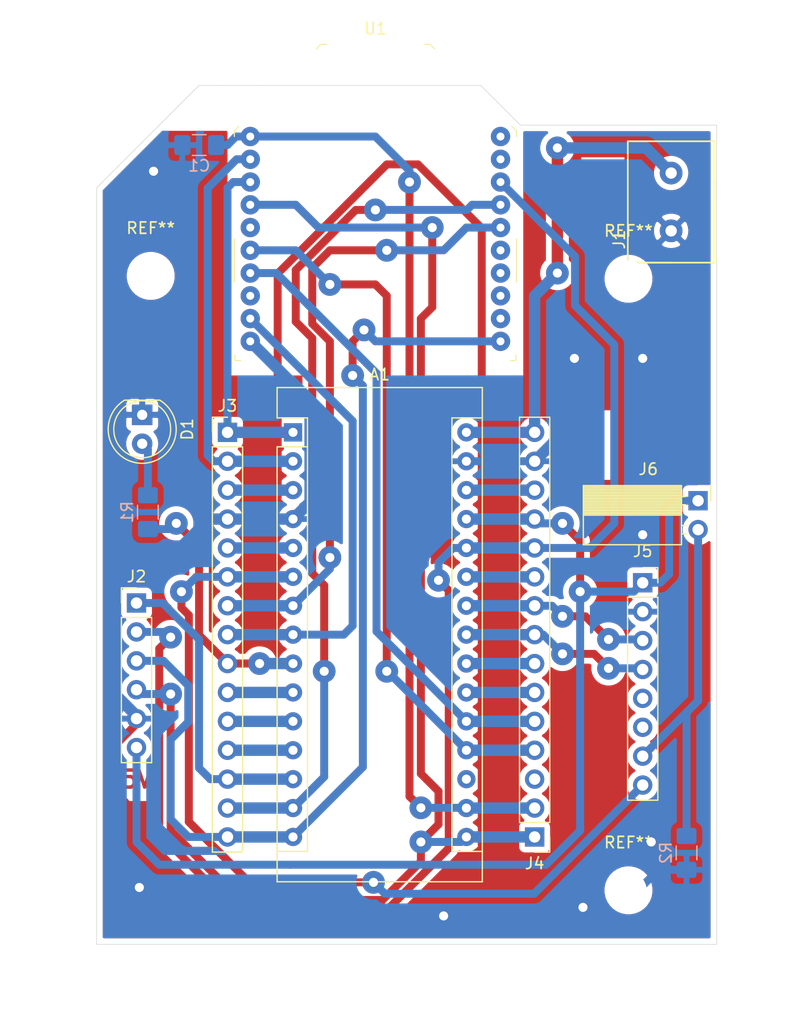
<source format=kicad_pcb>
(kicad_pcb (version 20171130) (host pcbnew 5.1.5-52549c5~84~ubuntu19.04.1)

  (general
    (thickness 1.6)
    (drawings 15)
    (tracks 276)
    (zones 0)
    (modules 15)
    (nets 43)
  )

  (page A4)
  (layers
    (0 F.Cu signal)
    (31 B.Cu signal)
    (32 B.Adhes user)
    (33 F.Adhes user)
    (34 B.Paste user)
    (35 F.Paste user)
    (36 B.SilkS user)
    (37 F.SilkS user)
    (38 B.Mask user)
    (39 F.Mask user)
    (40 Dwgs.User user)
    (41 Cmts.User user)
    (42 Eco1.User user)
    (43 Eco2.User user)
    (44 Edge.Cuts user)
    (45 Margin user)
    (46 B.CrtYd user)
    (47 F.CrtYd user)
    (48 B.Fab user)
    (49 F.Fab user)
  )

  (setup
    (last_trace_width 0.25)
    (user_trace_width 0.6)
    (user_trace_width 0.7)
    (user_trace_width 1)
    (trace_clearance 0.2)
    (zone_clearance 0.508)
    (zone_45_only no)
    (trace_min 0.2)
    (via_size 0.8)
    (via_drill 0.4)
    (via_min_size 0.4)
    (via_min_drill 0.3)
    (user_via 2 0.8)
    (uvia_size 0.3)
    (uvia_drill 0.1)
    (uvias_allowed no)
    (uvia_min_size 0.2)
    (uvia_min_drill 0.1)
    (edge_width 0.05)
    (segment_width 0.2)
    (pcb_text_width 0.3)
    (pcb_text_size 1.5 1.5)
    (mod_edge_width 0.12)
    (mod_text_size 1 1)
    (mod_text_width 0.15)
    (pad_size 1.524 1.524)
    (pad_drill 0.762)
    (pad_to_mask_clearance 0.051)
    (solder_mask_min_width 0.25)
    (aux_axis_origin 0 0)
    (visible_elements FFFFFF7F)
    (pcbplotparams
      (layerselection 0x010fc_ffffffff)
      (usegerberextensions false)
      (usegerberattributes false)
      (usegerberadvancedattributes false)
      (creategerberjobfile false)
      (excludeedgelayer true)
      (linewidth 0.100000)
      (plotframeref false)
      (viasonmask false)
      (mode 1)
      (useauxorigin false)
      (hpglpennumber 1)
      (hpglpenspeed 20)
      (hpglpendiameter 15.000000)
      (psnegative false)
      (psa4output false)
      (plotreference true)
      (plotvalue true)
      (plotinvisibletext false)
      (padsonsilk false)
      (subtractmaskfromsilk false)
      (outputformat 1)
      (mirror false)
      (drillshape 0)
      (scaleselection 1)
      (outputdirectory "../../../../../media/arn/REX-USB/CAO/PCB outputs/XbeeTestBench/"))
  )

  (net 0 "")
  (net 1 /16)
  (net 2 /15)
  (net 3 /30)
  (net 4 /14)
  (net 5 GND)
  (net 6 /13)
  (net 7 /28)
  (net 8 /12)
  (net 9 +5V)
  (net 10 /11)
  (net 11 /26)
  (net 12 /10)
  (net 13 /25)
  (net 14 /9)
  (net 15 /24)
  (net 16 /8)
  (net 17 /23)
  (net 18 /7)
  (net 19 /22)
  (net 20 /6)
  (net 21 /21)
  (net 22 /5)
  (net 23 /20)
  (net 24 /19)
  (net 25 /3)
  (net 26 "Net-(A1-Pad18)")
  (net 27 /2)
  (net 28 VCC)
  (net 29 /1)
  (net 30 "Net-(J4-Pad3)")
  (net 31 "Net-(U1-Pad20)")
  (net 32 "Net-(U1-Pad19)")
  (net 33 "Net-(U1-Pad15)")
  (net 34 "Net-(U1-Pad14)")
  (net 35 "Net-(U1-Pad13)")
  (net 36 "Net-(U1-Pad12)")
  (net 37 "Net-(U1-Pad8)")
  (net 38 "Net-(U1-Pad5)")
  (net 39 "Net-(D1-Pad2)")
  (net 40 /AD0)
  (net 41 "Net-(J5-Pad6)")
  (net 42 "Net-(J5-Pad5)")

  (net_class Default "This is the default net class."
    (clearance 0.2)
    (trace_width 0.25)
    (via_dia 0.8)
    (via_drill 0.4)
    (uvia_dia 0.3)
    (uvia_drill 0.1)
    (add_net +5V)
    (add_net /1)
    (add_net /10)
    (add_net /11)
    (add_net /12)
    (add_net /13)
    (add_net /14)
    (add_net /15)
    (add_net /16)
    (add_net /19)
    (add_net /2)
    (add_net /20)
    (add_net /21)
    (add_net /22)
    (add_net /23)
    (add_net /24)
    (add_net /25)
    (add_net /26)
    (add_net /28)
    (add_net /3)
    (add_net /30)
    (add_net /5)
    (add_net /6)
    (add_net /7)
    (add_net /8)
    (add_net /9)
    (add_net /AD0)
    (add_net GND)
    (add_net "Net-(A1-Pad18)")
    (add_net "Net-(D1-Pad2)")
    (add_net "Net-(J4-Pad3)")
    (add_net "Net-(J5-Pad5)")
    (add_net "Net-(J5-Pad6)")
    (add_net "Net-(U1-Pad12)")
    (add_net "Net-(U1-Pad13)")
    (add_net "Net-(U1-Pad14)")
    (add_net "Net-(U1-Pad15)")
    (add_net "Net-(U1-Pad19)")
    (add_net "Net-(U1-Pad20)")
    (add_net "Net-(U1-Pad5)")
    (add_net "Net-(U1-Pad8)")
    (add_net VCC)
  )

  (module MountingHole:MountingHole_3.2mm_M3 (layer F.Cu) (tedit 56D1B4CB) (tstamp 5DEA7B7E)
    (at 118.25 44.25)
    (descr "Mounting Hole 3.2mm, no annular, M3")
    (tags "mounting hole 3.2mm no annular m3")
    (attr virtual)
    (fp_text reference REF** (at 0 -4.2) (layer F.SilkS)
      (effects (font (size 1 1) (thickness 0.15)))
    )
    (fp_text value MountingHole_3.2mm_M3 (at 0 4.2) (layer F.Fab)
      (effects (font (size 1 1) (thickness 0.15)))
    )
    (fp_circle (center 0 0) (end 3.45 0) (layer F.CrtYd) (width 0.05))
    (fp_circle (center 0 0) (end 3.2 0) (layer Cmts.User) (width 0.15))
    (fp_text user %R (at 0.3 0) (layer F.Fab)
      (effects (font (size 1 1) (thickness 0.15)))
    )
    (pad 1 np_thru_hole circle (at 0 0) (size 3.2 3.2) (drill 3.2) (layers *.Cu *.Mask))
  )

  (module MountingHole:MountingHole_3.2mm_M3 (layer F.Cu) (tedit 56D1B4CB) (tstamp 5DEA7A43)
    (at 160.25 98.25)
    (descr "Mounting Hole 3.2mm, no annular, M3")
    (tags "mounting hole 3.2mm no annular m3")
    (attr virtual)
    (fp_text reference REF** (at 0 -4.2) (layer F.SilkS)
      (effects (font (size 1 1) (thickness 0.15)))
    )
    (fp_text value MountingHole_3.2mm_M3 (at 0 4.2) (layer F.Fab)
      (effects (font (size 1 1) (thickness 0.15)))
    )
    (fp_circle (center 0 0) (end 3.45 0) (layer F.CrtYd) (width 0.05))
    (fp_circle (center 0 0) (end 3.2 0) (layer Cmts.User) (width 0.15))
    (fp_text user %R (at 0.3 0) (layer F.Fab)
      (effects (font (size 1 1) (thickness 0.15)))
    )
    (pad 1 np_thru_hole circle (at 0 0) (size 3.2 3.2) (drill 3.2) (layers *.Cu *.Mask))
  )

  (module MountingHole:MountingHole_3.2mm_M3 (layer F.Cu) (tedit 56D1B4CB) (tstamp 5DEA798A)
    (at 160.25 44.5)
    (descr "Mounting Hole 3.2mm, no annular, M3")
    (tags "mounting hole 3.2mm no annular m3")
    (attr virtual)
    (fp_text reference REF** (at 0 -4.2) (layer F.SilkS)
      (effects (font (size 1 1) (thickness 0.15)))
    )
    (fp_text value MountingHole_3.2mm_M3 (at 0 4.2) (layer F.Fab)
      (effects (font (size 1 1) (thickness 0.15)))
    )
    (fp_circle (center 0 0) (end 3.45 0) (layer F.CrtYd) (width 0.05))
    (fp_circle (center 0 0) (end 3.2 0) (layer Cmts.User) (width 0.15))
    (fp_text user %R (at 0.3 0) (layer F.Fab)
      (effects (font (size 1 1) (thickness 0.15)))
    )
    (pad 1 np_thru_hole circle (at 0 0) (size 3.2 3.2) (drill 3.2) (layers *.Cu *.Mask))
  )

  (module Resistor_SMD:R_1206_3216Metric_Pad1.42x1.75mm_HandSolder (layer B.Cu) (tedit 5B301BBD) (tstamp 5DEA6C51)
    (at 165.354 94.9595 270)
    (descr "Resistor SMD 1206 (3216 Metric), square (rectangular) end terminal, IPC_7351 nominal with elongated pad for handsoldering. (Body size source: http://www.tortai-tech.com/upload/download/2011102023233369053.pdf), generated with kicad-footprint-generator")
    (tags "resistor handsolder")
    (path /5DEC689E)
    (attr smd)
    (fp_text reference R2 (at 0 1.82 270) (layer B.SilkS)
      (effects (font (size 1 1) (thickness 0.15)) (justify mirror))
    )
    (fp_text value 1kR_ADPullDown (at 0 -1.82 270) (layer B.Fab)
      (effects (font (size 1 1) (thickness 0.15)) (justify mirror))
    )
    (fp_text user %R (at 0 0 270) (layer B.Fab)
      (effects (font (size 0.8 0.8) (thickness 0.12)) (justify mirror))
    )
    (fp_line (start 2.45 -1.12) (end -2.45 -1.12) (layer B.CrtYd) (width 0.05))
    (fp_line (start 2.45 1.12) (end 2.45 -1.12) (layer B.CrtYd) (width 0.05))
    (fp_line (start -2.45 1.12) (end 2.45 1.12) (layer B.CrtYd) (width 0.05))
    (fp_line (start -2.45 -1.12) (end -2.45 1.12) (layer B.CrtYd) (width 0.05))
    (fp_line (start -0.602064 -0.91) (end 0.602064 -0.91) (layer B.SilkS) (width 0.12))
    (fp_line (start -0.602064 0.91) (end 0.602064 0.91) (layer B.SilkS) (width 0.12))
    (fp_line (start 1.6 -0.8) (end -1.6 -0.8) (layer B.Fab) (width 0.1))
    (fp_line (start 1.6 0.8) (end 1.6 -0.8) (layer B.Fab) (width 0.1))
    (fp_line (start -1.6 0.8) (end 1.6 0.8) (layer B.Fab) (width 0.1))
    (fp_line (start -1.6 -0.8) (end -1.6 0.8) (layer B.Fab) (width 0.1))
    (pad 2 smd roundrect (at 1.4875 0 270) (size 1.425 1.75) (layers B.Cu B.Paste B.Mask) (roundrect_rratio 0.175439)
      (net 5 GND))
    (pad 1 smd roundrect (at -1.4875 0 270) (size 1.425 1.75) (layers B.Cu B.Paste B.Mask) (roundrect_rratio 0.175439)
      (net 40 /AD0))
    (model ${KISYS3DMOD}/Resistor_SMD.3dshapes/R_1206_3216Metric.wrl
      (at (xyz 0 0 0))
      (scale (xyz 1 1 1))
      (rotate (xyz 0 0 0))
    )
  )

  (module Resistor_SMD:R_1206_3216Metric_Pad1.42x1.75mm_HandSolder (layer B.Cu) (tedit 5B301BBD) (tstamp 5DEA65F5)
    (at 118 65.0125 270)
    (descr "Resistor SMD 1206 (3216 Metric), square (rectangular) end terminal, IPC_7351 nominal with elongated pad for handsoldering. (Body size source: http://www.tortai-tech.com/upload/download/2011102023233369053.pdf), generated with kicad-footprint-generator")
    (tags "resistor handsolder")
    (path /5DECC8B0)
    (attr smd)
    (fp_text reference R1 (at 0 1.82 90) (layer B.SilkS)
      (effects (font (size 1 1) (thickness 0.15)) (justify mirror))
    )
    (fp_text value 1kR_Led (at 0 -1.82 90) (layer B.Fab)
      (effects (font (size 1 1) (thickness 0.15)) (justify mirror))
    )
    (fp_text user %R (at 0 0 90) (layer B.Fab)
      (effects (font (size 0.8 0.8) (thickness 0.12)) (justify mirror))
    )
    (fp_line (start 2.45 -1.12) (end -2.45 -1.12) (layer B.CrtYd) (width 0.05))
    (fp_line (start 2.45 1.12) (end 2.45 -1.12) (layer B.CrtYd) (width 0.05))
    (fp_line (start -2.45 1.12) (end 2.45 1.12) (layer B.CrtYd) (width 0.05))
    (fp_line (start -2.45 -1.12) (end -2.45 1.12) (layer B.CrtYd) (width 0.05))
    (fp_line (start -0.602064 -0.91) (end 0.602064 -0.91) (layer B.SilkS) (width 0.12))
    (fp_line (start -0.602064 0.91) (end 0.602064 0.91) (layer B.SilkS) (width 0.12))
    (fp_line (start 1.6 -0.8) (end -1.6 -0.8) (layer B.Fab) (width 0.1))
    (fp_line (start 1.6 0.8) (end 1.6 -0.8) (layer B.Fab) (width 0.1))
    (fp_line (start -1.6 0.8) (end 1.6 0.8) (layer B.Fab) (width 0.1))
    (fp_line (start -1.6 -0.8) (end -1.6 0.8) (layer B.Fab) (width 0.1))
    (pad 2 smd roundrect (at 1.4875 0 270) (size 1.425 1.75) (layers B.Cu B.Paste B.Mask) (roundrect_rratio 0.175439)
      (net 14 /9))
    (pad 1 smd roundrect (at -1.4875 0 270) (size 1.425 1.75) (layers B.Cu B.Paste B.Mask) (roundrect_rratio 0.175439)
      (net 39 "Net-(D1-Pad2)"))
    (model ${KISYS3DMOD}/Resistor_SMD.3dshapes/R_1206_3216Metric.wrl
      (at (xyz 0 0 0))
      (scale (xyz 1 1 1))
      (rotate (xyz 0 0 0))
    )
  )

  (module Connector_PinSocket_2.54mm:PinSocket_1x02_P2.54mm_Horizontal (layer F.Cu) (tedit 5A19A41B) (tstamp 5DEA65E4)
    (at 166.37 64.008)
    (descr "Through hole angled socket strip, 1x02, 2.54mm pitch, 8.51mm socket length, single row (from Kicad 4.0.7), script generated")
    (tags "Through hole angled socket strip THT 1x02 2.54mm single row")
    (path /5DEC5912)
    (fp_text reference J6 (at -4.38 -2.77) (layer F.SilkS)
      (effects (font (size 1 1) (thickness 0.15)))
    )
    (fp_text value Conn_01x02 (at -4.38 5.31) (layer F.Fab)
      (effects (font (size 1 1) (thickness 0.15)))
    )
    (fp_text user %R (at -5.775 1.27) (layer F.Fab)
      (effects (font (size 1 1) (thickness 0.15)))
    )
    (fp_line (start 1.75 4.35) (end 1.75 -1.75) (layer F.CrtYd) (width 0.05))
    (fp_line (start -10.55 4.35) (end 1.75 4.35) (layer F.CrtYd) (width 0.05))
    (fp_line (start -10.55 -1.75) (end -10.55 4.35) (layer F.CrtYd) (width 0.05))
    (fp_line (start 1.75 -1.75) (end -10.55 -1.75) (layer F.CrtYd) (width 0.05))
    (fp_line (start 0 -1.33) (end 1.11 -1.33) (layer F.SilkS) (width 0.12))
    (fp_line (start 1.11 -1.33) (end 1.11 0) (layer F.SilkS) (width 0.12))
    (fp_line (start -10.09 -1.33) (end -10.09 3.87) (layer F.SilkS) (width 0.12))
    (fp_line (start -10.09 3.87) (end -1.46 3.87) (layer F.SilkS) (width 0.12))
    (fp_line (start -1.46 -1.33) (end -1.46 3.87) (layer F.SilkS) (width 0.12))
    (fp_line (start -10.09 -1.33) (end -1.46 -1.33) (layer F.SilkS) (width 0.12))
    (fp_line (start -10.09 1.27) (end -1.46 1.27) (layer F.SilkS) (width 0.12))
    (fp_line (start -1.46 2.9) (end -1.05 2.9) (layer F.SilkS) (width 0.12))
    (fp_line (start -1.46 2.18) (end -1.05 2.18) (layer F.SilkS) (width 0.12))
    (fp_line (start -1.46 0.36) (end -1.11 0.36) (layer F.SilkS) (width 0.12))
    (fp_line (start -1.46 -0.36) (end -1.11 -0.36) (layer F.SilkS) (width 0.12))
    (fp_line (start -10.09 1.1519) (end -1.46 1.1519) (layer F.SilkS) (width 0.12))
    (fp_line (start -10.09 1.033805) (end -1.46 1.033805) (layer F.SilkS) (width 0.12))
    (fp_line (start -10.09 0.91571) (end -1.46 0.91571) (layer F.SilkS) (width 0.12))
    (fp_line (start -10.09 0.797615) (end -1.46 0.797615) (layer F.SilkS) (width 0.12))
    (fp_line (start -10.09 0.67952) (end -1.46 0.67952) (layer F.SilkS) (width 0.12))
    (fp_line (start -10.09 0.561425) (end -1.46 0.561425) (layer F.SilkS) (width 0.12))
    (fp_line (start -10.09 0.44333) (end -1.46 0.44333) (layer F.SilkS) (width 0.12))
    (fp_line (start -10.09 0.325235) (end -1.46 0.325235) (layer F.SilkS) (width 0.12))
    (fp_line (start -10.09 0.20714) (end -1.46 0.20714) (layer F.SilkS) (width 0.12))
    (fp_line (start -10.09 0.089045) (end -1.46 0.089045) (layer F.SilkS) (width 0.12))
    (fp_line (start -10.09 -0.02905) (end -1.46 -0.02905) (layer F.SilkS) (width 0.12))
    (fp_line (start -10.09 -0.147145) (end -1.46 -0.147145) (layer F.SilkS) (width 0.12))
    (fp_line (start -10.09 -0.26524) (end -1.46 -0.26524) (layer F.SilkS) (width 0.12))
    (fp_line (start -10.09 -0.383335) (end -1.46 -0.383335) (layer F.SilkS) (width 0.12))
    (fp_line (start -10.09 -0.50143) (end -1.46 -0.50143) (layer F.SilkS) (width 0.12))
    (fp_line (start -10.09 -0.619525) (end -1.46 -0.619525) (layer F.SilkS) (width 0.12))
    (fp_line (start -10.09 -0.73762) (end -1.46 -0.73762) (layer F.SilkS) (width 0.12))
    (fp_line (start -10.09 -0.855715) (end -1.46 -0.855715) (layer F.SilkS) (width 0.12))
    (fp_line (start -10.09 -0.97381) (end -1.46 -0.97381) (layer F.SilkS) (width 0.12))
    (fp_line (start -10.09 -1.091905) (end -1.46 -1.091905) (layer F.SilkS) (width 0.12))
    (fp_line (start -10.09 -1.21) (end -1.46 -1.21) (layer F.SilkS) (width 0.12))
    (fp_line (start 0 2.84) (end 0 2.24) (layer F.Fab) (width 0.1))
    (fp_line (start -1.52 2.84) (end 0 2.84) (layer F.Fab) (width 0.1))
    (fp_line (start 0 2.24) (end -1.52 2.24) (layer F.Fab) (width 0.1))
    (fp_line (start 0 0.3) (end 0 -0.3) (layer F.Fab) (width 0.1))
    (fp_line (start -1.52 0.3) (end 0 0.3) (layer F.Fab) (width 0.1))
    (fp_line (start 0 -0.3) (end -1.52 -0.3) (layer F.Fab) (width 0.1))
    (fp_line (start -10.03 3.81) (end -10.03 -1.27) (layer F.Fab) (width 0.1))
    (fp_line (start -1.52 3.81) (end -10.03 3.81) (layer F.Fab) (width 0.1))
    (fp_line (start -1.52 -0.3) (end -1.52 3.81) (layer F.Fab) (width 0.1))
    (fp_line (start -2.49 -1.27) (end -1.52 -0.3) (layer F.Fab) (width 0.1))
    (fp_line (start -10.03 -1.27) (end -2.49 -1.27) (layer F.Fab) (width 0.1))
    (pad 2 thru_hole oval (at 0 2.54) (size 1.7 1.7) (drill 1) (layers *.Cu *.Mask)
      (net 40 /AD0))
    (pad 1 thru_hole rect (at 0 0) (size 1.7 1.7) (drill 1) (layers *.Cu *.Mask)
      (net 9 +5V))
    (model ${KISYS3DMOD}/Connector_PinSocket_2.54mm.3dshapes/PinSocket_1x02_P2.54mm_Horizontal.wrl
      (at (xyz 0 0 0))
      (scale (xyz 1 1 1))
      (rotate (xyz 0 0 0))
    )
  )

  (module Connector_PinSocket_2.54mm:PinSocket_1x08_P2.54mm_Vertical (layer F.Cu) (tedit 5A19A420) (tstamp 5DEA65AE)
    (at 161.5 71.22)
    (descr "Through hole straight socket strip, 1x08, 2.54mm pitch, single row (from Kicad 4.0.7), script generated")
    (tags "Through hole socket strip THT 1x08 2.54mm single row")
    (path /5DEA7475)
    (fp_text reference J5 (at 0 -2.77) (layer F.SilkS)
      (effects (font (size 1 1) (thickness 0.15)))
    )
    (fp_text value Conn_01x08 (at 0 20.55) (layer F.Fab)
      (effects (font (size 1 1) (thickness 0.15)))
    )
    (fp_text user %R (at 0 8.89 90) (layer F.Fab)
      (effects (font (size 1 1) (thickness 0.15)))
    )
    (fp_line (start -1.8 19.55) (end -1.8 -1.8) (layer F.CrtYd) (width 0.05))
    (fp_line (start 1.75 19.55) (end -1.8 19.55) (layer F.CrtYd) (width 0.05))
    (fp_line (start 1.75 -1.8) (end 1.75 19.55) (layer F.CrtYd) (width 0.05))
    (fp_line (start -1.8 -1.8) (end 1.75 -1.8) (layer F.CrtYd) (width 0.05))
    (fp_line (start 0 -1.33) (end 1.33 -1.33) (layer F.SilkS) (width 0.12))
    (fp_line (start 1.33 -1.33) (end 1.33 0) (layer F.SilkS) (width 0.12))
    (fp_line (start 1.33 1.27) (end 1.33 19.11) (layer F.SilkS) (width 0.12))
    (fp_line (start -1.33 19.11) (end 1.33 19.11) (layer F.SilkS) (width 0.12))
    (fp_line (start -1.33 1.27) (end -1.33 19.11) (layer F.SilkS) (width 0.12))
    (fp_line (start -1.33 1.27) (end 1.33 1.27) (layer F.SilkS) (width 0.12))
    (fp_line (start -1.27 19.05) (end -1.27 -1.27) (layer F.Fab) (width 0.1))
    (fp_line (start 1.27 19.05) (end -1.27 19.05) (layer F.Fab) (width 0.1))
    (fp_line (start 1.27 -0.635) (end 1.27 19.05) (layer F.Fab) (width 0.1))
    (fp_line (start 0.635 -1.27) (end 1.27 -0.635) (layer F.Fab) (width 0.1))
    (fp_line (start -1.27 -1.27) (end 0.635 -1.27) (layer F.Fab) (width 0.1))
    (pad 8 thru_hole oval (at 0 17.78) (size 1.7 1.7) (drill 1) (layers *.Cu *.Mask)
      (net 20 /6))
    (pad 7 thru_hole oval (at 0 15.24) (size 1.7 1.7) (drill 1) (layers *.Cu *.Mask)
      (net 40 /AD0))
    (pad 6 thru_hole oval (at 0 12.7) (size 1.7 1.7) (drill 1) (layers *.Cu *.Mask)
      (net 41 "Net-(J5-Pad6)"))
    (pad 5 thru_hole oval (at 0 10.16) (size 1.7 1.7) (drill 1) (layers *.Cu *.Mask)
      (net 42 "Net-(J5-Pad5)"))
    (pad 4 thru_hole oval (at 0 7.62) (size 1.7 1.7) (drill 1) (layers *.Cu *.Mask)
      (net 17 /23))
    (pad 3 thru_hole oval (at 0 5.08) (size 1.7 1.7) (drill 1) (layers *.Cu *.Mask)
      (net 15 /24))
    (pad 2 thru_hole oval (at 0 2.54) (size 1.7 1.7) (drill 1) (layers *.Cu *.Mask)
      (net 5 GND))
    (pad 1 thru_hole rect (at 0 0) (size 1.7 1.7) (drill 1) (layers *.Cu *.Mask)
      (net 9 +5V))
    (model ${KISYS3DMOD}/Connector_PinSocket_2.54mm.3dshapes/PinSocket_1x08_P2.54mm_Vertical.wrl
      (at (xyz 0 0 0))
      (scale (xyz 1 1 1))
      (rotate (xyz 0 0 0))
    )
  )

  (module LED_THT:LED_D5.0mm (layer F.Cu) (tedit 5995936A) (tstamp 5DEA6912)
    (at 117.5 56.46 270)
    (descr "LED, diameter 5.0mm, 2 pins, http://cdn-reichelt.de/documents/datenblatt/A500/LL-504BC2E-009.pdf")
    (tags "LED diameter 5.0mm 2 pins")
    (path /5DEC9C8F)
    (fp_text reference D1 (at 1.27 -3.96 90) (layer F.SilkS)
      (effects (font (size 1 1) (thickness 0.15)))
    )
    (fp_text value LED (at 1.27 3.96 90) (layer F.Fab)
      (effects (font (size 1 1) (thickness 0.15)))
    )
    (fp_text user %R (at 1.25 0 90) (layer F.Fab)
      (effects (font (size 0.8 0.8) (thickness 0.2)))
    )
    (fp_line (start 4.5 -3.25) (end -1.95 -3.25) (layer F.CrtYd) (width 0.05))
    (fp_line (start 4.5 3.25) (end 4.5 -3.25) (layer F.CrtYd) (width 0.05))
    (fp_line (start -1.95 3.25) (end 4.5 3.25) (layer F.CrtYd) (width 0.05))
    (fp_line (start -1.95 -3.25) (end -1.95 3.25) (layer F.CrtYd) (width 0.05))
    (fp_line (start -1.29 -1.545) (end -1.29 1.545) (layer F.SilkS) (width 0.12))
    (fp_line (start -1.23 -1.469694) (end -1.23 1.469694) (layer F.Fab) (width 0.1))
    (fp_circle (center 1.27 0) (end 3.77 0) (layer F.SilkS) (width 0.12))
    (fp_circle (center 1.27 0) (end 3.77 0) (layer F.Fab) (width 0.1))
    (fp_arc (start 1.27 0) (end -1.29 1.54483) (angle -148.9) (layer F.SilkS) (width 0.12))
    (fp_arc (start 1.27 0) (end -1.29 -1.54483) (angle 148.9) (layer F.SilkS) (width 0.12))
    (fp_arc (start 1.27 0) (end -1.23 -1.469694) (angle 299.1) (layer F.Fab) (width 0.1))
    (pad 2 thru_hole circle (at 2.54 0 270) (size 1.8 1.8) (drill 0.9) (layers *.Cu *.Mask)
      (net 39 "Net-(D1-Pad2)"))
    (pad 1 thru_hole rect (at 0 0 270) (size 1.8 1.8) (drill 0.9) (layers *.Cu *.Mask)
      (net 5 GND))
    (model ${KISYS3DMOD}/LED_THT.3dshapes/LED_D5.0mm.wrl
      (at (xyz 0 0 0))
      (scale (xyz 1 1 1))
      (rotate (xyz 0 0 0))
    )
  )

  (module digikey-footprints:XBEE-20_THT (layer F.Cu) (tedit 59CA6E5E) (tstamp 5DE6D559)
    (at 138 41)
    (descr https://www.digi.com/pdf/ds_xbeemultipointmodules.pdf)
    (path /5DE4EA93)
    (fp_text reference U1 (at 0 -18.49) (layer F.SilkS)
      (effects (font (size 1 1) (thickness 0.15)))
    )
    (fp_text value Xbee802.15.4 (at 0 12.45) (layer F.Fab)
      (effects (font (size 1 1) (thickness 0.15)))
    )
    (fp_line (start -12.25 -9.5) (end -12.25 10.6) (layer F.Fab) (width 0.1))
    (fp_line (start 12.25 -9.5) (end 12.25 10.6) (layer F.Fab) (width 0.1))
    (fp_line (start -12.25 10.6) (end 12.25 10.6) (layer F.Fab) (width 0.1))
    (fp_line (start -4.75 -17) (end 4.75 -17) (layer F.Fab) (width 0.1))
    (fp_line (start 4.75 -17) (end 12.25 -9.5) (layer F.Fab) (width 0.1))
    (fp_line (start -12.25 -9.5) (end -4.75 -17) (layer F.Fab) (width 0.1))
    (fp_line (start 12.35 10.7) (end 11.85 10.7) (layer F.SilkS) (width 0.1))
    (fp_line (start 12.35 10.7) (end 12.35 10.2) (layer F.SilkS) (width 0.1))
    (fp_line (start -12.35 10.7) (end -11.85 10.7) (layer F.SilkS) (width 0.1))
    (fp_line (start -12.35 10.7) (end -12.35 10.2) (layer F.SilkS) (width 0.1))
    (fp_line (start -12.4 -9.5) (end -12.4 -9) (layer F.SilkS) (width 0.1))
    (fp_line (start -12.4 -9.5) (end -12 -9.9) (layer F.SilkS) (width 0.1))
    (fp_line (start 12.4 -9.5) (end 12 -9.9) (layer F.SilkS) (width 0.1))
    (fp_line (start 12.4 -9.5) (end 12.4 -9) (layer F.SilkS) (width 0.1))
    (fp_line (start -4.8 -17.1) (end -5.2 -16.7) (layer F.SilkS) (width 0.1))
    (fp_line (start -4.8 -17.1) (end -4.3 -17.1) (layer F.SilkS) (width 0.1))
    (fp_line (start 4.8 -17.1) (end 4.3 -17.1) (layer F.SilkS) (width 0.1))
    (fp_line (start 4.8 -17.1) (end 5.2 -16.7) (layer F.SilkS) (width 0.1))
    (fp_line (start -12.4 0) (end -12.4 3.8) (layer F.SilkS) (width 0.1))
    (fp_line (start 12.4 0) (end 12.4 3.8) (layer F.SilkS) (width 0.1))
    (fp_line (start -12.5 -17.25) (end -12.5 10.85) (layer F.CrtYd) (width 0.05))
    (fp_line (start 12.5 -17.25) (end 12.5 10.85) (layer F.CrtYd) (width 0.05))
    (fp_line (start -12.5 10.85) (end 12.5 10.85) (layer F.CrtYd) (width 0.05))
    (fp_line (start -12.5 -17.25) (end 12.5 -17.25) (layer F.CrtYd) (width 0.05))
    (fp_text user %R (at 0 0) (layer F.Fab)
      (effects (font (size 1 1) (thickness 0.15)))
    )
    (pad 20 thru_hole circle (at 11 -9) (size 1.7 1.7) (drill 0.7) (layers *.Cu *.Mask)
      (net 31 "Net-(U1-Pad20)"))
    (pad 19 thru_hole circle (at 11 -7) (size 1.7 1.7) (drill 0.7) (layers *.Cu *.Mask)
      (net 32 "Net-(U1-Pad19)"))
    (pad 18 thru_hole circle (at 11 -5) (size 1.7 1.7) (drill 0.7) (layers *.Cu *.Mask)
      (net 11 /26))
    (pad 17 thru_hole circle (at 11 -3) (size 1.7 1.7) (drill 0.7) (layers *.Cu *.Mask)
      (net 4 /14))
    (pad 16 thru_hole circle (at 11 -1) (size 1.7 1.7) (drill 0.7) (layers *.Cu *.Mask)
      (net 18 /7))
    (pad 15 thru_hole circle (at 11 1) (size 1.7 1.7) (drill 0.7) (layers *.Cu *.Mask)
      (net 33 "Net-(U1-Pad15)"))
    (pad 14 thru_hole circle (at 11 3) (size 1.7 1.7) (drill 0.7) (layers *.Cu *.Mask)
      (net 34 "Net-(U1-Pad14)"))
    (pad 13 thru_hole circle (at 11 5) (size 1.7 1.7) (drill 0.7) (layers *.Cu *.Mask)
      (net 35 "Net-(U1-Pad13)"))
    (pad 12 thru_hole circle (at 11 7) (size 1.7 1.7) (drill 0.7) (layers *.Cu *.Mask)
      (net 36 "Net-(U1-Pad12)"))
    (pad 11 thru_hole circle (at 11 9) (size 1.7 1.7) (drill 0.7) (layers *.Cu *.Mask)
      (net 2 /15))
    (pad 10 thru_hole circle (at -11 9) (size 1.7 1.7) (drill 0.7) (layers *.Cu *.Mask)
      (net 5 GND))
    (pad 9 thru_hole circle (at -11 7) (size 1.7 1.7) (drill 0.7) (layers *.Cu *.Mask)
      (net 16 /8))
    (pad 8 thru_hole circle (at -11 5) (size 1.7 1.7) (drill 0.7) (layers *.Cu *.Mask)
      (net 37 "Net-(U1-Pad8)"))
    (pad 7 thru_hole circle (at -11 3) (size 1.7 1.7) (drill 0.7) (layers *.Cu *.Mask)
      (net 23 /20))
    (pad 6 thru_hole circle (at -11 1) (size 1.7 1.7) (drill 0.7) (layers *.Cu *.Mask)
      (net 24 /19))
    (pad 5 thru_hole circle (at -11 -1) (size 1.7 1.7) (drill 0.7) (layers *.Cu *.Mask)
      (net 38 "Net-(U1-Pad5)"))
    (pad 4 thru_hole circle (at -11 -3) (size 1.7 1.7) (drill 0.7) (layers *.Cu *.Mask)
      (net 1 /16))
    (pad 3 thru_hole circle (at -11 -5) (size 1.7 1.7) (drill 0.7) (layers *.Cu *.Mask)
      (net 29 /1))
    (pad 2 thru_hole circle (at -11 -7) (size 1.7 1.7) (drill 0.7) (layers *.Cu *.Mask)
      (net 27 /2))
    (pad 1 thru_hole circle (at -11 -9) (size 1.7 1.7) (drill 0.7) (layers *.Cu *.Mask)
      (net 28 VCC))
  )

  (module Connector_PinHeader_2.54mm:PinHeader_1x15_P2.54mm_Vertical (layer F.Cu) (tedit 59FED5CC) (tstamp 5DE6D528)
    (at 152 93.56 180)
    (descr "Through hole straight pin header, 1x15, 2.54mm pitch, single row")
    (tags "Through hole pin header THT 1x15 2.54mm single row")
    (path /5DEF5779)
    (fp_text reference J4 (at 0 -2.33) (layer F.SilkS)
      (effects (font (size 1 1) (thickness 0.15)))
    )
    (fp_text value Conn_01x15 (at 0 37.89) (layer F.Fab)
      (effects (font (size 1 1) (thickness 0.15)))
    )
    (fp_text user %R (at 0 17.78 90) (layer F.Fab)
      (effects (font (size 1 1) (thickness 0.15)))
    )
    (fp_line (start 1.8 -1.8) (end -1.8 -1.8) (layer F.CrtYd) (width 0.05))
    (fp_line (start 1.8 37.35) (end 1.8 -1.8) (layer F.CrtYd) (width 0.05))
    (fp_line (start -1.8 37.35) (end 1.8 37.35) (layer F.CrtYd) (width 0.05))
    (fp_line (start -1.8 -1.8) (end -1.8 37.35) (layer F.CrtYd) (width 0.05))
    (fp_line (start -1.33 -1.33) (end 0 -1.33) (layer F.SilkS) (width 0.12))
    (fp_line (start -1.33 0) (end -1.33 -1.33) (layer F.SilkS) (width 0.12))
    (fp_line (start -1.33 1.27) (end 1.33 1.27) (layer F.SilkS) (width 0.12))
    (fp_line (start 1.33 1.27) (end 1.33 36.89) (layer F.SilkS) (width 0.12))
    (fp_line (start -1.33 1.27) (end -1.33 36.89) (layer F.SilkS) (width 0.12))
    (fp_line (start -1.33 36.89) (end 1.33 36.89) (layer F.SilkS) (width 0.12))
    (fp_line (start -1.27 -0.635) (end -0.635 -1.27) (layer F.Fab) (width 0.1))
    (fp_line (start -1.27 36.83) (end -1.27 -0.635) (layer F.Fab) (width 0.1))
    (fp_line (start 1.27 36.83) (end -1.27 36.83) (layer F.Fab) (width 0.1))
    (fp_line (start 1.27 -1.27) (end 1.27 36.83) (layer F.Fab) (width 0.1))
    (fp_line (start -0.635 -1.27) (end 1.27 -1.27) (layer F.Fab) (width 0.1))
    (pad 15 thru_hole oval (at 0 35.56 180) (size 1.7 1.7) (drill 1) (layers *.Cu *.Mask)
      (net 3 /30))
    (pad 14 thru_hole oval (at 0 33.02 180) (size 1.7 1.7) (drill 1) (layers *.Cu *.Mask)
      (net 5 GND))
    (pad 13 thru_hole oval (at 0 30.48 180) (size 1.7 1.7) (drill 1) (layers *.Cu *.Mask)
      (net 7 /28))
    (pad 12 thru_hole oval (at 0 27.94 180) (size 1.7 1.7) (drill 1) (layers *.Cu *.Mask)
      (net 9 +5V))
    (pad 11 thru_hole oval (at 0 25.4 180) (size 1.7 1.7) (drill 1) (layers *.Cu *.Mask)
      (net 11 /26))
    (pad 10 thru_hole oval (at 0 22.86 180) (size 1.7 1.7) (drill 1) (layers *.Cu *.Mask)
      (net 13 /25))
    (pad 9 thru_hole oval (at 0 20.32 180) (size 1.7 1.7) (drill 1) (layers *.Cu *.Mask)
      (net 15 /24))
    (pad 8 thru_hole oval (at 0 17.78 180) (size 1.7 1.7) (drill 1) (layers *.Cu *.Mask)
      (net 17 /23))
    (pad 7 thru_hole oval (at 0 15.24 180) (size 1.7 1.7) (drill 1) (layers *.Cu *.Mask)
      (net 19 /22))
    (pad 6 thru_hole oval (at 0 12.7 180) (size 1.7 1.7) (drill 1) (layers *.Cu *.Mask)
      (net 21 /21))
    (pad 5 thru_hole oval (at 0 10.16 180) (size 1.7 1.7) (drill 1) (layers *.Cu *.Mask)
      (net 23 /20))
    (pad 4 thru_hole oval (at 0 7.62 180) (size 1.7 1.7) (drill 1) (layers *.Cu *.Mask)
      (net 24 /19))
    (pad 3 thru_hole oval (at 0 5.08 180) (size 1.7 1.7) (drill 1) (layers *.Cu *.Mask)
      (net 30 "Net-(J4-Pad3)"))
    (pad 2 thru_hole oval (at 0 2.54 180) (size 1.7 1.7) (drill 1) (layers *.Cu *.Mask)
      (net 28 VCC))
    (pad 1 thru_hole rect (at 0 0 180) (size 1.7 1.7) (drill 1) (layers *.Cu *.Mask)
      (net 1 /16))
    (model ${KISYS3DMOD}/Connector_PinHeader_2.54mm.3dshapes/PinHeader_1x15_P2.54mm_Vertical.wrl
      (at (xyz 0 0 0))
      (scale (xyz 1 1 1))
      (rotate (xyz 0 0 0))
    )
  )

  (module Connector_PinHeader_2.54mm:PinHeader_1x15_P2.54mm_Vertical (layer F.Cu) (tedit 59FED5CC) (tstamp 5DE6D505)
    (at 125 58)
    (descr "Through hole straight pin header, 1x15, 2.54mm pitch, single row")
    (tags "Through hole pin header THT 1x15 2.54mm single row")
    (path /5DEF4AF1)
    (fp_text reference J3 (at 0 -2.33) (layer F.SilkS)
      (effects (font (size 1 1) (thickness 0.15)))
    )
    (fp_text value Conn_01x15 (at 0 37.89) (layer F.Fab)
      (effects (font (size 1 1) (thickness 0.15)))
    )
    (fp_text user %R (at 0 17.78 90) (layer F.Fab)
      (effects (font (size 1 1) (thickness 0.15)))
    )
    (fp_line (start 1.8 -1.8) (end -1.8 -1.8) (layer F.CrtYd) (width 0.05))
    (fp_line (start 1.8 37.35) (end 1.8 -1.8) (layer F.CrtYd) (width 0.05))
    (fp_line (start -1.8 37.35) (end 1.8 37.35) (layer F.CrtYd) (width 0.05))
    (fp_line (start -1.8 -1.8) (end -1.8 37.35) (layer F.CrtYd) (width 0.05))
    (fp_line (start -1.33 -1.33) (end 0 -1.33) (layer F.SilkS) (width 0.12))
    (fp_line (start -1.33 0) (end -1.33 -1.33) (layer F.SilkS) (width 0.12))
    (fp_line (start -1.33 1.27) (end 1.33 1.27) (layer F.SilkS) (width 0.12))
    (fp_line (start 1.33 1.27) (end 1.33 36.89) (layer F.SilkS) (width 0.12))
    (fp_line (start -1.33 1.27) (end -1.33 36.89) (layer F.SilkS) (width 0.12))
    (fp_line (start -1.33 36.89) (end 1.33 36.89) (layer F.SilkS) (width 0.12))
    (fp_line (start -1.27 -0.635) (end -0.635 -1.27) (layer F.Fab) (width 0.1))
    (fp_line (start -1.27 36.83) (end -1.27 -0.635) (layer F.Fab) (width 0.1))
    (fp_line (start 1.27 36.83) (end -1.27 36.83) (layer F.Fab) (width 0.1))
    (fp_line (start 1.27 -1.27) (end 1.27 36.83) (layer F.Fab) (width 0.1))
    (fp_line (start -0.635 -1.27) (end 1.27 -1.27) (layer F.Fab) (width 0.1))
    (pad 15 thru_hole oval (at 0 35.56) (size 1.7 1.7) (drill 1) (layers *.Cu *.Mask)
      (net 2 /15))
    (pad 14 thru_hole oval (at 0 33.02) (size 1.7 1.7) (drill 1) (layers *.Cu *.Mask)
      (net 4 /14))
    (pad 13 thru_hole oval (at 0 30.48) (size 1.7 1.7) (drill 1) (layers *.Cu *.Mask)
      (net 6 /13))
    (pad 12 thru_hole oval (at 0 27.94) (size 1.7 1.7) (drill 1) (layers *.Cu *.Mask)
      (net 8 /12))
    (pad 11 thru_hole oval (at 0 25.4) (size 1.7 1.7) (drill 1) (layers *.Cu *.Mask)
      (net 10 /11))
    (pad 10 thru_hole oval (at 0 22.86) (size 1.7 1.7) (drill 1) (layers *.Cu *.Mask)
      (net 12 /10))
    (pad 9 thru_hole oval (at 0 20.32) (size 1.7 1.7) (drill 1) (layers *.Cu *.Mask)
      (net 14 /9))
    (pad 8 thru_hole oval (at 0 17.78) (size 1.7 1.7) (drill 1) (layers *.Cu *.Mask)
      (net 16 /8))
    (pad 7 thru_hole oval (at 0 15.24) (size 1.7 1.7) (drill 1) (layers *.Cu *.Mask)
      (net 18 /7))
    (pad 6 thru_hole oval (at 0 12.7) (size 1.7 1.7) (drill 1) (layers *.Cu *.Mask)
      (net 20 /6))
    (pad 5 thru_hole oval (at 0 10.16) (size 1.7 1.7) (drill 1) (layers *.Cu *.Mask)
      (net 22 /5))
    (pad 4 thru_hole oval (at 0 7.62) (size 1.7 1.7) (drill 1) (layers *.Cu *.Mask)
      (net 5 GND))
    (pad 3 thru_hole oval (at 0 5.08) (size 1.7 1.7) (drill 1) (layers *.Cu *.Mask)
      (net 25 /3))
    (pad 2 thru_hole oval (at 0 2.54) (size 1.7 1.7) (drill 1) (layers *.Cu *.Mask)
      (net 27 /2))
    (pad 1 thru_hole rect (at 0 0) (size 1.7 1.7) (drill 1) (layers *.Cu *.Mask)
      (net 29 /1))
    (model ${KISYS3DMOD}/Connector_PinHeader_2.54mm.3dshapes/PinHeader_1x15_P2.54mm_Vertical.wrl
      (at (xyz 0 0 0))
      (scale (xyz 1 1 1))
      (rotate (xyz 0 0 0))
    )
  )

  (module Connector_PinHeader_2.54mm:PinHeader_1x06_P2.54mm_Vertical (layer F.Cu) (tedit 59FED5CC) (tstamp 5DE6D4E2)
    (at 117 73)
    (descr "Through hole straight pin header, 1x06, 2.54mm pitch, single row")
    (tags "Through hole pin header THT 1x06 2.54mm single row")
    (path /5DE7F44B)
    (fp_text reference J2 (at 0 -2.33) (layer F.SilkS)
      (effects (font (size 1 1) (thickness 0.15)))
    )
    (fp_text value Conn_01x06 (at 0 15.03) (layer F.Fab)
      (effects (font (size 1 1) (thickness 0.15)))
    )
    (fp_text user %R (at 0 6.35 90) (layer F.Fab)
      (effects (font (size 1 1) (thickness 0.15)))
    )
    (fp_line (start 1.8 -1.8) (end -1.8 -1.8) (layer F.CrtYd) (width 0.05))
    (fp_line (start 1.8 14.5) (end 1.8 -1.8) (layer F.CrtYd) (width 0.05))
    (fp_line (start -1.8 14.5) (end 1.8 14.5) (layer F.CrtYd) (width 0.05))
    (fp_line (start -1.8 -1.8) (end -1.8 14.5) (layer F.CrtYd) (width 0.05))
    (fp_line (start -1.33 -1.33) (end 0 -1.33) (layer F.SilkS) (width 0.12))
    (fp_line (start -1.33 0) (end -1.33 -1.33) (layer F.SilkS) (width 0.12))
    (fp_line (start -1.33 1.27) (end 1.33 1.27) (layer F.SilkS) (width 0.12))
    (fp_line (start 1.33 1.27) (end 1.33 14.03) (layer F.SilkS) (width 0.12))
    (fp_line (start -1.33 1.27) (end -1.33 14.03) (layer F.SilkS) (width 0.12))
    (fp_line (start -1.33 14.03) (end 1.33 14.03) (layer F.SilkS) (width 0.12))
    (fp_line (start -1.27 -0.635) (end -0.635 -1.27) (layer F.Fab) (width 0.1))
    (fp_line (start -1.27 13.97) (end -1.27 -0.635) (layer F.Fab) (width 0.1))
    (fp_line (start 1.27 13.97) (end -1.27 13.97) (layer F.Fab) (width 0.1))
    (fp_line (start 1.27 -1.27) (end 1.27 13.97) (layer F.Fab) (width 0.1))
    (fp_line (start -0.635 -1.27) (end 1.27 -1.27) (layer F.Fab) (width 0.1))
    (pad 6 thru_hole oval (at 0 12.7) (size 1.7 1.7) (drill 1) (layers *.Cu *.Mask)
      (net 9 +5V))
    (pad 5 thru_hole oval (at 0 10.16) (size 1.7 1.7) (drill 1) (layers *.Cu *.Mask)
      (net 5 GND))
    (pad 4 thru_hole oval (at 0 7.62) (size 1.7 1.7) (drill 1) (layers *.Cu *.Mask)
      (net 1 /16))
    (pad 3 thru_hole oval (at 0 5.08) (size 1.7 1.7) (drill 1) (layers *.Cu *.Mask)
      (net 2 /15))
    (pad 2 thru_hole oval (at 0 2.54) (size 1.7 1.7) (drill 1) (layers *.Cu *.Mask)
      (net 11 /26))
    (pad 1 thru_hole rect (at 0 0) (size 1.7 1.7) (drill 1) (layers *.Cu *.Mask)
      (net 6 /13))
    (model ${KISYS3DMOD}/Connector_PinHeader_2.54mm.3dshapes/PinHeader_1x06_P2.54mm_Vertical.wrl
      (at (xyz 0 0 0))
      (scale (xyz 1 1 1))
      (rotate (xyz 0 0 0))
    )
  )

  (module rex:BatConn (layer F.Cu) (tedit 5C8A72DF) (tstamp 5DE6D4C8)
    (at 164 37.75 90)
    (path /5DE58A5F)
    (fp_text reference J1 (at -3.302 -4.572 90) (layer F.SilkS)
      (effects (font (size 1 1) (thickness 0.15)))
    )
    (fp_text value Conn_01x02 (at -0.254 4.572 90) (layer F.Fab)
      (effects (font (size 1 1) (thickness 0.15)))
    )
    (fp_line (start 0 -3.81) (end -3.302 -3.81) (layer F.SilkS) (width 0.15))
    (fp_line (start 0 -3.81) (end 4.064 -3.81) (layer F.SilkS) (width 0.15))
    (fp_line (start 5.334 0) (end 5.334 -3.81) (layer F.SilkS) (width 0.15))
    (fp_line (start 5.334 0) (end 5.334 3.048) (layer F.SilkS) (width 0.15))
    (fp_line (start 5.334 -3.81) (end 4.064 -3.81) (layer F.SilkS) (width 0.15))
    (fp_line (start -5.334 -3.81) (end -5.334 3.048) (layer F.SilkS) (width 0.15))
    (fp_line (start -5.334 0) (end -5.334 -3.81) (layer F.SilkS) (width 0.15))
    (fp_line (start -5.334 -3.81) (end -3.302 -3.81) (layer F.SilkS) (width 0.15))
    (fp_line (start 2.032 3.81) (end 0 3.81) (layer F.SilkS) (width 0.15))
    (fp_line (start 0 3.81) (end 5.334 3.81) (layer F.SilkS) (width 0.15))
    (fp_line (start 0 3.81) (end -5.334 3.81) (layer F.SilkS) (width 0.15))
    (fp_line (start -5.334 3.048) (end -5.334 3.81) (layer F.SilkS) (width 0.15))
    (fp_line (start 5.334 3.81) (end 5.334 3.048) (layer F.SilkS) (width 0.15))
    (pad 2 thru_hole circle (at -2.54 0 90) (size 2 2) (drill 1) (layers *.Cu *.Mask)
      (net 5 GND))
    (pad 1 thru_hole circle (at 2.54 0 90) (size 2 2) (drill 1) (layers *.Cu *.Mask)
      (net 3 /30))
  )

  (module Capacitor_SMD:C_1206_3216Metric_Pad1.42x1.75mm_HandSolder (layer B.Cu) (tedit 5B301BBE) (tstamp 5DE6D4B5)
    (at 122.5125 32.75)
    (descr "Capacitor SMD 1206 (3216 Metric), square (rectangular) end terminal, IPC_7351 nominal with elongated pad for handsoldering. (Body size source: http://www.tortai-tech.com/upload/download/2011102023233369053.pdf), generated with kicad-footprint-generator")
    (tags "capacitor handsolder")
    (path /5DE5E6A4)
    (attr smd)
    (fp_text reference C1 (at 0 1.82) (layer B.SilkS)
      (effects (font (size 1 1) (thickness 0.15)) (justify mirror))
    )
    (fp_text value 1.0uF_XbeeSupply (at 0 -1.82) (layer B.Fab)
      (effects (font (size 1 1) (thickness 0.15)) (justify mirror))
    )
    (fp_text user %R (at 0 0) (layer B.Fab)
      (effects (font (size 0.8 0.8) (thickness 0.12)) (justify mirror))
    )
    (fp_line (start 2.45 -1.12) (end -2.45 -1.12) (layer B.CrtYd) (width 0.05))
    (fp_line (start 2.45 1.12) (end 2.45 -1.12) (layer B.CrtYd) (width 0.05))
    (fp_line (start -2.45 1.12) (end 2.45 1.12) (layer B.CrtYd) (width 0.05))
    (fp_line (start -2.45 -1.12) (end -2.45 1.12) (layer B.CrtYd) (width 0.05))
    (fp_line (start -0.602064 -0.91) (end 0.602064 -0.91) (layer B.SilkS) (width 0.12))
    (fp_line (start -0.602064 0.91) (end 0.602064 0.91) (layer B.SilkS) (width 0.12))
    (fp_line (start 1.6 -0.8) (end -1.6 -0.8) (layer B.Fab) (width 0.1))
    (fp_line (start 1.6 0.8) (end 1.6 -0.8) (layer B.Fab) (width 0.1))
    (fp_line (start -1.6 0.8) (end 1.6 0.8) (layer B.Fab) (width 0.1))
    (fp_line (start -1.6 -0.8) (end -1.6 0.8) (layer B.Fab) (width 0.1))
    (pad 2 smd roundrect (at 1.4875 0) (size 1.425 1.75) (layers B.Cu B.Paste B.Mask) (roundrect_rratio 0.175439)
      (net 28 VCC))
    (pad 1 smd roundrect (at -1.4875 0) (size 1.425 1.75) (layers B.Cu B.Paste B.Mask) (roundrect_rratio 0.175439)
      (net 5 GND))
    (model ${KISYS3DMOD}/Capacitor_SMD.3dshapes/C_1206_3216Metric.wrl
      (at (xyz 0 0 0))
      (scale (xyz 1 1 1))
      (rotate (xyz 0 0 0))
    )
  )

  (module Module:Arduino_Nano (layer F.Cu) (tedit 58ACAF70) (tstamp 5DE6D4A4)
    (at 130.76 58)
    (descr "Arduino Nano, http://www.mouser.com/pdfdocs/Gravitech_Arduino_Nano3_0.pdf")
    (tags "Arduino Nano")
    (path /5DE4FA83)
    (fp_text reference A1 (at 7.62 -5.08) (layer F.SilkS)
      (effects (font (size 1 1) (thickness 0.15)))
    )
    (fp_text value Arduino_Nano_v3.x (at 8.89 19.05 90) (layer F.Fab)
      (effects (font (size 1 1) (thickness 0.15)))
    )
    (fp_line (start 16.75 42.16) (end -1.53 42.16) (layer F.CrtYd) (width 0.05))
    (fp_line (start 16.75 42.16) (end 16.75 -4.06) (layer F.CrtYd) (width 0.05))
    (fp_line (start -1.53 -4.06) (end -1.53 42.16) (layer F.CrtYd) (width 0.05))
    (fp_line (start -1.53 -4.06) (end 16.75 -4.06) (layer F.CrtYd) (width 0.05))
    (fp_line (start 16.51 -3.81) (end 16.51 39.37) (layer F.Fab) (width 0.1))
    (fp_line (start 0 -3.81) (end 16.51 -3.81) (layer F.Fab) (width 0.1))
    (fp_line (start -1.27 -2.54) (end 0 -3.81) (layer F.Fab) (width 0.1))
    (fp_line (start -1.27 39.37) (end -1.27 -2.54) (layer F.Fab) (width 0.1))
    (fp_line (start 16.51 39.37) (end -1.27 39.37) (layer F.Fab) (width 0.1))
    (fp_line (start 16.64 -3.94) (end -1.4 -3.94) (layer F.SilkS) (width 0.12))
    (fp_line (start 16.64 39.5) (end 16.64 -3.94) (layer F.SilkS) (width 0.12))
    (fp_line (start -1.4 39.5) (end 16.64 39.5) (layer F.SilkS) (width 0.12))
    (fp_line (start 3.81 41.91) (end 3.81 31.75) (layer F.Fab) (width 0.1))
    (fp_line (start 11.43 41.91) (end 3.81 41.91) (layer F.Fab) (width 0.1))
    (fp_line (start 11.43 31.75) (end 11.43 41.91) (layer F.Fab) (width 0.1))
    (fp_line (start 3.81 31.75) (end 11.43 31.75) (layer F.Fab) (width 0.1))
    (fp_line (start 1.27 36.83) (end -1.4 36.83) (layer F.SilkS) (width 0.12))
    (fp_line (start 1.27 1.27) (end 1.27 36.83) (layer F.SilkS) (width 0.12))
    (fp_line (start 1.27 1.27) (end -1.4 1.27) (layer F.SilkS) (width 0.12))
    (fp_line (start 13.97 36.83) (end 16.64 36.83) (layer F.SilkS) (width 0.12))
    (fp_line (start 13.97 -1.27) (end 13.97 36.83) (layer F.SilkS) (width 0.12))
    (fp_line (start 13.97 -1.27) (end 16.64 -1.27) (layer F.SilkS) (width 0.12))
    (fp_line (start -1.4 -3.94) (end -1.4 -1.27) (layer F.SilkS) (width 0.12))
    (fp_line (start -1.4 1.27) (end -1.4 39.5) (layer F.SilkS) (width 0.12))
    (fp_line (start 1.27 -1.27) (end -1.4 -1.27) (layer F.SilkS) (width 0.12))
    (fp_line (start 1.27 1.27) (end 1.27 -1.27) (layer F.SilkS) (width 0.12))
    (fp_text user %R (at 6.35 19.05 90) (layer F.Fab)
      (effects (font (size 1 1) (thickness 0.15)))
    )
    (pad 16 thru_hole oval (at 15.24 35.56) (size 1.6 1.6) (drill 0.8) (layers *.Cu *.Mask)
      (net 1 /16))
    (pad 15 thru_hole oval (at 0 35.56) (size 1.6 1.6) (drill 0.8) (layers *.Cu *.Mask)
      (net 2 /15))
    (pad 30 thru_hole oval (at 15.24 0) (size 1.6 1.6) (drill 0.8) (layers *.Cu *.Mask)
      (net 3 /30))
    (pad 14 thru_hole oval (at 0 33.02) (size 1.6 1.6) (drill 0.8) (layers *.Cu *.Mask)
      (net 4 /14))
    (pad 29 thru_hole oval (at 15.24 2.54) (size 1.6 1.6) (drill 0.8) (layers *.Cu *.Mask)
      (net 5 GND))
    (pad 13 thru_hole oval (at 0 30.48) (size 1.6 1.6) (drill 0.8) (layers *.Cu *.Mask)
      (net 6 /13))
    (pad 28 thru_hole oval (at 15.24 5.08) (size 1.6 1.6) (drill 0.8) (layers *.Cu *.Mask)
      (net 7 /28))
    (pad 12 thru_hole oval (at 0 27.94) (size 1.6 1.6) (drill 0.8) (layers *.Cu *.Mask)
      (net 8 /12))
    (pad 27 thru_hole oval (at 15.24 7.62) (size 1.6 1.6) (drill 0.8) (layers *.Cu *.Mask)
      (net 9 +5V))
    (pad 11 thru_hole oval (at 0 25.4) (size 1.6 1.6) (drill 0.8) (layers *.Cu *.Mask)
      (net 10 /11))
    (pad 26 thru_hole oval (at 15.24 10.16) (size 1.6 1.6) (drill 0.8) (layers *.Cu *.Mask)
      (net 11 /26))
    (pad 10 thru_hole oval (at 0 22.86) (size 1.6 1.6) (drill 0.8) (layers *.Cu *.Mask)
      (net 12 /10))
    (pad 25 thru_hole oval (at 15.24 12.7) (size 1.6 1.6) (drill 0.8) (layers *.Cu *.Mask)
      (net 13 /25))
    (pad 9 thru_hole oval (at 0 20.32) (size 1.6 1.6) (drill 0.8) (layers *.Cu *.Mask)
      (net 14 /9))
    (pad 24 thru_hole oval (at 15.24 15.24) (size 1.6 1.6) (drill 0.8) (layers *.Cu *.Mask)
      (net 15 /24))
    (pad 8 thru_hole oval (at 0 17.78) (size 1.6 1.6) (drill 0.8) (layers *.Cu *.Mask)
      (net 16 /8))
    (pad 23 thru_hole oval (at 15.24 17.78) (size 1.6 1.6) (drill 0.8) (layers *.Cu *.Mask)
      (net 17 /23))
    (pad 7 thru_hole oval (at 0 15.24) (size 1.6 1.6) (drill 0.8) (layers *.Cu *.Mask)
      (net 18 /7))
    (pad 22 thru_hole oval (at 15.24 20.32) (size 1.6 1.6) (drill 0.8) (layers *.Cu *.Mask)
      (net 19 /22))
    (pad 6 thru_hole oval (at 0 12.7) (size 1.6 1.6) (drill 0.8) (layers *.Cu *.Mask)
      (net 20 /6))
    (pad 21 thru_hole oval (at 15.24 22.86) (size 1.6 1.6) (drill 0.8) (layers *.Cu *.Mask)
      (net 21 /21))
    (pad 5 thru_hole oval (at 0 10.16) (size 1.6 1.6) (drill 0.8) (layers *.Cu *.Mask)
      (net 22 /5))
    (pad 20 thru_hole oval (at 15.24 25.4) (size 1.6 1.6) (drill 0.8) (layers *.Cu *.Mask)
      (net 23 /20))
    (pad 4 thru_hole oval (at 0 7.62) (size 1.6 1.6) (drill 0.8) (layers *.Cu *.Mask)
      (net 5 GND))
    (pad 19 thru_hole oval (at 15.24 27.94) (size 1.6 1.6) (drill 0.8) (layers *.Cu *.Mask)
      (net 24 /19))
    (pad 3 thru_hole oval (at 0 5.08) (size 1.6 1.6) (drill 0.8) (layers *.Cu *.Mask)
      (net 25 /3))
    (pad 18 thru_hole oval (at 15.24 30.48) (size 1.6 1.6) (drill 0.8) (layers *.Cu *.Mask)
      (net 26 "Net-(A1-Pad18)"))
    (pad 2 thru_hole oval (at 0 2.54) (size 1.6 1.6) (drill 0.8) (layers *.Cu *.Mask)
      (net 27 /2))
    (pad 17 thru_hole oval (at 15.24 33.02) (size 1.6 1.6) (drill 0.8) (layers *.Cu *.Mask)
      (net 28 VCC))
    (pad 1 thru_hole rect (at 0 0) (size 1.6 1.6) (drill 0.8) (layers *.Cu *.Mask)
      (net 29 /1))
    (model ${KISYS3DMOD}/Module.3dshapes/Arduino_Nano_WithMountingHoles.wrl
      (at (xyz 0 0 0))
      (scale (xyz 1 1 1))
      (rotate (xyz 0 0 0))
    )
  )

  (gr_line (start 168 101) (end 168 31) (layer Edge.Cuts) (width 0.05) (tstamp 5DEA7EAA))
  (gr_line (start 113.5 101) (end 113.5 36.5) (layer Edge.Cuts) (width 0.05) (tstamp 5DEA7EA4))
  (gr_line (start 118.5 31.5) (end 113.5 36.5) (layer Edge.Cuts) (width 0.05))
  (gr_line (start 122.5 27.5) (end 118.5 31.5) (layer Edge.Cuts) (width 0.05))
  (gr_line (start 124.25 27.5) (end 122.5 27.5) (layer Edge.Cuts) (width 0.05))
  (gr_line (start 127.75 27.5) (end 124.25 27.5) (layer Edge.Cuts) (width 0.05))
  (gr_line (start 147.25 27.5) (end 127.75 27.5) (layer Edge.Cuts) (width 0.05))
  (gr_line (start 168 31) (end 150.75 31) (layer Edge.Cuts) (width 0.05) (tstamp 5DEA7EA1))
  (gr_line (start 150.75 31) (end 147.25 27.5) (layer Edge.Cuts) (width 0.05))
  (gr_line (start 113.5 103) (end 113.5 101) (layer Edge.Cuts) (width 0.05) (tstamp 5DEA71A4))
  (gr_line (start 168 103) (end 113.5 103) (layer Edge.Cuts) (width 0.05))
  (gr_line (start 168 101) (end 168 103) (layer Edge.Cuts) (width 0.05))
  (gr_text 5V (at 117 88.5) (layer F.Cu)
    (effects (font (size 1.5 1.5) (thickness 0.3)))
  )
  (gr_text "+\n-" (at 158 37.5) (layer F.Cu)
    (effects (font (size 2 2) (thickness 0.3)))
  )
  (gr_text "Vin\nGnd" (at 156 59) (layer F.Cu)
    (effects (font (size 1.5 1.5) (thickness 0.3)))
  )

  (via (at 143 40) (size 2) (drill 0.8) (layers F.Cu B.Cu) (net 1))
  (via (at 142 94) (size 2) (drill 0.8) (layers F.Cu B.Cu) (net 1))
  (segment (start 145.56 94) (end 146 93.56) (width 0.7) (layer B.Cu) (net 1))
  (segment (start 142 94) (end 145.56 94) (width 0.7) (layer B.Cu) (net 1))
  (segment (start 133 40) (end 131 38) (width 0.7) (layer B.Cu) (net 1))
  (segment (start 143 40) (end 133 40) (width 0.7) (layer B.Cu) (net 1))
  (segment (start 127 38) (end 131 38) (width 0.7) (layer B.Cu) (net 1))
  (segment (start 146 93.56) (end 152 93.56) (width 1) (layer B.Cu) (net 1))
  (via (at 120 81) (size 2) (drill 0.8) (layers F.Cu B.Cu) (net 1))
  (segment (start 143.550001 92.449999) (end 143.550001 89.550001) (width 0.7) (layer F.Cu) (net 1))
  (segment (start 142 94) (end 143.550001 92.449999) (width 0.7) (layer F.Cu) (net 1))
  (segment (start 143.550001 89.550001) (end 142 88) (width 0.7) (layer F.Cu) (net 1))
  (segment (start 142 48) (end 143 47) (width 0.7) (layer F.Cu) (net 1))
  (segment (start 142 88) (end 142 48) (width 0.7) (layer F.Cu) (net 1))
  (segment (start 143 47) (end 143 40) (width 0.7) (layer F.Cu) (net 1))
  (segment (start 117.38 81) (end 117 80.62) (width 0.7) (layer B.Cu) (net 1))
  (segment (start 120 81) (end 117.38 81) (width 0.7) (layer B.Cu) (net 1))
  (segment (start 120 93) (end 120 81) (width 0.7) (layer F.Cu) (net 1))
  (segment (start 142 94) (end 142 95.727194) (width 0.7) (layer F.Cu) (net 1))
  (segment (start 142 95.727194) (end 138.627204 99.09999) (width 0.7) (layer F.Cu) (net 1))
  (segment (start 126.09999 99.09999) (end 120 93) (width 0.7) (layer F.Cu) (net 1))
  (segment (start 138.627204 99.09999) (end 126.09999 99.09999) (width 0.7) (layer F.Cu) (net 1))
  (segment (start 130.76 93.56) (end 125 93.56) (width 1) (layer B.Cu) (net 2))
  (via (at 136 53) (size 2) (drill 0.8) (layers F.Cu B.Cu) (net 2))
  (segment (start 136.900009 53.900009) (end 136 53) (width 0.7) (layer B.Cu) (net 2))
  (segment (start 130.76 93.56) (end 136.900009 87.419991) (width 0.7) (layer B.Cu) (net 2))
  (segment (start 136.900009 87.419991) (end 136.900009 53.900009) (width 0.7) (layer B.Cu) (net 2))
  (segment (start 136 53) (end 136 50) (width 0.7) (layer F.Cu) (net 2))
  (via (at 137 49) (size 2) (drill 0.8) (layers F.Cu B.Cu) (net 2))
  (segment (start 136 50) (end 137 49) (width 0.7) (layer F.Cu) (net 2))
  (segment (start 138 50) (end 149 50) (width 0.7) (layer B.Cu) (net 2))
  (segment (start 137 49) (end 138 50) (width 0.7) (layer B.Cu) (net 2))
  (segment (start 125 93.56) (end 121.56 93.56) (width 0.7) (layer B.Cu) (net 2))
  (segment (start 121.56 93.56) (end 120 92) (width 0.7) (layer B.Cu) (net 2))
  (segment (start 119.374002 78.08) (end 121.550001 80.255999) (width 0.7) (layer B.Cu) (net 2))
  (segment (start 117 78.08) (end 119.374002 78.08) (width 0.7) (layer B.Cu) (net 2))
  (segment (start 121.550001 80.255999) (end 121.550001 83.449999) (width 0.7) (layer B.Cu) (net 2))
  (segment (start 120 85) (end 120 86) (width 0.7) (layer B.Cu) (net 2))
  (segment (start 121.550001 83.449999) (end 120 85) (width 0.7) (layer B.Cu) (net 2))
  (segment (start 120 92) (end 120 86) (width 0.7) (layer B.Cu) (net 2))
  (via (at 154 44) (size 2) (drill 0.8) (layers F.Cu B.Cu) (net 3))
  (segment (start 152 58) (end 152 46) (width 1) (layer B.Cu) (net 3))
  (segment (start 152 46) (end 154 44) (width 1) (layer B.Cu) (net 3))
  (via (at 154 33) (size 2) (drill 0.8) (layers F.Cu B.Cu) (net 3))
  (segment (start 154 44) (end 154 33) (width 1) (layer F.Cu) (net 3))
  (segment (start 152 58) (end 146 58) (width 1) (layer B.Cu) (net 3))
  (segment (start 161.79 33) (end 164 35.21) (width 1) (layer B.Cu) (net 3))
  (segment (start 154 33) (end 161.79 33) (width 1) (layer B.Cu) (net 3))
  (segment (start 125 91.02) (end 130.76 91.02) (width 1) (layer B.Cu) (net 4))
  (via (at 133.5 79) (size 2) (drill 0.8) (layers F.Cu B.Cu) (net 4))
  (segment (start 130.76 91.02) (end 133.5 88.28) (width 0.7) (layer B.Cu) (net 4))
  (segment (start 133.5 88.28) (end 133.5 79) (width 0.7) (layer B.Cu) (net 4))
  (segment (start 132.449999 49.722805) (end 131 48.272806) (width 0.7) (layer F.Cu) (net 4))
  (segment (start 132.449999 70.391997) (end 132.449999 49.722805) (width 0.7) (layer F.Cu) (net 4))
  (segment (start 133.5 79) (end 133.5 71.441998) (width 0.7) (layer F.Cu) (net 4))
  (segment (start 133.5 71.441998) (end 132.449999 70.391997) (width 0.7) (layer F.Cu) (net 4))
  (via (at 138 38.45) (size 2) (drill 0.8) (layers F.Cu B.Cu) (net 4))
  (segment (start 136.277194 38.45) (end 138 38.45) (width 0.7) (layer F.Cu) (net 4))
  (segment (start 131 48.272806) (end 131 43.727194) (width 0.7) (layer F.Cu) (net 4))
  (segment (start 131 43.727194) (end 136.277194 38.45) (width 0.7) (layer F.Cu) (net 4))
  (segment (start 138 38.45) (end 146.05 38.45) (width 0.7) (layer B.Cu) (net 4))
  (segment (start 146.5 38) (end 149 38) (width 0.7) (layer B.Cu) (net 4))
  (segment (start 146.05 38.45) (end 146.5 38) (width 0.7) (layer B.Cu) (net 4))
  (segment (start 129.409999 44.044389) (end 129.409999 63.728001) (width 0.7) (layer F.Cu) (net 5))
  (segment (start 141.744001 34.449999) (end 139.004389 34.449999) (width 0.7) (layer F.Cu) (net 5))
  (segment (start 139.004389 34.449999) (end 129.409999 44.044389) (width 0.7) (layer F.Cu) (net 5))
  (segment (start 153.54199 100.39999) (end 147.350001 94.208001) (width 0.7) (layer F.Cu) (net 5))
  (segment (start 147.350001 94.208001) (end 147.350001 40.055999) (width 0.7) (layer F.Cu) (net 5))
  (segment (start 160.5 93.44198) (end 153.54199 100.39999) (width 0.7) (layer F.Cu) (net 5))
  (segment (start 147.350001 40.055999) (end 141.744001 34.449999) (width 0.7) (layer F.Cu) (net 5))
  (segment (start 152 60.54) (end 146 60.54) (width 0.7) (layer B.Cu) (net 5))
  (segment (start 154.45 58.09) (end 152 60.54) (width 1) (layer B.Cu) (net 5))
  (segment (start 154.45 49) (end 154.45 58.09) (width 1) (layer B.Cu) (net 5))
  (segment (start 125 65.62) (end 130.76 65.62) (width 1) (layer B.Cu) (net 5))
  (segment (start 117 82.914002) (end 115 80.914002) (width 1) (layer B.Cu) (net 5))
  (segment (start 117 83.16) (end 117 82.914002) (width 1) (layer B.Cu) (net 5))
  (segment (start 115 80.914002) (end 115 71) (width 1) (layer B.Cu) (net 5))
  (segment (start 115 71) (end 116.5 69.5) (width 1) (layer B.Cu) (net 5))
  (segment (start 116.5 69.5) (end 119.5 69.5) (width 1) (layer B.Cu) (net 5))
  (segment (start 123.38 65.62) (end 125 65.62) (width 1) (layer B.Cu) (net 5))
  (segment (start 119.5 69.5) (end 123.38 65.62) (width 1) (layer B.Cu) (net 5))
  (segment (start 127.849999 50.849999) (end 127 50) (width 1) (layer B.Cu) (net 5))
  (segment (start 132.260001 55.260001) (end 127.849999 50.849999) (width 1) (layer B.Cu) (net 5))
  (segment (start 132.260001 64.119999) (end 132.260001 55.260001) (width 1) (layer B.Cu) (net 5))
  (segment (start 130.76 65.62) (end 132.260001 64.119999) (width 1) (layer B.Cu) (net 5))
  (via (at 155.5 51.5) (size 2) (drill 0.8) (layers F.Cu B.Cu) (net 5))
  (segment (start 154.45 49) (end 154.45 50.45) (width 1) (layer B.Cu) (net 5))
  (segment (start 154.45 50.45) (end 155.5 51.5) (width 1) (layer B.Cu) (net 5))
  (via (at 161.5 51.5) (size 2) (drill 0.8) (layers F.Cu B.Cu) (net 5))
  (via (at 161.5 67) (size 2) (drill 0.8) (layers F.Cu B.Cu) (net 5))
  (segment (start 161.5 57.5) (end 161.5 51.5) (width 1) (layer F.Cu) (net 5))
  (segment (start 161.5 67) (end 161.5 57.5) (width 1) (layer F.Cu) (net 5))
  (segment (start 161.5 51.5) (end 155.5 51.5) (width 1) (layer F.Cu) (net 5))
  (segment (start 117 83.627998) (end 115 85.627998) (width 0.7) (layer F.Cu) (net 5))
  (segment (start 117 83.16) (end 117 83.627998) (width 0.7) (layer F.Cu) (net 5))
  (segment (start 115 89.5) (end 116 90.5) (width 0.7) (layer F.Cu) (net 5))
  (segment (start 116 90.5) (end 115.5 90) (width 0.7) (layer F.Cu) (net 5))
  (segment (start 115.5 90) (end 115 90.5) (width 0.7) (layer F.Cu) (net 5))
  (segment (start 115 87.5) (end 115 89.5) (width 0.7) (layer F.Cu) (net 5))
  (segment (start 115 87.5) (end 115.5 87) (width 0.7) (layer F.Cu) (net 5))
  (segment (start 115 85.627998) (end 115 87.5) (width 0.7) (layer F.Cu) (net 5))
  (segment (start 115.5 87) (end 115.5 86.5) (width 0.7) (layer F.Cu) (net 5))
  (via (at 156.25 99.75) (size 2) (drill 0.8) (layers F.Cu B.Cu) (net 5))
  (segment (start 165.354 96.447) (end 162.887 96.447) (width 0.7) (layer B.Cu) (net 5))
  (segment (start 162.887 96.447) (end 161.29 98.044) (width 0.7) (layer B.Cu) (net 5))
  (via (at 118.5 35.052) (size 2) (drill 0.8) (layers F.Cu B.Cu) (net 5))
  (via (at 117.25 98) (size 2) (drill 0.8) (layers F.Cu B.Cu) (net 5))
  (via (at 144 100.5) (size 2) (drill 0.8) (layers F.Cu B.Cu) (net 5))
  (via (at 162.25 94) (size 2) (drill 0.8) (layers F.Cu B.Cu) (net 5))
  (segment (start 130.76 88.48) (end 125 88.48) (width 1) (layer B.Cu) (net 6))
  (segment (start 119.294002 73) (end 122.5 76.205998) (width 0.7) (layer B.Cu) (net 6))
  (segment (start 117 73) (end 119.294002 73) (width 0.7) (layer B.Cu) (net 6))
  (segment (start 122.5 76.205998) (end 122.5 87.5) (width 0.7) (layer B.Cu) (net 6))
  (segment (start 123.48 88.48) (end 125 88.48) (width 0.7) (layer B.Cu) (net 6))
  (segment (start 122.5 87.5) (end 123.48 88.48) (width 0.7) (layer B.Cu) (net 6))
  (segment (start 146 63.08) (end 152 63.08) (width 1) (layer B.Cu) (net 7))
  (segment (start 125 85.94) (end 130.76 85.94) (width 1) (layer B.Cu) (net 8))
  (segment (start 152 65.62) (end 146 65.62) (width 1) (layer B.Cu) (net 9))
  (via (at 156 72) (size 2) (drill 0.8) (layers F.Cu B.Cu) (net 9))
  (segment (start 156 72) (end 156 67.55) (width 0.7) (layer F.Cu) (net 9))
  (via (at 154.45 66) (size 2) (drill 0.8) (layers F.Cu B.Cu) (net 9))
  (segment (start 156 67.55) (end 154.45 66) (width 0.7) (layer F.Cu) (net 9))
  (segment (start 152.38 66) (end 152 65.62) (width 0.7) (layer B.Cu) (net 9))
  (segment (start 154.45 66) (end 152.38 66) (width 0.7) (layer B.Cu) (net 9))
  (segment (start 119 96) (end 117 94) (width 0.7) (layer B.Cu) (net 9))
  (segment (start 117 94) (end 117 85.7) (width 0.7) (layer B.Cu) (net 9))
  (segment (start 130.5 96) (end 119 96) (width 0.7) (layer B.Cu) (net 9))
  (segment (start 156 72) (end 156 93) (width 0.7) (layer B.Cu) (net 9))
  (segment (start 153 96) (end 141 96) (width 0.7) (layer B.Cu) (net 9))
  (segment (start 156 93) (end 153 96) (width 0.7) (layer B.Cu) (net 9))
  (segment (start 140.999989 95.999989) (end 141 96) (width 0.7) (layer B.Cu) (net 9))
  (segment (start 130.500011 95.999989) (end 140.999989 95.999989) (width 0.7) (layer B.Cu) (net 9))
  (segment (start 130.5 96) (end 130.500011 95.999989) (width 0.7) (layer B.Cu) (net 9))
  (segment (start 160.72 72) (end 161.5 71.22) (width 0.7) (layer B.Cu) (net 9))
  (segment (start 156 72) (end 160.72 72) (width 0.7) (layer B.Cu) (net 9))
  (segment (start 163.05 71.22) (end 163.83 70.44) (width 0.7) (layer B.Cu) (net 9))
  (segment (start 161.5 71.22) (end 163.05 71.22) (width 0.7) (layer B.Cu) (net 9))
  (segment (start 164.82 64.008) (end 166.37 64.008) (width 0.7) (layer B.Cu) (net 9))
  (segment (start 163.83 64.998) (end 164.82 64.008) (width 0.7) (layer B.Cu) (net 9))
  (segment (start 163.83 70.44) (end 163.83 64.998) (width 0.7) (layer B.Cu) (net 9))
  (segment (start 130.76 83.4) (end 125 83.4) (width 1) (layer B.Cu) (net 10))
  (segment (start 146 68.16) (end 152 68.16) (width 1) (layer B.Cu) (net 11))
  (segment (start 156.84 68.16) (end 159 66) (width 0.7) (layer B.Cu) (net 11))
  (segment (start 152 68.16) (end 156.84 68.16) (width 0.7) (layer B.Cu) (net 11))
  (segment (start 155.550001 42.550001) (end 149.849999 36.849999) (width 0.7) (layer B.Cu) (net 11))
  (segment (start 159 50.294002) (end 155.550001 46.844003) (width 0.7) (layer B.Cu) (net 11))
  (segment (start 149.849999 36.849999) (end 149 36) (width 0.7) (layer B.Cu) (net 11))
  (segment (start 155.550001 46.844003) (end 155.550001 42.550001) (width 0.7) (layer B.Cu) (net 11))
  (segment (start 159 66) (end 159 50.294002) (width 0.7) (layer B.Cu) (net 11))
  (via (at 120 76) (size 2) (drill 0.8) (layers F.Cu B.Cu) (net 11))
  (segment (start 117 75.54) (end 119.54 75.54) (width 0.7) (layer B.Cu) (net 11))
  (segment (start 119.54 75.54) (end 120 76) (width 0.7) (layer B.Cu) (net 11))
  (via (at 143.55 71) (size 2) (drill 0.8) (layers F.Cu B.Cu) (net 11))
  (segment (start 146 68.16) (end 144.84 68.16) (width 0.7) (layer B.Cu) (net 11))
  (segment (start 143.55 69.45) (end 143.55 71) (width 0.7) (layer B.Cu) (net 11))
  (segment (start 144.84 68.16) (end 143.55 69.45) (width 0.7) (layer B.Cu) (net 11))
  (segment (start 119.000001 76.999999) (end 120 76) (width 0.7) (layer F.Cu) (net 11))
  (segment (start 119.000001 93.272807) (end 119.000001 76.999999) (width 0.7) (layer F.Cu) (net 11))
  (segment (start 144.45001 71.90001) (end 144.45001 94.54999) (width 0.7) (layer F.Cu) (net 11))
  (segment (start 144.45001 94.54999) (end 139 100) (width 0.7) (layer F.Cu) (net 11))
  (segment (start 139 100) (end 125.727194 100) (width 0.7) (layer F.Cu) (net 11))
  (segment (start 143.55 71) (end 144.45001 71.90001) (width 0.7) (layer F.Cu) (net 11))
  (segment (start 125.727194 100) (end 119.000001 93.272807) (width 0.7) (layer F.Cu) (net 11))
  (segment (start 125 80.86) (end 130.76 80.86) (width 1) (layer B.Cu) (net 12))
  (segment (start 152 70.7) (end 146 70.7) (width 1) (layer B.Cu) (net 13))
  (via (at 120.5 66) (size 2) (drill 0.8) (layers F.Cu B.Cu) (net 14))
  (segment (start 118 66.5) (end 120 66.5) (width 0.7) (layer B.Cu) (net 14))
  (segment (start 120 66.5) (end 120.5 66) (width 0.7) (layer B.Cu) (net 14))
  (via (at 127.82 78.32) (size 2) (drill 0.8) (layers F.Cu B.Cu) (net 14))
  (segment (start 130.76 78.32) (end 127.82 78.32) (width 1) (layer B.Cu) (net 14))
  (segment (start 125.467998 78.32) (end 127.82 78.32) (width 0.7) (layer F.Cu) (net 14))
  (segment (start 120.5 66) (end 122.5 68) (width 0.7) (layer F.Cu) (net 14))
  (segment (start 125 78.32) (end 126.405787 78.32) (width 0.7) (layer F.Cu) (net 14))
  (segment (start 122.5 75.82) (end 125 78.32) (width 0.7) (layer F.Cu) (net 14))
  (segment (start 126.405787 78.32) (end 127.82 78.32) (width 0.7) (layer F.Cu) (net 14))
  (segment (start 122.5 68) (end 122.5 75.82) (width 0.7) (layer F.Cu) (net 14))
  (segment (start 146 73.24) (end 152 73.24) (width 1) (layer B.Cu) (net 15))
  (segment (start 152 73.24) (end 153.522 73.24) (width 0.7) (layer B.Cu) (net 15))
  (via (at 154.45 74.168) (size 2) (drill 0.8) (layers F.Cu B.Cu) (net 15))
  (segment (start 153.522 73.24) (end 154.45 74.168) (width 0.7) (layer B.Cu) (net 15))
  (via (at 158.496 76.2) (size 2) (drill 0.8) (layers F.Cu B.Cu) (net 15))
  (segment (start 154.45 74.168) (end 156.464 74.168) (width 0.7) (layer F.Cu) (net 15))
  (segment (start 156.464 74.168) (end 158.496 76.2) (width 0.7) (layer F.Cu) (net 15))
  (segment (start 161.4 76.2) (end 161.5 76.3) (width 0.7) (layer B.Cu) (net 15))
  (segment (start 158.496 76.2) (end 161.4 76.2) (width 0.7) (layer B.Cu) (net 15))
  (segment (start 127 48) (end 136 57) (width 0.7) (layer B.Cu) (net 16))
  (segment (start 136 57) (end 136 75) (width 0.7) (layer B.Cu) (net 16))
  (segment (start 135.22 75.78) (end 130.76 75.78) (width 0.7) (layer B.Cu) (net 16))
  (segment (start 136 75) (end 135.22 75.78) (width 0.7) (layer B.Cu) (net 16))
  (segment (start 125 75.78) (end 130.76 75.78) (width 1) (layer B.Cu) (net 16))
  (segment (start 152 75.78) (end 146 75.78) (width 1) (layer B.Cu) (net 17))
  (via (at 154.45 77.47) (size 2) (drill 0.8) (layers F.Cu B.Cu) (net 17))
  (segment (start 152 75.78) (end 152.76 75.78) (width 0.7) (layer B.Cu) (net 17))
  (segment (start 152.76 75.78) (end 154.45 77.47) (width 0.7) (layer B.Cu) (net 17))
  (via (at 158.496 78.74) (size 2) (drill 0.8) (layers F.Cu B.Cu) (net 17))
  (segment (start 154.45 77.47) (end 157.226 77.47) (width 0.7) (layer F.Cu) (net 17))
  (segment (start 157.226 77.47) (end 158.496 78.74) (width 0.7) (layer F.Cu) (net 17))
  (segment (start 161.4 78.74) (end 161.5 78.84) (width 0.7) (layer B.Cu) (net 17))
  (segment (start 158.496 78.74) (end 161.4 78.74) (width 0.7) (layer B.Cu) (net 17))
  (via (at 134 69) (size 2) (drill 0.8) (layers F.Cu B.Cu) (net 18))
  (segment (start 130.76 73.24) (end 134 70) (width 0.7) (layer B.Cu) (net 18))
  (segment (start 134 70) (end 134 69) (width 0.7) (layer B.Cu) (net 18))
  (segment (start 134 69) (end 134 50) (width 0.7) (layer F.Cu) (net 18))
  (segment (start 132.449999 48.449999) (end 132.449999 43.550001) (width 0.7) (layer F.Cu) (net 18))
  (segment (start 134 50) (end 132.449999 48.449999) (width 0.7) (layer F.Cu) (net 18))
  (segment (start 132.449999 43.550001) (end 134 42) (width 0.7) (layer F.Cu) (net 18))
  (via (at 139 42) (size 2) (drill 0.8) (layers F.Cu B.Cu) (net 18))
  (segment (start 134 42) (end 139 42) (width 0.7) (layer F.Cu) (net 18))
  (segment (start 139 42) (end 144 42) (width 0.7) (layer B.Cu) (net 18))
  (segment (start 146 40) (end 149 40) (width 0.7) (layer B.Cu) (net 18))
  (segment (start 144 42) (end 146 40) (width 0.7) (layer B.Cu) (net 18))
  (segment (start 130.76 73.24) (end 125 73.24) (width 1) (layer B.Cu) (net 18))
  (segment (start 146 78.32) (end 152 78.32) (width 1) (layer B.Cu) (net 19))
  (segment (start 125 70.7) (end 130.76 70.7) (width 1) (layer B.Cu) (net 20))
  (via (at 120.95 72) (size 2) (drill 0.8) (layers F.Cu B.Cu) (net 20))
  (segment (start 125 70.7) (end 122.25 70.7) (width 0.7) (layer B.Cu) (net 20))
  (segment (start 122.25 70.7) (end 120.95 72) (width 0.7) (layer B.Cu) (net 20))
  (segment (start 121.59999 92.231992) (end 124.867998 95.5) (width 0.7) (layer F.Cu) (net 20))
  (segment (start 121.59999 74.064203) (end 121.59999 92.231992) (width 0.7) (layer F.Cu) (net 20))
  (segment (start 120.95 72) (end 120.95 73.414213) (width 0.7) (layer F.Cu) (net 20))
  (segment (start 120.95 73.414213) (end 121.59999 74.064203) (width 0.7) (layer F.Cu) (net 20))
  (via (at 137.833581 97.54999) (size 2) (drill 0.8) (layers F.Cu B.Cu) (net 20))
  (segment (start 151.950011 98.549989) (end 160.650001 89.849999) (width 0.7) (layer B.Cu) (net 20))
  (segment (start 138.83358 98.549989) (end 151.950011 98.549989) (width 0.7) (layer B.Cu) (net 20))
  (segment (start 160.650001 89.849999) (end 161.5 89) (width 0.7) (layer B.Cu) (net 20))
  (segment (start 137.833581 97.54999) (end 138.83358 98.549989) (width 0.7) (layer B.Cu) (net 20))
  (segment (start 126.917988 97.54999) (end 121.59999 92.231992) (width 0.7) (layer F.Cu) (net 20))
  (segment (start 137.833581 97.54999) (end 126.917988 97.54999) (width 0.7) (layer F.Cu) (net 20))
  (segment (start 152 80.86) (end 146 80.86) (width 1) (layer B.Cu) (net 21))
  (segment (start 130.76 68.16) (end 125 68.16) (width 1) (layer B.Cu) (net 22))
  (segment (start 146 83.4) (end 152 83.4) (width 1) (layer B.Cu) (net 23))
  (segment (start 128.202081 44) (end 127 44) (width 0.7) (layer B.Cu) (net 23))
  (segment (start 129.294002 44) (end 128.202081 44) (width 0.7) (layer B.Cu) (net 23))
  (segment (start 138.099991 52.805989) (end 129.294002 44) (width 0.7) (layer B.Cu) (net 23))
  (segment (start 138.099991 75.499991) (end 138.099991 52.805989) (width 0.7) (layer B.Cu) (net 23))
  (segment (start 146 83.4) (end 138.099991 75.499991) (width 0.7) (layer B.Cu) (net 23))
  (via (at 134 45) (size 2) (drill 0.8) (layers F.Cu B.Cu) (net 24))
  (segment (start 127 42) (end 131 42) (width 0.7) (layer B.Cu) (net 24))
  (segment (start 131 42) (end 134 45) (width 0.7) (layer B.Cu) (net 24))
  (segment (start 134 45) (end 138 45) (width 0.7) (layer F.Cu) (net 24))
  (segment (start 138 45) (end 139 46) (width 0.7) (layer F.Cu) (net 24))
  (segment (start 139 46) (end 139 52) (width 0.7) (layer F.Cu) (net 24))
  (segment (start 139 78.94) (end 146 85.94) (width 0.7) (layer B.Cu) (net 24))
  (via (at 139 79) (size 2) (drill 0.8) (layers F.Cu B.Cu) (net 24))
  (segment (start 139 52) (end 139 79) (width 0.7) (layer F.Cu) (net 24))
  (segment (start 152 85.94) (end 146 85.94) (width 1) (layer B.Cu) (net 24))
  (segment (start 130.76 63.08) (end 125 63.08) (width 1) (layer B.Cu) (net 25))
  (segment (start 125 60.54) (end 130.76 60.54) (width 1) (layer B.Cu) (net 27))
  (segment (start 123.797919 60.54) (end 123.25 59.992081) (width 0.7) (layer B.Cu) (net 27))
  (segment (start 125 60.54) (end 123.797919 60.54) (width 0.7) (layer B.Cu) (net 27))
  (segment (start 125.797919 34) (end 127 34) (width 0.7) (layer B.Cu) (net 27))
  (segment (start 123.25 36.547919) (end 125.797919 34) (width 0.7) (layer B.Cu) (net 27))
  (segment (start 123.25 59.992081) (end 123.25 36.547919) (width 0.7) (layer B.Cu) (net 27))
  (segment (start 127 32) (end 138 32) (width 0.7) (layer B.Cu) (net 28))
  (segment (start 138 32) (end 141 35) (width 0.7) (layer B.Cu) (net 28))
  (segment (start 141 35) (end 141 36) (width 0.7) (layer B.Cu) (net 28))
  (via (at 141 36) (size 2) (drill 0.8) (layers F.Cu B.Cu) (net 28))
  (via (at 142 91) (size 2) (drill 0.8) (layers F.Cu B.Cu) (net 28))
  (segment (start 141 36) (end 141 90) (width 0.7) (layer F.Cu) (net 28))
  (segment (start 141 90) (end 142 91) (width 0.7) (layer F.Cu) (net 28))
  (segment (start 145.98 91) (end 146 91.02) (width 0.7) (layer B.Cu) (net 28))
  (segment (start 142 91) (end 145.98 91) (width 0.7) (layer B.Cu) (net 28))
  (segment (start 146 91.02) (end 152 91.02) (width 1) (layer B.Cu) (net 28))
  (segment (start 124 32.75) (end 125 32.75) (width 0.7) (layer B.Cu) (net 28))
  (segment (start 125.75 32) (end 127 32) (width 0.7) (layer B.Cu) (net 28))
  (segment (start 125 32.75) (end 125.75 32) (width 0.7) (layer B.Cu) (net 28))
  (segment (start 130.76 58) (end 125 58) (width 1) (layer B.Cu) (net 29))
  (segment (start 125.5 36) (end 127 36) (width 0.7) (layer B.Cu) (net 29))
  (segment (start 125 36.5) (end 125.5 36) (width 0.7) (layer B.Cu) (net 29))
  (segment (start 125 58) (end 125 36.5) (width 0.7) (layer B.Cu) (net 29))
  (segment (start 118 59.5) (end 117.5 59) (width 0.7) (layer B.Cu) (net 39))
  (segment (start 118 63.525) (end 118 59.5) (width 0.7) (layer B.Cu) (net 39))
  (segment (start 166.37 81.59) (end 161.5 86.46) (width 0.7) (layer B.Cu) (net 40))
  (segment (start 166.37 66.548) (end 166.37 81.59) (width 0.7) (layer B.Cu) (net 40))
  (segment (start 165.354 82.606) (end 165.354 93.472) (width 0.7) (layer B.Cu) (net 40))
  (segment (start 166.37 81.59) (end 165.354 82.606) (width 0.7) (layer B.Cu) (net 40))

  (zone (net 5) (net_name GND) (layer F.Cu) (tstamp 5DEB7533) (hatch edge 0.508)
    (connect_pads (clearance 0.508))
    (min_thickness 0.254)
    (fill yes (arc_segments 32) (thermal_gap 0.508) (thermal_bridge_width 0.508))
    (polygon
      (pts
        (xy 170 105) (xy 110 105) (xy 110 25) (xy 170 25)
      )
    )
    (filled_polygon
      (pts
        (xy 124.873 53) (xy 124.87544 53.024776) (xy 124.882667 53.048601) (xy 124.894403 53.070557) (xy 124.910197 53.089803)
        (xy 124.929443 53.105597) (xy 124.951399 53.117333) (xy 124.975224 53.12456) (xy 125 53.127) (xy 131.465 53.127)
        (xy 131.465 56.561928) (xy 129.96 56.561928) (xy 129.835518 56.574188) (xy 129.71582 56.610498) (xy 129.605506 56.669463)
        (xy 129.508815 56.748815) (xy 129.429463 56.845506) (xy 129.370498 56.95582) (xy 129.334188 57.075518) (xy 129.321928 57.2)
        (xy 129.321928 58.8) (xy 129.334188 58.924482) (xy 129.370498 59.04418) (xy 129.429463 59.154494) (xy 129.508815 59.251185)
        (xy 129.605506 59.330537) (xy 129.71582 59.389502) (xy 129.835518 59.425812) (xy 129.843961 59.426643) (xy 129.645363 59.625241)
        (xy 129.48832 59.860273) (xy 129.380147 60.121426) (xy 129.325 60.398665) (xy 129.325 60.681335) (xy 129.380147 60.958574)
        (xy 129.48832 61.219727) (xy 129.645363 61.454759) (xy 129.845241 61.654637) (xy 130.077759 61.81) (xy 129.845241 61.965363)
        (xy 129.645363 62.165241) (xy 129.48832 62.400273) (xy 129.380147 62.661426) (xy 129.325 62.938665) (xy 129.325 63.221335)
        (xy 129.380147 63.498574) (xy 129.48832 63.759727) (xy 129.645363 63.994759) (xy 129.845241 64.194637) (xy 130.080273 64.35168)
        (xy 130.090865 64.356067) (xy 129.904869 64.467615) (xy 129.696481 64.656586) (xy 129.528963 64.88258) (xy 129.408754 65.136913)
        (xy 129.368096 65.270961) (xy 129.490085 65.493) (xy 130.633 65.493) (xy 130.633 65.473) (xy 130.887 65.473)
        (xy 130.887 65.493) (xy 130.907 65.493) (xy 130.907 65.747) (xy 130.887 65.747) (xy 130.887 65.767)
        (xy 130.633 65.767) (xy 130.633 65.747) (xy 129.490085 65.747) (xy 129.368096 65.969039) (xy 129.408754 66.103087)
        (xy 129.528963 66.35742) (xy 129.696481 66.583414) (xy 129.904869 66.772385) (xy 130.090865 66.883933) (xy 130.080273 66.88832)
        (xy 129.845241 67.045363) (xy 129.645363 67.245241) (xy 129.48832 67.480273) (xy 129.380147 67.741426) (xy 129.325 68.018665)
        (xy 129.325 68.301335) (xy 129.380147 68.578574) (xy 129.48832 68.839727) (xy 129.645363 69.074759) (xy 129.845241 69.274637)
        (xy 130.077759 69.43) (xy 129.845241 69.585363) (xy 129.645363 69.785241) (xy 129.48832 70.020273) (xy 129.380147 70.281426)
        (xy 129.325 70.558665) (xy 129.325 70.841335) (xy 129.380147 71.118574) (xy 129.48832 71.379727) (xy 129.645363 71.614759)
        (xy 129.845241 71.814637) (xy 130.077759 71.97) (xy 129.845241 72.125363) (xy 129.645363 72.325241) (xy 129.48832 72.560273)
        (xy 129.380147 72.821426) (xy 129.325 73.098665) (xy 129.325 73.381335) (xy 129.380147 73.658574) (xy 129.48832 73.919727)
        (xy 129.645363 74.154759) (xy 129.845241 74.354637) (xy 130.077759 74.51) (xy 129.845241 74.665363) (xy 129.645363 74.865241)
        (xy 129.48832 75.100273) (xy 129.380147 75.361426) (xy 129.325 75.638665) (xy 129.325 75.921335) (xy 129.380147 76.198574)
        (xy 129.48832 76.459727) (xy 129.645363 76.694759) (xy 129.845241 76.894637) (xy 130.077759 77.05) (xy 129.845241 77.205363)
        (xy 129.645363 77.405241) (xy 129.48832 77.640273) (xy 129.396108 77.862894) (xy 129.392168 77.843088) (xy 129.268918 77.545537)
        (xy 129.089987 77.277748) (xy 128.862252 77.050013) (xy 128.594463 76.871082) (xy 128.296912 76.747832) (xy 127.981033 76.685)
        (xy 127.658967 76.685) (xy 127.343088 76.747832) (xy 127.045537 76.871082) (xy 126.777748 77.050013) (xy 126.550013 77.277748)
        (xy 126.511758 77.335) (xy 126.115107 77.335) (xy 125.946632 77.166525) (xy 125.77224 77.05) (xy 125.946632 76.933475)
        (xy 126.153475 76.726632) (xy 126.31599 76.483411) (xy 126.427932 76.213158) (xy 126.485 75.92626) (xy 126.485 75.63374)
        (xy 126.427932 75.346842) (xy 126.31599 75.076589) (xy 126.153475 74.833368) (xy 125.946632 74.626525) (xy 125.77224 74.51)
        (xy 125.946632 74.393475) (xy 126.153475 74.186632) (xy 126.31599 73.943411) (xy 126.427932 73.673158) (xy 126.485 73.38626)
        (xy 126.485 73.09374) (xy 126.427932 72.806842) (xy 126.31599 72.536589) (xy 126.153475 72.293368) (xy 125.946632 72.086525)
        (xy 125.77224 71.97) (xy 125.946632 71.853475) (xy 126.153475 71.646632) (xy 126.31599 71.403411) (xy 126.427932 71.133158)
        (xy 126.485 70.84626) (xy 126.485 70.55374) (xy 126.427932 70.266842) (xy 126.31599 69.996589) (xy 126.153475 69.753368)
        (xy 125.946632 69.546525) (xy 125.77224 69.43) (xy 125.946632 69.313475) (xy 126.153475 69.106632) (xy 126.31599 68.863411)
        (xy 126.427932 68.593158) (xy 126.485 68.30626) (xy 126.485 68.01374) (xy 126.427932 67.726842) (xy 126.31599 67.456589)
        (xy 126.153475 67.213368) (xy 125.946632 67.006525) (xy 125.764466 66.884805) (xy 125.881355 66.815178) (xy 126.097588 66.620269)
        (xy 126.271641 66.38692) (xy 126.396825 66.124099) (xy 126.441476 65.97689) (xy 126.320155 65.747) (xy 125.127 65.747)
        (xy 125.127 65.767) (xy 124.873 65.767) (xy 124.873 65.747) (xy 123.679845 65.747) (xy 123.558524 65.97689)
        (xy 123.603175 66.124099) (xy 123.728359 66.38692) (xy 123.902412 66.620269) (xy 124.118645 66.815178) (xy 124.235534 66.884805)
        (xy 124.053368 67.006525) (xy 123.846525 67.213368) (xy 123.68401 67.456589) (xy 123.572068 67.726842) (xy 123.515 68.01374)
        (xy 123.515 68.30626) (xy 123.572068 68.593158) (xy 123.68401 68.863411) (xy 123.846525 69.106632) (xy 124.053368 69.313475)
        (xy 124.22776 69.43) (xy 124.053368 69.546525) (xy 123.846525 69.753368) (xy 123.68401 69.996589) (xy 123.572068 70.266842)
        (xy 123.515 70.55374) (xy 123.515 70.84626) (xy 123.572068 71.133158) (xy 123.68401 71.403411) (xy 123.846525 71.646632)
        (xy 124.053368 71.853475) (xy 124.22776 71.97) (xy 124.053368 72.086525) (xy 123.846525 72.293368) (xy 123.68401 72.536589)
        (xy 123.572068 72.806842) (xy 123.515 73.09374) (xy 123.515 73.38626) (xy 123.572068 73.673158) (xy 123.68401 73.943411)
        (xy 123.846525 74.186632) (xy 124.053368 74.393475) (xy 124.22776 74.51) (xy 124.053368 74.626525) (xy 123.846525 74.833368)
        (xy 123.68401 75.076589) (xy 123.572068 75.346842) (xy 123.546812 75.473812) (xy 123.485 75.412) (xy 123.485 68.048379)
        (xy 123.489765 67.999999) (xy 123.470747 67.806906) (xy 123.414424 67.621233) (xy 123.376927 67.551082) (xy 123.32296 67.450116)
        (xy 123.19987 67.30013) (xy 123.162284 67.269284) (xy 122.121567 66.228567) (xy 122.135 66.161033) (xy 122.135 65.838967)
        (xy 122.072168 65.523088) (xy 121.948918 65.225537) (xy 121.769987 64.957748) (xy 121.542252 64.730013) (xy 121.274463 64.551082)
        (xy 120.976912 64.427832) (xy 120.661033 64.365) (xy 120.338967 64.365) (xy 120.023088 64.427832) (xy 119.725537 64.551082)
        (xy 119.457748 64.730013) (xy 119.230013 64.957748) (xy 119.051082 65.225537) (xy 118.927832 65.523088) (xy 118.865 65.838967)
        (xy 118.865 66.161033) (xy 118.927832 66.476912) (xy 119.051082 66.774463) (xy 119.230013 67.042252) (xy 119.457748 67.269987)
        (xy 119.725537 67.448918) (xy 120.023088 67.572168) (xy 120.338967 67.635) (xy 120.661033 67.635) (xy 120.728567 67.621567)
        (xy 121.515 68.408) (xy 121.515 70.464319) (xy 121.426912 70.427832) (xy 121.111033 70.365) (xy 120.788967 70.365)
        (xy 120.473088 70.427832) (xy 120.175537 70.551082) (xy 119.907748 70.730013) (xy 119.680013 70.957748) (xy 119.501082 71.225537)
        (xy 119.377832 71.523088) (xy 119.315 71.838967) (xy 119.315 72.161033) (xy 119.377832 72.476912) (xy 119.501082 72.774463)
        (xy 119.680013 73.042252) (xy 119.907748 73.269987) (xy 119.965001 73.308242) (xy 119.965001 73.365824) (xy 119.960235 73.414213)
        (xy 119.979253 73.607306) (xy 120.035576 73.792979) (xy 120.035577 73.79298) (xy 120.127041 73.964097) (xy 120.250131 74.114083)
        (xy 120.287711 74.144924) (xy 120.61499 74.472203) (xy 120.61499 74.485026) (xy 120.476912 74.427832) (xy 120.161033 74.365)
        (xy 119.838967 74.365) (xy 119.523088 74.427832) (xy 119.225537 74.551082) (xy 118.957748 74.730013) (xy 118.730013 74.957748)
        (xy 118.551082 75.225537) (xy 118.483835 75.387885) (xy 118.427932 75.106842) (xy 118.31599 74.836589) (xy 118.153475 74.593368)
        (xy 118.02162 74.461513) (xy 118.09418 74.439502) (xy 118.204494 74.380537) (xy 118.301185 74.301185) (xy 118.380537 74.204494)
        (xy 118.439502 74.09418) (xy 118.475812 73.974482) (xy 118.488072 73.85) (xy 118.488072 72.15) (xy 118.475812 72.025518)
        (xy 118.439502 71.90582) (xy 118.380537 71.795506) (xy 118.301185 71.698815) (xy 118.204494 71.619463) (xy 118.09418 71.560498)
        (xy 117.974482 71.524188) (xy 117.85 71.511928) (xy 116.15 71.511928) (xy 116.025518 71.524188) (xy 115.90582 71.560498)
        (xy 115.795506 71.619463) (xy 115.698815 71.698815) (xy 115.619463 71.795506) (xy 115.560498 71.90582) (xy 115.524188 72.025518)
        (xy 115.511928 72.15) (xy 115.511928 73.85) (xy 115.524188 73.974482) (xy 115.560498 74.09418) (xy 115.619463 74.204494)
        (xy 115.698815 74.301185) (xy 115.795506 74.380537) (xy 115.90582 74.439502) (xy 115.97838 74.461513) (xy 115.846525 74.593368)
        (xy 115.68401 74.836589) (xy 115.572068 75.106842) (xy 115.515 75.39374) (xy 115.515 75.68626) (xy 115.572068 75.973158)
        (xy 115.68401 76.243411) (xy 115.846525 76.486632) (xy 116.053368 76.693475) (xy 116.22776 76.81) (xy 116.053368 76.926525)
        (xy 115.846525 77.133368) (xy 115.68401 77.376589) (xy 115.572068 77.646842) (xy 115.515 77.93374) (xy 115.515 78.22626)
        (xy 115.572068 78.513158) (xy 115.68401 78.783411) (xy 115.846525 79.026632) (xy 116.053368 79.233475) (xy 116.22776 79.35)
        (xy 116.053368 79.466525) (xy 115.846525 79.673368) (xy 115.68401 79.916589) (xy 115.572068 80.186842) (xy 115.515 80.47374)
        (xy 115.515 80.76626) (xy 115.572068 81.053158) (xy 115.68401 81.323411) (xy 115.846525 81.566632) (xy 116.053368 81.773475)
        (xy 116.235534 81.895195) (xy 116.118645 81.964822) (xy 115.902412 82.159731) (xy 115.728359 82.39308) (xy 115.603175 82.655901)
        (xy 115.558524 82.80311) (xy 115.679845 83.033) (xy 116.873 83.033) (xy 116.873 83.013) (xy 117.127 83.013)
        (xy 117.127 83.033) (xy 117.147 83.033) (xy 117.147 83.287) (xy 117.127 83.287) (xy 117.127 83.307)
        (xy 116.873 83.307) (xy 116.873 83.287) (xy 115.679845 83.287) (xy 115.558524 83.51689) (xy 115.603175 83.664099)
        (xy 115.728359 83.92692) (xy 115.902412 84.160269) (xy 116.118645 84.355178) (xy 116.235534 84.424805) (xy 116.053368 84.546525)
        (xy 115.846525 84.753368) (xy 115.68401 84.996589) (xy 115.572068 85.266842) (xy 115.515 85.55374) (xy 115.515 85.84626)
        (xy 115.572068 86.133158) (xy 115.68401 86.403411) (xy 115.846525 86.646632) (xy 115.909893 86.71) (xy 114.857857 86.71)
        (xy 114.857857 90.53) (xy 118.015001 90.53) (xy 118.015001 93.224427) (xy 118.010236 93.272807) (xy 118.015001 93.321186)
        (xy 118.029254 93.4659) (xy 118.085577 93.651573) (xy 118.177041 93.822691) (xy 118.300131 93.972677) (xy 118.337717 94.003523)
        (xy 124.996483 100.66229) (xy 125.027324 100.69987) (xy 125.064903 100.73071) (xy 125.17731 100.82296) (xy 125.348427 100.914424)
        (xy 125.5341 100.970747) (xy 125.727194 100.989765) (xy 125.775574 100.985) (xy 138.95162 100.985) (xy 139 100.989765)
        (xy 139.04838 100.985) (xy 139.193094 100.970747) (xy 139.378767 100.914424) (xy 139.549884 100.82296) (xy 139.69987 100.69987)
        (xy 139.730716 100.662284) (xy 142.363128 98.029872) (xy 158.015 98.029872) (xy 158.015 98.470128) (xy 158.10089 98.901925)
        (xy 158.269369 99.308669) (xy 158.513962 99.674729) (xy 158.825271 99.986038) (xy 159.191331 100.230631) (xy 159.598075 100.39911)
        (xy 160.029872 100.485) (xy 160.470128 100.485) (xy 160.901925 100.39911) (xy 161.308669 100.230631) (xy 161.674729 99.986038)
        (xy 161.986038 99.674729) (xy 162.230631 99.308669) (xy 162.39911 98.901925) (xy 162.485 98.470128) (xy 162.485 98.029872)
        (xy 162.39911 97.598075) (xy 162.230631 97.191331) (xy 161.986038 96.825271) (xy 161.674729 96.513962) (xy 161.308669 96.269369)
        (xy 160.901925 96.10089) (xy 160.470128 96.015) (xy 160.029872 96.015) (xy 159.598075 96.10089) (xy 159.191331 96.269369)
        (xy 158.825271 96.513962) (xy 158.513962 96.825271) (xy 158.269369 97.191331) (xy 158.10089 97.598075) (xy 158.015 98.029872)
        (xy 142.363128 98.029872) (xy 145.112294 95.280706) (xy 145.14988 95.24986) (xy 145.27297 95.099874) (xy 145.364434 94.928757)
        (xy 145.385665 94.858766) (xy 145.581426 94.939853) (xy 145.858665 94.995) (xy 146.141335 94.995) (xy 146.418574 94.939853)
        (xy 146.679727 94.83168) (xy 146.914759 94.674637) (xy 147.114637 94.474759) (xy 147.27168 94.239727) (xy 147.379853 93.978574)
        (xy 147.435 93.701335) (xy 147.435 93.418665) (xy 147.379853 93.141426) (xy 147.27168 92.880273) (xy 147.157908 92.71)
        (xy 150.511928 92.71) (xy 150.511928 94.41) (xy 150.524188 94.534482) (xy 150.560498 94.65418) (xy 150.619463 94.764494)
        (xy 150.698815 94.861185) (xy 150.795506 94.940537) (xy 150.90582 94.999502) (xy 151.025518 95.035812) (xy 151.15 95.048072)
        (xy 152.85 95.048072) (xy 152.974482 95.035812) (xy 153.09418 94.999502) (xy 153.204494 94.940537) (xy 153.301185 94.861185)
        (xy 153.380537 94.764494) (xy 153.439502 94.65418) (xy 153.475812 94.534482) (xy 153.488072 94.41) (xy 153.488072 92.71)
        (xy 153.475812 92.585518) (xy 153.439502 92.46582) (xy 153.380537 92.355506) (xy 153.301185 92.258815) (xy 153.204494 92.179463)
        (xy 153.09418 92.120498) (xy 153.02162 92.098487) (xy 153.153475 91.966632) (xy 153.31599 91.723411) (xy 153.427932 91.453158)
        (xy 153.485 91.16626) (xy 153.485 90.87374) (xy 153.427932 90.586842) (xy 153.31599 90.316589) (xy 153.153475 90.073368)
        (xy 152.946632 89.866525) (xy 152.77224 89.75) (xy 152.946632 89.633475) (xy 153.153475 89.426632) (xy 153.31599 89.183411)
        (xy 153.427932 88.913158) (xy 153.485 88.62626) (xy 153.485 88.33374) (xy 153.427932 88.046842) (xy 153.31599 87.776589)
        (xy 153.153475 87.533368) (xy 152.946632 87.326525) (xy 152.77224 87.21) (xy 152.946632 87.093475) (xy 153.153475 86.886632)
        (xy 153.31599 86.643411) (xy 153.427932 86.373158) (xy 153.485 86.08626) (xy 153.485 85.79374) (xy 153.427932 85.506842)
        (xy 153.31599 85.236589) (xy 153.153475 84.993368) (xy 152.946632 84.786525) (xy 152.77224 84.67) (xy 152.946632 84.553475)
        (xy 153.153475 84.346632) (xy 153.31599 84.103411) (xy 153.427932 83.833158) (xy 153.485 83.54626) (xy 153.485 83.25374)
        (xy 153.427932 82.966842) (xy 153.31599 82.696589) (xy 153.153475 82.453368) (xy 152.946632 82.246525) (xy 152.77224 82.13)
        (xy 152.946632 82.013475) (xy 153.153475 81.806632) (xy 153.31599 81.563411) (xy 153.427932 81.293158) (xy 153.485 81.00626)
        (xy 153.485 80.71374) (xy 153.427932 80.426842) (xy 153.31599 80.156589) (xy 153.153475 79.913368) (xy 152.946632 79.706525)
        (xy 152.77224 79.59) (xy 152.946632 79.473475) (xy 153.153475 79.266632) (xy 153.31599 79.023411) (xy 153.42783 78.753405)
        (xy 153.675537 78.918918) (xy 153.973088 79.042168) (xy 154.288967 79.105) (xy 154.611033 79.105) (xy 154.926912 79.042168)
        (xy 155.224463 78.918918) (xy 155.492252 78.739987) (xy 155.719987 78.512252) (xy 155.758242 78.455) (xy 156.818 78.455)
        (xy 156.874433 78.511433) (xy 156.861 78.578967) (xy 156.861 78.901033) (xy 156.923832 79.216912) (xy 157.047082 79.514463)
        (xy 157.226013 79.782252) (xy 157.453748 80.009987) (xy 157.721537 80.188918) (xy 158.019088 80.312168) (xy 158.334967 80.375)
        (xy 158.657033 80.375) (xy 158.972912 80.312168) (xy 159.270463 80.188918) (xy 159.538252 80.009987) (xy 159.765987 79.782252)
        (xy 159.944918 79.514463) (xy 160.063244 79.228799) (xy 160.072068 79.273158) (xy 160.18401 79.543411) (xy 160.346525 79.786632)
        (xy 160.553368 79.993475) (xy 160.72776 80.11) (xy 160.553368 80.226525) (xy 160.346525 80.433368) (xy 160.18401 80.676589)
        (xy 160.072068 80.946842) (xy 160.015 81.23374) (xy 160.015 81.52626) (xy 160.072068 81.813158) (xy 160.18401 82.083411)
        (xy 160.346525 82.326632) (xy 160.553368 82.533475) (xy 160.72776 82.65) (xy 160.553368 82.766525) (xy 160.346525 82.973368)
        (xy 160.18401 83.216589) (xy 160.072068 83.486842) (xy 160.015 83.77374) (xy 160.015 84.06626) (xy 160.072068 84.353158)
        (xy 160.18401 84.623411) (xy 160.346525 84.866632) (xy 160.553368 85.073475) (xy 160.72776 85.19) (xy 160.553368 85.306525)
        (xy 160.346525 85.513368) (xy 160.18401 85.756589) (xy 160.072068 86.026842) (xy 160.015 86.31374) (xy 160.015 86.60626)
        (xy 160.072068 86.893158) (xy 160.18401 87.163411) (xy 160.346525 87.406632) (xy 160.553368 87.613475) (xy 160.72776 87.73)
        (xy 160.553368 87.846525) (xy 160.346525 88.053368) (xy 160.18401 88.296589) (xy 160.072068 88.566842) (xy 160.015 88.85374)
        (xy 160.015 89.14626) (xy 160.072068 89.433158) (xy 160.18401 89.703411) (xy 160.346525 89.946632) (xy 160.553368 90.153475)
        (xy 160.796589 90.31599) (xy 161.066842 90.427932) (xy 161.35374 90.485) (xy 161.64626 90.485) (xy 161.933158 90.427932)
        (xy 162.203411 90.31599) (xy 162.446632 90.153475) (xy 162.653475 89.946632) (xy 162.81599 89.703411) (xy 162.927932 89.433158)
        (xy 162.985 89.14626) (xy 162.985 88.85374) (xy 162.927932 88.566842) (xy 162.81599 88.296589) (xy 162.653475 88.053368)
        (xy 162.446632 87.846525) (xy 162.27224 87.73) (xy 162.446632 87.613475) (xy 162.653475 87.406632) (xy 162.81599 87.163411)
        (xy 162.927932 86.893158) (xy 162.985 86.60626) (xy 162.985 86.31374) (xy 162.927932 86.026842) (xy 162.81599 85.756589)
        (xy 162.653475 85.513368) (xy 162.446632 85.306525) (xy 162.27224 85.19) (xy 162.446632 85.073475) (xy 162.653475 84.866632)
        (xy 162.81599 84.623411) (xy 162.927932 84.353158) (xy 162.985 84.06626) (xy 162.985 83.77374) (xy 162.927932 83.486842)
        (xy 162.81599 83.216589) (xy 162.653475 82.973368) (xy 162.446632 82.766525) (xy 162.27224 82.65) (xy 162.446632 82.533475)
        (xy 162.653475 82.326632) (xy 162.81599 82.083411) (xy 162.927932 81.813158) (xy 162.985 81.52626) (xy 162.985 81.23374)
        (xy 162.927932 80.946842) (xy 162.81599 80.676589) (xy 162.653475 80.433368) (xy 162.446632 80.226525) (xy 162.27224 80.11)
        (xy 162.446632 79.993475) (xy 162.653475 79.786632) (xy 162.81599 79.543411) (xy 162.927932 79.273158) (xy 162.985 78.98626)
        (xy 162.985 78.69374) (xy 162.927932 78.406842) (xy 162.81599 78.136589) (xy 162.653475 77.893368) (xy 162.446632 77.686525)
        (xy 162.27224 77.57) (xy 162.446632 77.453475) (xy 162.653475 77.246632) (xy 162.81599 77.003411) (xy 162.927932 76.733158)
        (xy 162.985 76.44626) (xy 162.985 76.15374) (xy 162.927932 75.866842) (xy 162.81599 75.596589) (xy 162.653475 75.353368)
        (xy 162.446632 75.146525) (xy 162.264466 75.024805) (xy 162.381355 74.955178) (xy 162.597588 74.760269) (xy 162.771641 74.52692)
        (xy 162.896825 74.264099) (xy 162.941476 74.11689) (xy 162.820155 73.887) (xy 161.627 73.887) (xy 161.627 73.907)
        (xy 161.373 73.907) (xy 161.373 73.887) (xy 160.179845 73.887) (xy 160.058524 74.11689) (xy 160.103175 74.264099)
        (xy 160.228359 74.52692) (xy 160.402412 74.760269) (xy 160.618645 74.955178) (xy 160.735534 75.024805) (xy 160.553368 75.146525)
        (xy 160.346525 75.353368) (xy 160.18401 75.596589) (xy 160.088751 75.826566) (xy 160.068168 75.723088) (xy 159.944918 75.425537)
        (xy 159.765987 75.157748) (xy 159.538252 74.930013) (xy 159.270463 74.751082) (xy 158.972912 74.627832) (xy 158.657033 74.565)
        (xy 158.334967 74.565) (xy 158.267434 74.578433) (xy 157.194716 73.505716) (xy 157.16387 73.46813) (xy 157.013884 73.34504)
        (xy 156.96724 73.320108) (xy 157.042252 73.269987) (xy 157.269987 73.042252) (xy 157.448918 72.774463) (xy 157.572168 72.476912)
        (xy 157.635 72.161033) (xy 157.635 71.838967) (xy 157.572168 71.523088) (xy 157.448918 71.225537) (xy 157.269987 70.957748)
        (xy 157.042252 70.730013) (xy 156.985 70.691758) (xy 156.985 70.37) (xy 160.011928 70.37) (xy 160.011928 72.07)
        (xy 160.024188 72.194482) (xy 160.060498 72.31418) (xy 160.119463 72.424494) (xy 160.198815 72.521185) (xy 160.295506 72.600537)
        (xy 160.40582 72.659502) (xy 160.486466 72.683966) (xy 160.402412 72.759731) (xy 160.228359 72.99308) (xy 160.103175 73.255901)
        (xy 160.058524 73.40311) (xy 160.179845 73.633) (xy 161.373 73.633) (xy 161.373 73.613) (xy 161.627 73.613)
        (xy 161.627 73.633) (xy 162.820155 73.633) (xy 162.941476 73.40311) (xy 162.896825 73.255901) (xy 162.771641 72.99308)
        (xy 162.597588 72.759731) (xy 162.513534 72.683966) (xy 162.59418 72.659502) (xy 162.704494 72.600537) (xy 162.801185 72.521185)
        (xy 162.880537 72.424494) (xy 162.939502 72.31418) (xy 162.975812 72.194482) (xy 162.988072 72.07) (xy 162.988072 70.37)
        (xy 162.975812 70.245518) (xy 162.939502 70.12582) (xy 162.880537 70.015506) (xy 162.801185 69.918815) (xy 162.704494 69.839463)
        (xy 162.59418 69.780498) (xy 162.474482 69.744188) (xy 162.35 69.731928) (xy 160.65 69.731928) (xy 160.525518 69.744188)
        (xy 160.40582 69.780498) (xy 160.295506 69.839463) (xy 160.198815 69.918815) (xy 160.119463 70.015506) (xy 160.060498 70.12582)
        (xy 160.024188 70.245518) (xy 160.011928 70.37) (xy 156.985 70.37) (xy 156.985 67.598379) (xy 156.989765 67.549999)
        (xy 156.970747 67.356906) (xy 156.914424 67.171233) (xy 156.82296 67.000116) (xy 156.69987 66.85013) (xy 156.662284 66.819284)
        (xy 156.071567 66.228567) (xy 156.085 66.161033) (xy 156.085 65.838967) (xy 156.022168 65.523088) (xy 155.898918 65.225537)
        (xy 155.719987 64.957748) (xy 155.492252 64.730013) (xy 155.224463 64.551082) (xy 154.926912 64.427832) (xy 154.611033 64.365)
        (xy 154.288967 64.365) (xy 153.973088 64.427832) (xy 153.675537 64.551082) (xy 153.407748 64.730013) (xy 153.278011 64.85975)
        (xy 153.153475 64.673368) (xy 152.946632 64.466525) (xy 152.77224 64.35) (xy 152.946632 64.233475) (xy 153.153475 64.026632)
        (xy 153.31599 63.783411) (xy 153.427932 63.513158) (xy 153.485 63.22626) (xy 153.485 62.93374) (xy 153.427932 62.646842)
        (xy 153.31599 62.376589) (xy 153.268156 62.305) (xy 158.892143 62.305) (xy 158.892143 55.935) (xy 153.107857 55.935)
        (xy 153.107857 57.00775) (xy 152.946632 56.846525) (xy 152.703411 56.68401) (xy 152.433158 56.572068) (xy 152.14626 56.515)
        (xy 151.85374 56.515) (xy 151.566842 56.572068) (xy 151.296589 56.68401) (xy 151.053368 56.846525) (xy 150.846525 57.053368)
        (xy 150.68401 57.296589) (xy 150.572068 57.566842) (xy 150.515 57.85374) (xy 150.515 58.14626) (xy 150.572068 58.433158)
        (xy 150.68401 58.703411) (xy 150.846525 58.946632) (xy 151.053368 59.153475) (xy 151.235534 59.275195) (xy 151.118645 59.344822)
        (xy 150.902412 59.539731) (xy 150.728359 59.77308) (xy 150.603175 60.035901) (xy 150.558524 60.18311) (xy 150.679845 60.413)
        (xy 151.873 60.413) (xy 151.873 60.393) (xy 152.127 60.393) (xy 152.127 60.413) (xy 152.147 60.413)
        (xy 152.147 60.667) (xy 152.127 60.667) (xy 152.127 60.687) (xy 151.873 60.687) (xy 151.873 60.667)
        (xy 150.679845 60.667) (xy 150.558524 60.89689) (xy 150.603175 61.044099) (xy 150.728359 61.30692) (xy 150.902412 61.540269)
        (xy 151.118645 61.735178) (xy 151.235534 61.804805) (xy 151.053368 61.926525) (xy 150.846525 62.133368) (xy 150.68401 62.376589)
        (xy 150.572068 62.646842) (xy 150.515 62.93374) (xy 150.515 63.22626) (xy 150.572068 63.513158) (xy 150.68401 63.783411)
        (xy 150.846525 64.026632) (xy 151.053368 64.233475) (xy 151.22776 64.35) (xy 151.053368 64.466525) (xy 150.846525 64.673368)
        (xy 150.68401 64.916589) (xy 150.572068 65.186842) (xy 150.515 65.47374) (xy 150.515 65.76626) (xy 150.572068 66.053158)
        (xy 150.68401 66.323411) (xy 150.846525 66.566632) (xy 151.053368 66.773475) (xy 151.22776 66.89) (xy 151.053368 67.006525)
        (xy 150.846525 67.213368) (xy 150.68401 67.456589) (xy 150.572068 67.726842) (xy 150.515 68.01374) (xy 150.515 68.30626)
        (xy 150.572068 68.593158) (xy 150.68401 68.863411) (xy 150.846525 69.106632) (xy 151.053368 69.313475) (xy 151.22776 69.43)
        (xy 151.053368 69.546525) (xy 150.846525 69.753368) (xy 150.68401 69.996589) (xy 150.572068 70.266842) (xy 150.515 70.55374)
        (xy 150.515 70.84626) (xy 150.572068 71.133158) (xy 150.68401 71.403411) (xy 150.846525 71.646632) (xy 151.053368 71.853475)
        (xy 151.22776 71.97) (xy 151.053368 72.086525) (xy 150.846525 72.293368) (xy 150.68401 72.536589) (xy 150.572068 72.806842)
        (xy 150.515 73.09374) (xy 150.515 73.38626) (xy 150.572068 73.673158) (xy 150.68401 73.943411) (xy 150.846525 74.186632)
        (xy 151.053368 74.393475) (xy 151.22776 74.51) (xy 151.053368 74.626525) (xy 150.846525 74.833368) (xy 150.68401 75.076589)
        (xy 150.572068 75.346842) (xy 150.515 75.63374) (xy 150.515 75.92626) (xy 150.572068 76.213158) (xy 150.68401 76.483411)
        (xy 150.846525 76.726632) (xy 151.053368 76.933475) (xy 151.22776 77.05) (xy 151.053368 77.166525) (xy 150.846525 77.373368)
        (xy 150.68401 77.616589) (xy 150.572068 77.886842) (xy 150.515 78.17374) (xy 150.515 78.46626) (xy 150.572068 78.753158)
        (xy 150.68401 79.023411) (xy 150.846525 79.266632) (xy 151.053368 79.473475) (xy 151.22776 79.59) (xy 151.053368 79.706525)
        (xy 150.846525 79.913368) (xy 150.68401 80.156589) (xy 150.572068 80.426842) (xy 150.515 80.71374) (xy 150.515 81.00626)
        (xy 150.572068 81.293158) (xy 150.68401 81.563411) (xy 150.846525 81.806632) (xy 151.053368 82.013475) (xy 151.22776 82.13)
        (xy 151.053368 82.246525) (xy 150.846525 82.453368) (xy 150.68401 82.696589) (xy 150.572068 82.966842) (xy 150.515 83.25374)
        (xy 150.515 83.54626) (xy 150.572068 83.833158) (xy 150.68401 84.103411) (xy 150.846525 84.346632) (xy 151.053368 84.553475)
        (xy 151.22776 84.67) (xy 151.053368 84.786525) (xy 150.846525 84.993368) (xy 150.68401 85.236589) (xy 150.572068 85.506842)
        (xy 150.515 85.79374) (xy 150.515 86.08626) (xy 150.572068 86.373158) (xy 150.68401 86.643411) (xy 150.846525 86.886632)
        (xy 151.053368 87.093475) (xy 151.22776 87.21) (xy 151.053368 87.326525) (xy 150.846525 87.533368) (xy 150.68401 87.776589)
        (xy 150.572068 88.046842) (xy 150.515 88.33374) (xy 150.515 88.62626) (xy 150.572068 88.913158) (xy 150.68401 89.183411)
        (xy 150.846525 89.426632) (xy 151.053368 89.633475) (xy 151.22776 89.75) (xy 151.053368 89.866525) (xy 150.846525 90.073368)
        (xy 150.68401 90.316589) (xy 150.572068 90.586842) (xy 150.515 90.87374) (xy 150.515 91.16626) (xy 150.572068 91.453158)
        (xy 150.68401 91.723411) (xy 150.846525 91.966632) (xy 150.97838 92.098487) (xy 150.90582 92.120498) (xy 150.795506 92.179463)
        (xy 150.698815 92.258815) (xy 150.619463 92.355506) (xy 150.560498 92.46582) (xy 150.524188 92.585518) (xy 150.511928 92.71)
        (xy 147.157908 92.71) (xy 147.114637 92.645241) (xy 146.914759 92.445363) (xy 146.682241 92.29) (xy 146.914759 92.134637)
        (xy 147.114637 91.934759) (xy 147.27168 91.699727) (xy 147.379853 91.438574) (xy 147.435 91.161335) (xy 147.435 90.878665)
        (xy 147.379853 90.601426) (xy 147.27168 90.340273) (xy 147.114637 90.105241) (xy 146.914759 89.905363) (xy 146.682241 89.75)
        (xy 146.914759 89.594637) (xy 147.114637 89.394759) (xy 147.27168 89.159727) (xy 147.379853 88.898574) (xy 147.435 88.621335)
        (xy 147.435 88.338665) (xy 147.379853 88.061426) (xy 147.27168 87.800273) (xy 147.114637 87.565241) (xy 146.914759 87.365363)
        (xy 146.682241 87.21) (xy 146.914759 87.054637) (xy 147.114637 86.854759) (xy 147.27168 86.619727) (xy 147.379853 86.358574)
        (xy 147.435 86.081335) (xy 147.435 85.798665) (xy 147.379853 85.521426) (xy 147.27168 85.260273) (xy 147.114637 85.025241)
        (xy 146.914759 84.825363) (xy 146.682241 84.67) (xy 146.914759 84.514637) (xy 147.114637 84.314759) (xy 147.27168 84.079727)
        (xy 147.379853 83.818574) (xy 147.435 83.541335) (xy 147.435 83.258665) (xy 147.379853 82.981426) (xy 147.27168 82.720273)
        (xy 147.114637 82.485241) (xy 146.914759 82.285363) (xy 146.682241 82.13) (xy 146.914759 81.974637) (xy 147.114637 81.774759)
        (xy 147.27168 81.539727) (xy 147.379853 81.278574) (xy 147.435 81.001335) (xy 147.435 80.718665) (xy 147.379853 80.441426)
        (xy 147.27168 80.180273) (xy 147.114637 79.945241) (xy 146.914759 79.745363) (xy 146.682241 79.59) (xy 146.914759 79.434637)
        (xy 147.114637 79.234759) (xy 147.27168 78.999727) (xy 147.379853 78.738574) (xy 147.435 78.461335) (xy 147.435 78.178665)
        (xy 147.379853 77.901426) (xy 147.27168 77.640273) (xy 147.114637 77.405241) (xy 146.914759 77.205363) (xy 146.682241 77.05)
        (xy 146.914759 76.894637) (xy 147.114637 76.694759) (xy 147.27168 76.459727) (xy 147.379853 76.198574) (xy 147.435 75.921335)
        (xy 147.435 75.638665) (xy 147.379853 75.361426) (xy 147.27168 75.100273) (xy 147.114637 74.865241) (xy 146.914759 74.665363)
        (xy 146.682241 74.51) (xy 146.914759 74.354637) (xy 147.114637 74.154759) (xy 147.27168 73.919727) (xy 147.379853 73.658574)
        (xy 147.435 73.381335) (xy 147.435 73.098665) (xy 147.379853 72.821426) (xy 147.27168 72.560273) (xy 147.114637 72.325241)
        (xy 146.914759 72.125363) (xy 146.682241 71.97) (xy 146.914759 71.814637) (xy 147.114637 71.614759) (xy 147.27168 71.379727)
        (xy 147.379853 71.118574) (xy 147.435 70.841335) (xy 147.435 70.558665) (xy 147.379853 70.281426) (xy 147.27168 70.020273)
        (xy 147.114637 69.785241) (xy 146.914759 69.585363) (xy 146.682241 69.43) (xy 146.914759 69.274637) (xy 147.114637 69.074759)
        (xy 147.27168 68.839727) (xy 147.379853 68.578574) (xy 147.435 68.301335) (xy 147.435 68.018665) (xy 147.379853 67.741426)
        (xy 147.27168 67.480273) (xy 147.114637 67.245241) (xy 146.914759 67.045363) (xy 146.682241 66.89) (xy 146.914759 66.734637)
        (xy 147.114637 66.534759) (xy 147.27168 66.299727) (xy 147.379853 66.038574) (xy 147.435 65.761335) (xy 147.435 65.478665)
        (xy 147.379853 65.201426) (xy 147.27168 64.940273) (xy 147.114637 64.705241) (xy 146.914759 64.505363) (xy 146.682241 64.35)
        (xy 146.914759 64.194637) (xy 147.114637 63.994759) (xy 147.27168 63.759727) (xy 147.379853 63.498574) (xy 147.435 63.221335)
        (xy 147.435 62.938665) (xy 147.379853 62.661426) (xy 147.27168 62.400273) (xy 147.114637 62.165241) (xy 146.914759 61.965363)
        (xy 146.679727 61.80832) (xy 146.669135 61.803933) (xy 146.855131 61.692385) (xy 147.063519 61.503414) (xy 147.231037 61.27742)
        (xy 147.351246 61.023087) (xy 147.391904 60.889039) (xy 147.269915 60.667) (xy 146.127 60.667) (xy 146.127 60.687)
        (xy 145.873 60.687) (xy 145.873 60.667) (xy 144.730085 60.667) (xy 144.608096 60.889039) (xy 144.648754 61.023087)
        (xy 144.768963 61.27742) (xy 144.936481 61.503414) (xy 145.144869 61.692385) (xy 145.330865 61.803933) (xy 145.320273 61.80832)
        (xy 145.085241 61.965363) (xy 144.885363 62.165241) (xy 144.72832 62.400273) (xy 144.620147 62.661426) (xy 144.565 62.938665)
        (xy 144.565 63.221335) (xy 144.620147 63.498574) (xy 144.72832 63.759727) (xy 144.885363 63.994759) (xy 145.085241 64.194637)
        (xy 145.317759 64.35) (xy 145.085241 64.505363) (xy 144.885363 64.705241) (xy 144.72832 64.940273) (xy 144.620147 65.201426)
        (xy 144.565 65.478665) (xy 144.565 65.761335) (xy 144.620147 66.038574) (xy 144.72832 66.299727) (xy 144.885363 66.534759)
        (xy 145.085241 66.734637) (xy 145.317759 66.89) (xy 145.085241 67.045363) (xy 144.885363 67.245241) (xy 144.72832 67.480273)
        (xy 144.620147 67.741426) (xy 144.565 68.018665) (xy 144.565 68.301335) (xy 144.620147 68.578574) (xy 144.72832 68.839727)
        (xy 144.885363 69.074759) (xy 145.085241 69.274637) (xy 145.317759 69.43) (xy 145.085241 69.585363) (xy 144.885363 69.785241)
        (xy 144.790081 69.927842) (xy 144.592252 69.730013) (xy 144.324463 69.551082) (xy 144.026912 69.427832) (xy 143.711033 69.365)
        (xy 143.388967 69.365) (xy 143.073088 69.427832) (xy 142.985 69.464319) (xy 142.985 57.858665) (xy 144.565 57.858665)
        (xy 144.565 58.141335) (xy 144.620147 58.418574) (xy 144.72832 58.679727) (xy 144.885363 58.914759) (xy 145.085241 59.114637)
        (xy 145.320273 59.27168) (xy 145.330865 59.276067) (xy 145.144869 59.387615) (xy 144.936481 59.576586) (xy 144.768963 59.80258)
        (xy 144.648754 60.056913) (xy 144.608096 60.190961) (xy 144.730085 60.413) (xy 145.873 60.413) (xy 145.873 60.393)
        (xy 146.127 60.393) (xy 146.127 60.413) (xy 147.269915 60.413) (xy 147.391904 60.190961) (xy 147.351246 60.056913)
        (xy 147.231037 59.80258) (xy 147.063519 59.576586) (xy 146.855131 59.387615) (xy 146.669135 59.276067) (xy 146.679727 59.27168)
        (xy 146.914759 59.114637) (xy 147.114637 58.914759) (xy 147.27168 58.679727) (xy 147.379853 58.418574) (xy 147.435 58.141335)
        (xy 147.435 57.858665) (xy 147.379853 57.581426) (xy 147.27168 57.320273) (xy 147.114637 57.085241) (xy 146.914759 56.885363)
        (xy 146.679727 56.72832) (xy 146.418574 56.620147) (xy 146.141335 56.565) (xy 145.858665 56.565) (xy 145.581426 56.620147)
        (xy 145.320273 56.72832) (xy 145.085241 56.885363) (xy 144.885363 57.085241) (xy 144.72832 57.320273) (xy 144.620147 57.581426)
        (xy 144.565 57.858665) (xy 142.985 57.858665) (xy 142.985 53.127) (xy 151 53.127) (xy 151.024776 53.12456)
        (xy 151.048601 53.117333) (xy 151.070557 53.105597) (xy 151.089803 53.089803) (xy 151.105597 53.070557) (xy 151.117333 53.048601)
        (xy 151.12456 53.024776) (xy 151.127 53) (xy 151.127 31.66) (xy 153.06253 31.66) (xy 152.957748 31.730013)
        (xy 152.730013 31.957748) (xy 152.551082 32.225537) (xy 152.427832 32.523088) (xy 152.365 32.838967) (xy 152.365 33.161033)
        (xy 152.427832 33.476912) (xy 152.551082 33.774463) (xy 152.730013 34.042252) (xy 152.865001 34.17724) (xy 152.865 42.822761)
        (xy 152.730013 42.957748) (xy 152.551082 43.225537) (xy 152.427832 43.523088) (xy 152.365 43.838967) (xy 152.365 44.161033)
        (xy 152.427832 44.476912) (xy 152.551082 44.774463) (xy 152.730013 45.042252) (xy 152.957748 45.269987) (xy 153.225537 45.448918)
        (xy 153.523088 45.572168) (xy 153.838967 45.635) (xy 154.161033 45.635) (xy 154.476912 45.572168) (xy 154.774463 45.448918)
        (xy 155.042252 45.269987) (xy 155.269987 45.042252) (xy 155.448918 44.774463) (xy 155.572168 44.476912) (xy 155.611361 44.279872)
        (xy 158.015 44.279872) (xy 158.015 44.720128) (xy 158.10089 45.151925) (xy 158.269369 45.558669) (xy 158.513962 45.924729)
        (xy 158.825271 46.236038) (xy 159.191331 46.480631) (xy 159.598075 46.64911) (xy 160.029872 46.735) (xy 160.470128 46.735)
        (xy 160.901925 46.64911) (xy 161.308669 46.480631) (xy 161.674729 46.236038) (xy 161.986038 45.924729) (xy 162.230631 45.558669)
        (xy 162.39911 45.151925) (xy 162.485 44.720128) (xy 162.485 44.279872) (xy 162.39911 43.848075) (xy 162.230631 43.441331)
        (xy 161.986038 43.075271) (xy 161.674729 42.763962) (xy 161.308669 42.519369) (xy 160.901925 42.35089) (xy 160.470128 42.265)
        (xy 160.029872 42.265) (xy 159.598075 42.35089) (xy 159.191331 42.519369) (xy 158.825271 42.763962) (xy 158.513962 43.075271)
        (xy 158.269369 43.441331) (xy 158.10089 43.848075) (xy 158.015 44.279872) (xy 155.611361 44.279872) (xy 155.635 44.161033)
        (xy 155.635 43.838967) (xy 155.572168 43.523088) (xy 155.448918 43.225537) (xy 155.269987 42.957748) (xy 155.135 42.822761)
        (xy 155.135 34.177239) (xy 155.269987 34.042252) (xy 155.448918 33.774463) (xy 155.479761 33.7) (xy 155.976905 33.7)
        (xy 155.976905 41.57) (xy 160.023095 41.57) (xy 160.023095 41.425413) (xy 163.044192 41.425413) (xy 163.139956 41.689814)
        (xy 163.429571 41.830704) (xy 163.741108 41.912384) (xy 164.062595 41.931718) (xy 164.381675 41.887961) (xy 164.686088 41.782795)
        (xy 164.860044 41.689814) (xy 164.955808 41.425413) (xy 164 40.469605) (xy 163.044192 41.425413) (xy 160.023095 41.425413)
        (xy 160.023095 40.352595) (xy 162.358282 40.352595) (xy 162.402039 40.671675) (xy 162.507205 40.976088) (xy 162.600186 41.150044)
        (xy 162.864587 41.245808) (xy 163.820395 40.29) (xy 164.179605 40.29) (xy 165.135413 41.245808) (xy 165.399814 41.150044)
        (xy 165.540704 40.860429) (xy 165.622384 40.548892) (xy 165.641718 40.227405) (xy 165.597961 39.908325) (xy 165.492795 39.603912)
        (xy 165.399814 39.429956) (xy 165.135413 39.334192) (xy 164.179605 40.29) (xy 163.820395 40.29) (xy 162.864587 39.334192)
        (xy 162.600186 39.429956) (xy 162.459296 39.719571) (xy 162.377616 40.031108) (xy 162.358282 40.352595) (xy 160.023095 40.352595)
        (xy 160.023095 39.154587) (xy 163.044192 39.154587) (xy 164 40.110395) (xy 164.955808 39.154587) (xy 164.860044 38.890186)
        (xy 164.570429 38.749296) (xy 164.258892 38.667616) (xy 163.937405 38.648282) (xy 163.618325 38.692039) (xy 163.313912 38.797205)
        (xy 163.139956 38.890186) (xy 163.044192 39.154587) (xy 160.023095 39.154587) (xy 160.023095 35.048967) (xy 162.365 35.048967)
        (xy 162.365 35.371033) (xy 162.427832 35.686912) (xy 162.551082 35.984463) (xy 162.730013 36.252252) (xy 162.957748 36.479987)
        (xy 163.225537 36.658918) (xy 163.523088 36.782168) (xy 163.838967 36.845) (xy 164.161033 36.845) (xy 164.476912 36.782168)
        (xy 164.774463 36.658918) (xy 165.042252 36.479987) (xy 165.269987 36.252252) (xy 165.448918 35.984463) (xy 165.572168 35.686912)
        (xy 165.635 35.371033) (xy 165.635 35.048967) (xy 165.572168 34.733088) (xy 165.448918 34.435537) (xy 165.269987 34.167748)
        (xy 165.042252 33.940013) (xy 164.774463 33.761082) (xy 164.476912 33.637832) (xy 164.161033 33.575) (xy 163.838967 33.575)
        (xy 163.523088 33.637832) (xy 163.225537 33.761082) (xy 162.957748 33.940013) (xy 162.730013 34.167748) (xy 162.551082 34.435537)
        (xy 162.427832 34.733088) (xy 162.365 35.048967) (xy 160.023095 35.048967) (xy 160.023095 33.7) (xy 155.976905 33.7)
        (xy 155.479761 33.7) (xy 155.572168 33.476912) (xy 155.635 33.161033) (xy 155.635 32.838967) (xy 155.572168 32.523088)
        (xy 155.448918 32.225537) (xy 155.269987 31.957748) (xy 155.042252 31.730013) (xy 154.93747 31.66) (xy 167.340001 31.66)
        (xy 167.340001 62.531747) (xy 167.22 62.519928) (xy 165.52 62.519928) (xy 165.395518 62.532188) (xy 165.27582 62.568498)
        (xy 165.165506 62.627463) (xy 165.068815 62.706815) (xy 164.989463 62.803506) (xy 164.930498 62.91382) (xy 164.894188 63.033518)
        (xy 164.881928 63.158) (xy 164.881928 64.858) (xy 164.894188 64.982482) (xy 164.930498 65.10218) (xy 164.989463 65.212494)
        (xy 165.068815 65.309185) (xy 165.165506 65.388537) (xy 165.27582 65.447502) (xy 165.34838 65.469513) (xy 165.216525 65.601368)
        (xy 165.05401 65.844589) (xy 164.942068 66.114842) (xy 164.885 66.40174) (xy 164.885 66.69426) (xy 164.942068 66.981158)
        (xy 165.05401 67.251411) (xy 165.216525 67.494632) (xy 165.423368 67.701475) (xy 165.666589 67.86399) (xy 165.936842 67.975932)
        (xy 166.22374 68.033) (xy 166.51626 68.033) (xy 166.803158 67.975932) (xy 167.073411 67.86399) (xy 167.316632 67.701475)
        (xy 167.34 67.678107) (xy 167.34 100.967582) (xy 167.340001 102.34) (xy 114.16 102.34) (xy 114.16 57.36)
        (xy 115.961928 57.36) (xy 115.974188 57.484482) (xy 116.010498 57.60418) (xy 116.069463 57.714494) (xy 116.148815 57.811185)
        (xy 116.245506 57.890537) (xy 116.35582 57.949502) (xy 116.374127 57.955056) (xy 116.307688 58.021495) (xy 116.139701 58.272905)
        (xy 116.023989 58.552257) (xy 115.965 58.848816) (xy 115.965 59.151184) (xy 116.023989 59.447743) (xy 116.139701 59.727095)
        (xy 116.307688 59.978505) (xy 116.521495 60.192312) (xy 116.772905 60.360299) (xy 117.052257 60.476011) (xy 117.348816 60.535)
        (xy 117.651184 60.535) (xy 117.947743 60.476011) (xy 118.227095 60.360299) (xy 118.478505 60.192312) (xy 118.692312 59.978505)
        (xy 118.860299 59.727095) (xy 118.976011 59.447743) (xy 119.035 59.151184) (xy 119.035 58.848816) (xy 118.976011 58.552257)
        (xy 118.860299 58.272905) (xy 118.692312 58.021495) (xy 118.625873 57.955056) (xy 118.64418 57.949502) (xy 118.754494 57.890537)
        (xy 118.851185 57.811185) (xy 118.930537 57.714494) (xy 118.989502 57.60418) (xy 119.025812 57.484482) (xy 119.038072 57.36)
        (xy 119.037022 57.15) (xy 123.511928 57.15) (xy 123.511928 58.85) (xy 123.524188 58.974482) (xy 123.560498 59.09418)
        (xy 123.619463 59.204494) (xy 123.698815 59.301185) (xy 123.795506 59.380537) (xy 123.90582 59.439502) (xy 123.97838 59.461513)
        (xy 123.846525 59.593368) (xy 123.68401 59.836589) (xy 123.572068 60.106842) (xy 123.515 60.39374) (xy 123.515 60.68626)
        (xy 123.572068 60.973158) (xy 123.68401 61.243411) (xy 123.846525 61.486632) (xy 124.053368 61.693475) (xy 124.22776 61.81)
        (xy 124.053368 61.926525) (xy 123.846525 62.133368) (xy 123.68401 62.376589) (xy 123.572068 62.646842) (xy 123.515 62.93374)
        (xy 123.515 63.22626) (xy 123.572068 63.513158) (xy 123.68401 63.783411) (xy 123.846525 64.026632) (xy 124.053368 64.233475)
        (xy 124.235534 64.355195) (xy 124.118645 64.424822) (xy 123.902412 64.619731) (xy 123.728359 64.85308) (xy 123.603175 65.115901)
        (xy 123.558524 65.26311) (xy 123.679845 65.493) (xy 124.873 65.493) (xy 124.873 65.473) (xy 125.127 65.473)
        (xy 125.127 65.493) (xy 126.320155 65.493) (xy 126.441476 65.26311) (xy 126.396825 65.115901) (xy 126.271641 64.85308)
        (xy 126.097588 64.619731) (xy 125.881355 64.424822) (xy 125.764466 64.355195) (xy 125.946632 64.233475) (xy 126.153475 64.026632)
        (xy 126.31599 63.783411) (xy 126.427932 63.513158) (xy 126.485 63.22626) (xy 126.485 62.93374) (xy 126.427932 62.646842)
        (xy 126.31599 62.376589) (xy 126.153475 62.133368) (xy 125.946632 61.926525) (xy 125.77224 61.81) (xy 125.946632 61.693475)
        (xy 126.153475 61.486632) (xy 126.31599 61.243411) (xy 126.427932 60.973158) (xy 126.485 60.68626) (xy 126.485 60.39374)
        (xy 126.427932 60.106842) (xy 126.31599 59.836589) (xy 126.153475 59.593368) (xy 126.02162 59.461513) (xy 126.09418 59.439502)
        (xy 126.204494 59.380537) (xy 126.301185 59.301185) (xy 126.380537 59.204494) (xy 126.439502 59.09418) (xy 126.475812 58.974482)
        (xy 126.488072 58.85) (xy 126.488072 57.15) (xy 126.475812 57.025518) (xy 126.439502 56.90582) (xy 126.380537 56.795506)
        (xy 126.301185 56.698815) (xy 126.204494 56.619463) (xy 126.09418 56.560498) (xy 125.974482 56.524188) (xy 125.85 56.511928)
        (xy 124.15 56.511928) (xy 124.025518 56.524188) (xy 123.90582 56.560498) (xy 123.795506 56.619463) (xy 123.698815 56.698815)
        (xy 123.619463 56.795506) (xy 123.560498 56.90582) (xy 123.524188 57.025518) (xy 123.511928 57.15) (xy 119.037022 57.15)
        (xy 119.035 56.74575) (xy 118.87625 56.587) (xy 117.627 56.587) (xy 117.627 56.607) (xy 117.373 56.607)
        (xy 117.373 56.587) (xy 116.12375 56.587) (xy 115.965 56.74575) (xy 115.961928 57.36) (xy 114.16 57.36)
        (xy 114.16 55.56) (xy 115.961928 55.56) (xy 115.965 56.17425) (xy 116.12375 56.333) (xy 117.373 56.333)
        (xy 117.373 55.08375) (xy 117.627 55.08375) (xy 117.627 56.333) (xy 118.87625 56.333) (xy 119.035 56.17425)
        (xy 119.038072 55.56) (xy 119.025812 55.435518) (xy 118.989502 55.31582) (xy 118.930537 55.205506) (xy 118.851185 55.108815)
        (xy 118.754494 55.029463) (xy 118.64418 54.970498) (xy 118.524482 54.934188) (xy 118.4 54.921928) (xy 117.78575 54.925)
        (xy 117.627 55.08375) (xy 117.373 55.08375) (xy 117.21425 54.925) (xy 116.6 54.921928) (xy 116.475518 54.934188)
        (xy 116.35582 54.970498) (xy 116.245506 55.029463) (xy 116.148815 55.108815) (xy 116.069463 55.205506) (xy 116.010498 55.31582)
        (xy 115.974188 55.435518) (xy 115.961928 55.56) (xy 114.16 55.56) (xy 114.16 44.029872) (xy 116.015 44.029872)
        (xy 116.015 44.470128) (xy 116.10089 44.901925) (xy 116.269369 45.308669) (xy 116.513962 45.674729) (xy 116.825271 45.986038)
        (xy 117.191331 46.230631) (xy 117.598075 46.39911) (xy 118.029872 46.485) (xy 118.470128 46.485) (xy 118.901925 46.39911)
        (xy 119.308669 46.230631) (xy 119.674729 45.986038) (xy 119.986038 45.674729) (xy 120.230631 45.308669) (xy 120.39911 44.901925)
        (xy 120.485 44.470128) (xy 120.485 44.029872) (xy 120.39911 43.598075) (xy 120.230631 43.191331) (xy 119.986038 42.825271)
        (xy 119.674729 42.513962) (xy 119.308669 42.269369) (xy 118.901925 42.10089) (xy 118.470128 42.015) (xy 118.029872 42.015)
        (xy 117.598075 42.10089) (xy 117.191331 42.269369) (xy 116.825271 42.513962) (xy 116.513962 42.825271) (xy 116.269369 43.191331)
        (xy 116.10089 43.598075) (xy 116.015 44.029872) (xy 114.16 44.029872) (xy 114.16 36.77338) (xy 118.989614 31.943767)
        (xy 118.989619 31.943761) (xy 119.30638 31.627) (xy 124.873 31.627)
      )
    )
  )
  (zone (net 5) (net_name GND) (layer B.Cu) (tstamp 5DEB7530) (hatch edge 0.508)
    (connect_pads (clearance 0.508))
    (min_thickness 0.254)
    (fill yes (arc_segments 32) (thermal_gap 0.508) (thermal_bridge_width 0.508))
    (polygon
      (pts
        (xy 175 110) (xy 105 110) (xy 105 20) (xy 175 20)
      )
    )
    (filled_polygon
      (pts
        (xy 119.722998 31.63082) (xy 119.686688 31.750518) (xy 119.674428 31.875) (xy 119.6775 32.46425) (xy 119.83625 32.623)
        (xy 120.898 32.623) (xy 120.898 32.603) (xy 121.152 32.603) (xy 121.152 32.623) (xy 122.21375 32.623)
        (xy 122.3725 32.46425) (xy 122.375572 31.875) (xy 122.363312 31.750518) (xy 122.327002 31.63082) (xy 122.32496 31.627)
        (xy 122.802882 31.627) (xy 122.799095 31.631614) (xy 122.717028 31.78515) (xy 122.666492 31.951746) (xy 122.649428 32.125)
        (xy 122.649428 33.375) (xy 122.666492 33.548254) (xy 122.717028 33.71485) (xy 122.799095 33.868386) (xy 122.909538 34.002962)
        (xy 123.044114 34.113405) (xy 123.19765 34.195472) (xy 123.364246 34.246008) (xy 123.5375 34.263072) (xy 124.141846 34.263072)
        (xy 122.587711 35.817208) (xy 122.550131 35.848049) (xy 122.427041 35.998035) (xy 122.409393 36.031052) (xy 122.335576 36.169153)
        (xy 122.279253 36.354826) (xy 122.260235 36.547919) (xy 122.265001 36.596309) (xy 122.265 59.943701) (xy 122.260235 59.992081)
        (xy 122.265 60.04046) (xy 122.279253 60.185174) (xy 122.335576 60.370847) (xy 122.42704 60.541965) (xy 122.55013 60.691951)
        (xy 122.587716 60.722797) (xy 123.067199 61.202279) (xy 123.098049 61.23987) (xy 123.248035 61.36296) (xy 123.419152 61.454424)
        (xy 123.604825 61.510747) (xy 123.749539 61.525) (xy 123.74954 61.525) (xy 123.797918 61.529765) (xy 123.846296 61.525)
        (xy 123.884893 61.525) (xy 124.053368 61.693475) (xy 124.22776 61.81) (xy 124.053368 61.926525) (xy 123.846525 62.133368)
        (xy 123.68401 62.376589) (xy 123.572068 62.646842) (xy 123.515 62.93374) (xy 123.515 63.22626) (xy 123.572068 63.513158)
        (xy 123.68401 63.783411) (xy 123.846525 64.026632) (xy 124.053368 64.233475) (xy 124.235534 64.355195) (xy 124.118645 64.424822)
        (xy 123.902412 64.619731) (xy 123.728359 64.85308) (xy 123.603175 65.115901) (xy 123.558524 65.26311) (xy 123.679845 65.493)
        (xy 124.873 65.493) (xy 124.873 65.473) (xy 125.127 65.473) (xy 125.127 65.493) (xy 126.320155 65.493)
        (xy 126.441476 65.26311) (xy 126.396825 65.115901) (xy 126.271641 64.85308) (xy 126.097588 64.619731) (xy 125.881355 64.424822)
        (xy 125.764466 64.355195) (xy 125.946632 64.233475) (xy 125.965107 64.215) (xy 129.875716 64.215) (xy 130.080273 64.35168)
        (xy 130.090865 64.356067) (xy 129.904869 64.467615) (xy 129.696481 64.656586) (xy 129.528963 64.88258) (xy 129.408754 65.136913)
        (xy 129.368096 65.270961) (xy 129.490085 65.493) (xy 130.633 65.493) (xy 130.633 65.473) (xy 130.887 65.473)
        (xy 130.887 65.493) (xy 132.029915 65.493) (xy 132.151904 65.270961) (xy 132.111246 65.136913) (xy 131.991037 64.88258)
        (xy 131.823519 64.656586) (xy 131.615131 64.467615) (xy 131.429135 64.356067) (xy 131.439727 64.35168) (xy 131.674759 64.194637)
        (xy 131.874637 63.994759) (xy 132.03168 63.759727) (xy 132.139853 63.498574) (xy 132.195 63.221335) (xy 132.195 62.938665)
        (xy 132.139853 62.661426) (xy 132.03168 62.400273) (xy 131.874637 62.165241) (xy 131.674759 61.965363) (xy 131.442241 61.81)
        (xy 131.674759 61.654637) (xy 131.874637 61.454759) (xy 132.03168 61.219727) (xy 132.139853 60.958574) (xy 132.195 60.681335)
        (xy 132.195 60.398665) (xy 132.139853 60.121426) (xy 132.03168 59.860273) (xy 131.874637 59.625241) (xy 131.676039 59.426643)
        (xy 131.684482 59.425812) (xy 131.80418 59.389502) (xy 131.914494 59.330537) (xy 132.011185 59.251185) (xy 132.090537 59.154494)
        (xy 132.149502 59.04418) (xy 132.185812 58.924482) (xy 132.198072 58.8) (xy 132.198072 57.2) (xy 132.185812 57.075518)
        (xy 132.149502 56.95582) (xy 132.090537 56.845506) (xy 132.011185 56.748815) (xy 131.914494 56.669463) (xy 131.80418 56.610498)
        (xy 131.684482 56.574188) (xy 131.56 56.561928) (xy 129.96 56.561928) (xy 129.835518 56.574188) (xy 129.71582 56.610498)
        (xy 129.605506 56.669463) (xy 129.508815 56.748815) (xy 129.429463 56.845506) (xy 129.419043 56.865) (xy 126.417683 56.865)
        (xy 126.380537 56.795506) (xy 126.301185 56.698815) (xy 126.204494 56.619463) (xy 126.09418 56.560498) (xy 125.985 56.527379)
        (xy 125.985 53.127) (xy 130.734 53.127) (xy 135.015 57.408) (xy 135.015001 67.711804) (xy 134.774463 67.551082)
        (xy 134.476912 67.427832) (xy 134.161033 67.365) (xy 133.838967 67.365) (xy 133.523088 67.427832) (xy 133.225537 67.551082)
        (xy 132.957748 67.730013) (xy 132.730013 67.957748) (xy 132.551082 68.225537) (xy 132.427832 68.523088) (xy 132.365 68.838967)
        (xy 132.365 69.161033) (xy 132.427832 69.476912) (xy 132.551082 69.774463) (xy 132.663817 69.943182) (xy 132.170666 70.436333)
        (xy 132.139853 70.281426) (xy 132.03168 70.020273) (xy 131.874637 69.785241) (xy 131.674759 69.585363) (xy 131.442241 69.43)
        (xy 131.674759 69.274637) (xy 131.874637 69.074759) (xy 132.03168 68.839727) (xy 132.139853 68.578574) (xy 132.195 68.301335)
        (xy 132.195 68.018665) (xy 132.139853 67.741426) (xy 132.03168 67.480273) (xy 131.874637 67.245241) (xy 131.674759 67.045363)
        (xy 131.439727 66.88832) (xy 131.429135 66.883933) (xy 131.615131 66.772385) (xy 131.823519 66.583414) (xy 131.991037 66.35742)
        (xy 132.111246 66.103087) (xy 132.151904 65.969039) (xy 132.029915 65.747) (xy 130.887 65.747) (xy 130.887 65.767)
        (xy 130.633 65.767) (xy 130.633 65.747) (xy 129.490085 65.747) (xy 129.368096 65.969039) (xy 129.408754 66.103087)
        (xy 129.528963 66.35742) (xy 129.696481 66.583414) (xy 129.904869 66.772385) (xy 130.090865 66.883933) (xy 130.080273 66.88832)
        (xy 129.875716 67.025) (xy 125.965107 67.025) (xy 125.946632 67.006525) (xy 125.764466 66.884805) (xy 125.881355 66.815178)
        (xy 126.097588 66.620269) (xy 126.271641 66.38692) (xy 126.396825 66.124099) (xy 126.441476 65.97689) (xy 126.320155 65.747)
        (xy 125.127 65.747) (xy 125.127 65.767) (xy 124.873 65.767) (xy 124.873 65.747) (xy 123.679845 65.747)
        (xy 123.558524 65.97689) (xy 123.603175 66.124099) (xy 123.728359 66.38692) (xy 123.902412 66.620269) (xy 124.118645 66.815178)
        (xy 124.235534 66.884805) (xy 124.053368 67.006525) (xy 123.846525 67.213368) (xy 123.68401 67.456589) (xy 123.572068 67.726842)
        (xy 123.515 68.01374) (xy 123.515 68.30626) (xy 123.572068 68.593158) (xy 123.68401 68.863411) (xy 123.846525 69.106632)
        (xy 124.053368 69.313475) (xy 124.22776 69.43) (xy 124.053368 69.546525) (xy 123.884893 69.715) (xy 122.29838 69.715)
        (xy 122.25 69.710235) (xy 122.20162 69.715) (xy 122.056906 69.729253) (xy 121.871233 69.785576) (xy 121.700116 69.87704)
        (xy 121.55013 70.00013) (xy 121.519289 70.03771) (xy 121.178566 70.378433) (xy 121.111033 70.365) (xy 120.788967 70.365)
        (xy 120.473088 70.427832) (xy 120.175537 70.551082) (xy 119.907748 70.730013) (xy 119.680013 70.957748) (xy 119.501082 71.225537)
        (xy 119.377832 71.523088) (xy 119.315 71.838967) (xy 119.315 72.012303) (xy 119.294002 72.010235) (xy 119.245622 72.015)
        (xy 118.472621 72.015) (xy 118.439502 71.90582) (xy 118.380537 71.795506) (xy 118.301185 71.698815) (xy 118.204494 71.619463)
        (xy 118.09418 71.560498) (xy 117.974482 71.524188) (xy 117.85 71.511928) (xy 116.15 71.511928) (xy 116.025518 71.524188)
        (xy 115.90582 71.560498) (xy 115.795506 71.619463) (xy 115.698815 71.698815) (xy 115.619463 71.795506) (xy 115.560498 71.90582)
        (xy 115.524188 72.025518) (xy 115.511928 72.15) (xy 115.511928 73.85) (xy 115.524188 73.974482) (xy 115.560498 74.09418)
        (xy 115.619463 74.204494) (xy 115.698815 74.301185) (xy 115.795506 74.380537) (xy 115.90582 74.439502) (xy 115.97838 74.461513)
        (xy 115.846525 74.593368) (xy 115.68401 74.836589) (xy 115.572068 75.106842) (xy 115.515 75.39374) (xy 115.515 75.68626)
        (xy 115.572068 75.973158) (xy 115.68401 76.243411) (xy 115.846525 76.486632) (xy 116.053368 76.693475) (xy 116.22776 76.81)
        (xy 116.053368 76.926525) (xy 115.846525 77.133368) (xy 115.68401 77.376589) (xy 115.572068 77.646842) (xy 115.515 77.93374)
        (xy 115.515 78.22626) (xy 115.572068 78.513158) (xy 115.68401 78.783411) (xy 115.846525 79.026632) (xy 116.053368 79.233475)
        (xy 116.22776 79.35) (xy 116.053368 79.466525) (xy 115.846525 79.673368) (xy 115.68401 79.916589) (xy 115.572068 80.186842)
        (xy 115.515 80.47374) (xy 115.515 80.76626) (xy 115.572068 81.053158) (xy 115.68401 81.323411) (xy 115.846525 81.566632)
        (xy 116.053368 81.773475) (xy 116.235534 81.895195) (xy 116.118645 81.964822) (xy 115.902412 82.159731) (xy 115.728359 82.39308)
        (xy 115.603175 82.655901) (xy 115.558524 82.80311) (xy 115.679845 83.033) (xy 116.873 83.033) (xy 116.873 83.013)
        (xy 117.127 83.013) (xy 117.127 83.033) (xy 118.320155 83.033) (xy 118.441476 82.80311) (xy 118.396825 82.655901)
        (xy 118.271641 82.39308) (xy 118.097588 82.159731) (xy 117.903741 81.985) (xy 118.691758 81.985) (xy 118.730013 82.042252)
        (xy 118.957748 82.269987) (xy 119.225537 82.448918) (xy 119.523088 82.572168) (xy 119.838967 82.635) (xy 120.161033 82.635)
        (xy 120.476912 82.572168) (xy 120.565002 82.53568) (xy 120.565002 83.041998) (xy 119.337716 84.269284) (xy 119.30013 84.30013)
        (xy 119.17704 84.450116) (xy 119.125509 84.546525) (xy 119.085576 84.621234) (xy 119.029253 84.806907) (xy 119.010235 85)
        (xy 119.015 85.048381) (xy 119.015001 85.95162) (xy 119.015 91.95162) (xy 119.010235 92) (xy 119.017622 92.075)
        (xy 119.029253 92.193093) (xy 119.085576 92.378766) (xy 119.17704 92.549884) (xy 119.30013 92.69987) (xy 119.337716 92.730716)
        (xy 120.829284 94.222284) (xy 120.86013 94.25987) (xy 121.010116 94.38296) (xy 121.12197 94.442747) (xy 121.181233 94.474424)
        (xy 121.366905 94.530747) (xy 121.559999 94.549765) (xy 121.608379 94.545) (xy 123.884893 94.545) (xy 124.053368 94.713475)
        (xy 124.296589 94.87599) (xy 124.566842 94.987932) (xy 124.702921 95.015) (xy 119.408 95.015) (xy 117.985 93.592)
        (xy 117.985 86.815107) (xy 118.153475 86.646632) (xy 118.31599 86.403411) (xy 118.427932 86.133158) (xy 118.485 85.84626)
        (xy 118.485 85.55374) (xy 118.427932 85.266842) (xy 118.31599 84.996589) (xy 118.153475 84.753368) (xy 117.946632 84.546525)
        (xy 117.764466 84.424805) (xy 117.881355 84.355178) (xy 118.097588 84.160269) (xy 118.271641 83.92692) (xy 118.396825 83.664099)
        (xy 118.441476 83.51689) (xy 118.320155 83.287) (xy 117.127 83.287) (xy 117.127 83.307) (xy 116.873 83.307)
        (xy 116.873 83.287) (xy 115.679845 83.287) (xy 115.558524 83.51689) (xy 115.603175 83.664099) (xy 115.728359 83.92692)
        (xy 115.902412 84.160269) (xy 116.118645 84.355178) (xy 116.235534 84.424805) (xy 116.053368 84.546525) (xy 115.846525 84.753368)
        (xy 115.68401 84.996589) (xy 115.572068 85.266842) (xy 115.515 85.55374) (xy 115.515 85.84626) (xy 115.572068 86.133158)
        (xy 115.68401 86.403411) (xy 115.846525 86.646632) (xy 116.015001 86.815108) (xy 116.015 93.95162) (xy 116.010235 94)
        (xy 116.015 94.048379) (xy 116.029253 94.193093) (xy 116.085576 94.378766) (xy 116.17704 94.549884) (xy 116.30013 94.69987)
        (xy 116.337716 94.730716) (xy 118.269284 96.662284) (xy 118.30013 96.69987) (xy 118.450116 96.82296) (xy 118.621212 96.914413)
        (xy 118.621233 96.914424) (xy 118.806906 96.970747) (xy 118.999999 96.989765) (xy 119.048379 96.985) (xy 130.45162 96.985)
        (xy 130.5 96.989765) (xy 130.54838 96.985) (xy 130.548492 96.984989) (xy 136.297901 96.984989) (xy 136.261413 97.073078)
        (xy 136.198581 97.388957) (xy 136.198581 97.711023) (xy 136.261413 98.026902) (xy 136.384663 98.324453) (xy 136.563594 98.592242)
        (xy 136.791329 98.819977) (xy 137.059118 98.998908) (xy 137.356669 99.122158) (xy 137.672548 99.18499) (xy 137.994614 99.18499)
        (xy 138.062148 99.171557) (xy 138.102864 99.212273) (xy 138.13371 99.249859) (xy 138.283696 99.372949) (xy 138.454813 99.464413)
        (xy 138.640486 99.520736) (xy 138.833579 99.539754) (xy 138.881959 99.534989) (xy 151.901631 99.534989) (xy 151.950011 99.539754)
        (xy 151.998391 99.534989) (xy 152.143105 99.520736) (xy 152.328778 99.464413) (xy 152.499895 99.372949) (xy 152.649881 99.249859)
        (xy 152.680727 99.212273) (xy 153.863128 98.029872) (xy 158.015 98.029872) (xy 158.015 98.470128) (xy 158.10089 98.901925)
        (xy 158.269369 99.308669) (xy 158.513962 99.674729) (xy 158.825271 99.986038) (xy 159.191331 100.230631) (xy 159.598075 100.39911)
        (xy 160.029872 100.485) (xy 160.470128 100.485) (xy 160.901925 100.39911) (xy 161.308669 100.230631) (xy 161.674729 99.986038)
        (xy 161.986038 99.674729) (xy 162.230631 99.308669) (xy 162.39911 98.901925) (xy 162.485 98.470128) (xy 162.485 98.029872)
        (xy 162.39911 97.598075) (xy 162.230631 97.191331) (xy 162.209363 97.1595) (xy 163.840928 97.1595) (xy 163.853188 97.283982)
        (xy 163.889498 97.40368) (xy 163.948463 97.513994) (xy 164.027815 97.610685) (xy 164.124506 97.690037) (xy 164.23482 97.749002)
        (xy 164.354518 97.785312) (xy 164.479 97.797572) (xy 165.06825 97.7945) (xy 165.227 97.63575) (xy 165.227 96.574)
        (xy 165.481 96.574) (xy 165.481 97.63575) (xy 165.63975 97.7945) (xy 166.229 97.797572) (xy 166.353482 97.785312)
        (xy 166.47318 97.749002) (xy 166.583494 97.690037) (xy 166.680185 97.610685) (xy 166.759537 97.513994) (xy 166.818502 97.40368)
        (xy 166.854812 97.283982) (xy 166.867072 97.1595) (xy 166.864 96.73275) (xy 166.70525 96.574) (xy 165.481 96.574)
        (xy 165.227 96.574) (xy 164.00275 96.574) (xy 163.844 96.73275) (xy 163.840928 97.1595) (xy 162.209363 97.1595)
        (xy 161.986038 96.825271) (xy 161.674729 96.513962) (xy 161.308669 96.269369) (xy 160.901925 96.10089) (xy 160.470128 96.015)
        (xy 160.029872 96.015) (xy 159.598075 96.10089) (xy 159.191331 96.269369) (xy 158.825271 96.513962) (xy 158.513962 96.825271)
        (xy 158.269369 97.191331) (xy 158.10089 97.598075) (xy 158.015 98.029872) (xy 153.863128 98.029872) (xy 156.1585 95.7345)
        (xy 163.840928 95.7345) (xy 163.844 96.16125) (xy 164.00275 96.32) (xy 165.227 96.32) (xy 165.227 95.25825)
        (xy 165.481 95.25825) (xy 165.481 96.32) (xy 166.70525 96.32) (xy 166.864 96.16125) (xy 166.867072 95.7345)
        (xy 166.854812 95.610018) (xy 166.818502 95.49032) (xy 166.759537 95.380006) (xy 166.680185 95.283315) (xy 166.583494 95.203963)
        (xy 166.47318 95.144998) (xy 166.353482 95.108688) (xy 166.229 95.096428) (xy 165.63975 95.0995) (xy 165.481 95.25825)
        (xy 165.227 95.25825) (xy 165.06825 95.0995) (xy 164.479 95.096428) (xy 164.354518 95.108688) (xy 164.23482 95.144998)
        (xy 164.124506 95.203963) (xy 164.027815 95.283315) (xy 163.948463 95.380006) (xy 163.889498 95.49032) (xy 163.853188 95.610018)
        (xy 163.840928 95.7345) (xy 156.1585 95.7345) (xy 161.380711 90.51229) (xy 161.380716 90.512284) (xy 161.408 90.485)
        (xy 161.64626 90.485) (xy 161.933158 90.427932) (xy 162.203411 90.31599) (xy 162.446632 90.153475) (xy 162.653475 89.946632)
        (xy 162.81599 89.703411) (xy 162.927932 89.433158) (xy 162.985 89.14626) (xy 162.985 88.85374) (xy 162.927932 88.566842)
        (xy 162.81599 88.296589) (xy 162.653475 88.053368) (xy 162.446632 87.846525) (xy 162.27224 87.73) (xy 162.446632 87.613475)
        (xy 162.653475 87.406632) (xy 162.81599 87.163411) (xy 162.927932 86.893158) (xy 162.985 86.60626) (xy 162.985 86.368)
        (xy 164.369 84.984) (xy 164.369001 92.199798) (xy 164.235614 92.271095) (xy 164.101038 92.381538) (xy 163.990595 92.516114)
        (xy 163.908528 92.66965) (xy 163.857992 92.836246) (xy 163.840928 93.0095) (xy 163.840928 93.9345) (xy 163.857992 94.107754)
        (xy 163.908528 94.27435) (xy 163.990595 94.427886) (xy 164.101038 94.562462) (xy 164.235614 94.672905) (xy 164.38915 94.754972)
        (xy 164.555746 94.805508) (xy 164.729 94.822572) (xy 165.979 94.822572) (xy 166.152254 94.805508) (xy 166.31885 94.754972)
        (xy 166.472386 94.672905) (xy 166.606962 94.562462) (xy 166.717405 94.427886) (xy 166.799472 94.27435) (xy 166.850008 94.107754)
        (xy 166.867072 93.9345) (xy 166.867072 93.0095) (xy 166.850008 92.836246) (xy 166.799472 92.66965) (xy 166.717405 92.516114)
        (xy 166.606962 92.381538) (xy 166.472386 92.271095) (xy 166.339 92.199798) (xy 166.339 83.014) (xy 166.553907 82.799093)
        (xy 167.03229 82.320711) (xy 167.06987 82.28987) (xy 167.19296 82.139884) (xy 167.284424 81.968767) (xy 167.34 81.785556)
        (xy 167.34 100.967582) (xy 167.340001 102.34) (xy 114.16 102.34) (xy 114.16 66.0375) (xy 116.486928 66.0375)
        (xy 116.486928 66.9625) (xy 116.503992 67.135754) (xy 116.554528 67.30235) (xy 116.636595 67.455886) (xy 116.747038 67.590462)
        (xy 116.881614 67.700905) (xy 117.03515 67.782972) (xy 117.201746 67.833508) (xy 117.375 67.850572) (xy 118.625 67.850572)
        (xy 118.798254 67.833508) (xy 118.96485 67.782972) (xy 119.118386 67.700905) (xy 119.252962 67.590462) (xy 119.339512 67.485)
        (xy 119.812646 67.485) (xy 120.023088 67.572168) (xy 120.338967 67.635) (xy 120.661033 67.635) (xy 120.976912 67.572168)
        (xy 121.274463 67.448918) (xy 121.542252 67.269987) (xy 121.769987 67.042252) (xy 121.948918 66.774463) (xy 122.072168 66.476912)
        (xy 122.135 66.161033) (xy 122.135 65.838967) (xy 122.072168 65.523088) (xy 121.948918 65.225537) (xy 121.769987 64.957748)
        (xy 121.542252 64.730013) (xy 121.274463 64.551082) (xy 120.976912 64.427832) (xy 120.661033 64.365) (xy 120.338967 64.365)
        (xy 120.023088 64.427832) (xy 119.725537 64.551082) (xy 119.457748 64.730013) (xy 119.230013 64.957748) (xy 119.051082 65.225537)
        (xy 119.038336 65.256307) (xy 118.96485 65.217028) (xy 118.798254 65.166492) (xy 118.625 65.149428) (xy 117.375 65.149428)
        (xy 117.201746 65.166492) (xy 117.03515 65.217028) (xy 116.881614 65.299095) (xy 116.747038 65.409538) (xy 116.636595 65.544114)
        (xy 116.554528 65.69765) (xy 116.503992 65.864246) (xy 116.486928 66.0375) (xy 114.16 66.0375) (xy 114.16 57.36)
        (xy 115.961928 57.36) (xy 115.974188 57.484482) (xy 116.010498 57.60418) (xy 116.069463 57.714494) (xy 116.148815 57.811185)
        (xy 116.245506 57.890537) (xy 116.35582 57.949502) (xy 116.374127 57.955056) (xy 116.307688 58.021495) (xy 116.139701 58.272905)
        (xy 116.023989 58.552257) (xy 115.965 58.848816) (xy 115.965 59.151184) (xy 116.023989 59.447743) (xy 116.139701 59.727095)
        (xy 116.307688 59.978505) (xy 116.521495 60.192312) (xy 116.772905 60.360299) (xy 117.015001 60.460579) (xy 117.015 62.252798)
        (xy 116.881614 62.324095) (xy 116.747038 62.434538) (xy 116.636595 62.569114) (xy 116.554528 62.72265) (xy 116.503992 62.889246)
        (xy 116.486928 63.0625) (xy 116.486928 63.9875) (xy 116.503992 64.160754) (xy 116.554528 64.32735) (xy 116.636595 64.480886)
        (xy 116.747038 64.615462) (xy 116.881614 64.725905) (xy 117.03515 64.807972) (xy 117.201746 64.858508) (xy 117.375 64.875572)
        (xy 118.625 64.875572) (xy 118.798254 64.858508) (xy 118.96485 64.807972) (xy 119.118386 64.725905) (xy 119.252962 64.615462)
        (xy 119.363405 64.480886) (xy 119.445472 64.32735) (xy 119.496008 64.160754) (xy 119.513072 63.9875) (xy 119.513072 63.0625)
        (xy 119.496008 62.889246) (xy 119.445472 62.72265) (xy 119.363405 62.569114) (xy 119.252962 62.434538) (xy 119.118386 62.324095)
        (xy 118.985 62.252798) (xy 118.985 59.54838) (xy 118.989765 59.5) (xy 118.981768 59.418802) (xy 119.035 59.151184)
        (xy 119.035 58.848816) (xy 118.976011 58.552257) (xy 118.860299 58.272905) (xy 118.692312 58.021495) (xy 118.625873 57.955056)
        (xy 118.64418 57.949502) (xy 118.754494 57.890537) (xy 118.851185 57.811185) (xy 118.930537 57.714494) (xy 118.989502 57.60418)
        (xy 119.025812 57.484482) (xy 119.038072 57.36) (xy 119.035 56.74575) (xy 118.87625 56.587) (xy 117.627 56.587)
        (xy 117.627 56.607) (xy 117.373 56.607) (xy 117.373 56.587) (xy 116.12375 56.587) (xy 115.965 56.74575)
        (xy 115.961928 57.36) (xy 114.16 57.36) (xy 114.16 55.56) (xy 115.961928 55.56) (xy 115.965 56.17425)
        (xy 116.12375 56.333) (xy 117.373 56.333) (xy 117.373 55.08375) (xy 117.627 55.08375) (xy 117.627 56.333)
        (xy 118.87625 56.333) (xy 119.035 56.17425) (xy 119.038072 55.56) (xy 119.025812 55.435518) (xy 118.989502 55.31582)
        (xy 118.930537 55.205506) (xy 118.851185 55.108815) (xy 118.754494 55.029463) (xy 118.64418 54.970498) (xy 118.524482 54.934188)
        (xy 118.4 54.921928) (xy 117.78575 54.925) (xy 117.627 55.08375) (xy 117.373 55.08375) (xy 117.21425 54.925)
        (xy 116.6 54.921928) (xy 116.475518 54.934188) (xy 116.35582 54.970498) (xy 116.245506 55.029463) (xy 116.148815 55.108815)
        (xy 116.069463 55.205506) (xy 116.010498 55.31582) (xy 115.974188 55.435518) (xy 115.961928 55.56) (xy 114.16 55.56)
        (xy 114.16 44.029872) (xy 116.015 44.029872) (xy 116.015 44.470128) (xy 116.10089 44.901925) (xy 116.269369 45.308669)
        (xy 116.513962 45.674729) (xy 116.825271 45.986038) (xy 117.191331 46.230631) (xy 117.598075 46.39911) (xy 118.029872 46.485)
        (xy 118.470128 46.485) (xy 118.901925 46.39911) (xy 119.308669 46.230631) (xy 119.674729 45.986038) (xy 119.986038 45.674729)
        (xy 120.230631 45.308669) (xy 120.39911 44.901925) (xy 120.485 44.470128) (xy 120.485 44.029872) (xy 120.39911 43.598075)
        (xy 120.230631 43.191331) (xy 119.986038 42.825271) (xy 119.674729 42.513962) (xy 119.308669 42.269369) (xy 118.901925 42.10089)
        (xy 118.470128 42.015) (xy 118.029872 42.015) (xy 117.598075 42.10089) (xy 117.191331 42.269369) (xy 116.825271 42.513962)
        (xy 116.513962 42.825271) (xy 116.269369 43.191331) (xy 116.10089 43.598075) (xy 116.015 44.029872) (xy 114.16 44.029872)
        (xy 114.16 36.77338) (xy 117.30838 33.625) (xy 119.674428 33.625) (xy 119.686688 33.749482) (xy 119.722998 33.86918)
        (xy 119.781963 33.979494) (xy 119.861315 34.076185) (xy 119.958006 34.155537) (xy 120.06832 34.214502) (xy 120.188018 34.250812)
        (xy 120.3125 34.263072) (xy 120.73925 34.26) (xy 120.898 34.10125) (xy 120.898 32.877) (xy 121.152 32.877)
        (xy 121.152 34.10125) (xy 121.31075 34.26) (xy 121.7375 34.263072) (xy 121.861982 34.250812) (xy 121.98168 34.214502)
        (xy 122.091994 34.155537) (xy 122.188685 34.076185) (xy 122.268037 33.979494) (xy 122.327002 33.86918) (xy 122.363312 33.749482)
        (xy 122.375572 33.625) (xy 122.3725 33.03575) (xy 122.21375 32.877) (xy 121.152 32.877) (xy 120.898 32.877)
        (xy 119.83625 32.877) (xy 119.6775 33.03575) (xy 119.674428 33.625) (xy 117.30838 33.625) (xy 118.989614 31.943767)
        (xy 118.989619 31.943761) (xy 119.30638 31.627) (xy 119.72504 31.627)
      )
    )
    (filled_polygon
      (pts
        (xy 165.068815 65.309185) (xy 165.165506 65.388537) (xy 165.27582 65.447502) (xy 165.34838 65.469513) (xy 165.216525 65.601368)
        (xy 165.05401 65.844589) (xy 164.942068 66.114842) (xy 164.885 66.40174) (xy 164.885 66.69426) (xy 164.942068 66.981158)
        (xy 165.05401 67.251411) (xy 165.216525 67.494632) (xy 165.385 67.663107) (xy 165.385001 81.181998) (xy 165.090088 81.476912)
        (xy 164.691716 81.875284) (xy 164.65413 81.90613) (xy 164.623284 81.943716) (xy 162.953188 83.613812) (xy 162.927932 83.486842)
        (xy 162.81599 83.216589) (xy 162.653475 82.973368) (xy 162.446632 82.766525) (xy 162.27224 82.65) (xy 162.446632 82.533475)
        (xy 162.653475 82.326632) (xy 162.81599 82.083411) (xy 162.927932 81.813158) (xy 162.985 81.52626) (xy 162.985 81.23374)
        (xy 162.927932 80.946842) (xy 162.81599 80.676589) (xy 162.653475 80.433368) (xy 162.446632 80.226525) (xy 162.27224 80.11)
        (xy 162.446632 79.993475) (xy 162.653475 79.786632) (xy 162.81599 79.543411) (xy 162.927932 79.273158) (xy 162.985 78.98626)
        (xy 162.985 78.69374) (xy 162.927932 78.406842) (xy 162.81599 78.136589) (xy 162.653475 77.893368) (xy 162.446632 77.686525)
        (xy 162.27224 77.57) (xy 162.446632 77.453475) (xy 162.653475 77.246632) (xy 162.81599 77.003411) (xy 162.927932 76.733158)
        (xy 162.985 76.44626) (xy 162.985 76.15374) (xy 162.927932 75.866842) (xy 162.81599 75.596589) (xy 162.653475 75.353368)
        (xy 162.446632 75.146525) (xy 162.264466 75.024805) (xy 162.381355 74.955178) (xy 162.597588 74.760269) (xy 162.771641 74.52692)
        (xy 162.896825 74.264099) (xy 162.941476 74.11689) (xy 162.820155 73.887) (xy 161.627 73.887) (xy 161.627 73.907)
        (xy 161.373 73.907) (xy 161.373 73.887) (xy 160.179845 73.887) (xy 160.058524 74.11689) (xy 160.103175 74.264099)
        (xy 160.228359 74.52692) (xy 160.402412 74.760269) (xy 160.618645 74.955178) (xy 160.735534 75.024805) (xy 160.553368 75.146525)
        (xy 160.484893 75.215) (xy 159.804242 75.215) (xy 159.765987 75.157748) (xy 159.538252 74.930013) (xy 159.270463 74.751082)
        (xy 158.972912 74.627832) (xy 158.657033 74.565) (xy 158.334967 74.565) (xy 158.019088 74.627832) (xy 157.721537 74.751082)
        (xy 157.453748 74.930013) (xy 157.226013 75.157748) (xy 157.047082 75.425537) (xy 156.985 75.575416) (xy 156.985 73.308242)
        (xy 157.042252 73.269987) (xy 157.269987 73.042252) (xy 157.308242 72.985) (xy 160.234386 72.985) (xy 160.228359 72.99308)
        (xy 160.103175 73.255901) (xy 160.058524 73.40311) (xy 160.179845 73.633) (xy 161.373 73.633) (xy 161.373 73.613)
        (xy 161.627 73.613) (xy 161.627 73.633) (xy 162.820155 73.633) (xy 162.941476 73.40311) (xy 162.896825 73.255901)
        (xy 162.771641 72.99308) (xy 162.597588 72.759731) (xy 162.513534 72.683966) (xy 162.59418 72.659502) (xy 162.704494 72.600537)
        (xy 162.801185 72.521185) (xy 162.880537 72.424494) (xy 162.939502 72.31418) (xy 162.972621 72.205) (xy 163.00162 72.205)
        (xy 163.05 72.209765) (xy 163.09838 72.205) (xy 163.243094 72.190747) (xy 163.428767 72.134424) (xy 163.599884 72.04296)
        (xy 163.74987 71.91987) (xy 163.780715 71.882285) (xy 164.492289 71.170712) (xy 164.52987 71.13987) (xy 164.65296 70.989884)
        (xy 164.744424 70.818767) (xy 164.800747 70.633094) (xy 164.815 70.48838) (xy 164.815 70.488379) (xy 164.819765 70.44)
        (xy 164.815 70.39162) (xy 164.815 65.406) (xy 164.998047 65.222953)
      )
    )
    (filled_polygon
      (pts
        (xy 154.565001 46.795623) (xy 154.560236 46.844003) (xy 154.565001 46.892382) (xy 154.579254 47.037096) (xy 154.635577 47.222769)
        (xy 154.727041 47.393887) (xy 154.850131 47.543873) (xy 154.887717 47.574719) (xy 158.015001 50.702003) (xy 158.015 65.592)
        (xy 156.432 67.175) (xy 155.587239 67.175) (xy 155.719987 67.042252) (xy 155.898918 66.774463) (xy 156.022168 66.476912)
        (xy 156.085 66.161033) (xy 156.085 65.838967) (xy 156.022168 65.523088) (xy 155.898918 65.225537) (xy 155.719987 64.957748)
        (xy 155.492252 64.730013) (xy 155.224463 64.551082) (xy 154.926912 64.427832) (xy 154.611033 64.365) (xy 154.288967 64.365)
        (xy 153.973088 64.427832) (xy 153.675537 64.551082) (xy 153.407748 64.730013) (xy 153.278011 64.85975) (xy 153.153475 64.673368)
        (xy 152.946632 64.466525) (xy 152.77224 64.35) (xy 152.946632 64.233475) (xy 153.153475 64.026632) (xy 153.31599 63.783411)
        (xy 153.427932 63.513158) (xy 153.485 63.22626) (xy 153.485 62.93374) (xy 153.427932 62.646842) (xy 153.31599 62.376589)
        (xy 153.153475 62.133368) (xy 152.946632 61.926525) (xy 152.764466 61.804805) (xy 152.881355 61.735178) (xy 153.097588 61.540269)
        (xy 153.271641 61.30692) (xy 153.396825 61.044099) (xy 153.441476 60.89689) (xy 153.320155 60.667) (xy 152.127 60.667)
        (xy 152.127 60.687) (xy 151.873 60.687) (xy 151.873 60.667) (xy 150.679845 60.667) (xy 150.558524 60.89689)
        (xy 150.603175 61.044099) (xy 150.728359 61.30692) (xy 150.902412 61.540269) (xy 151.118645 61.735178) (xy 151.235534 61.804805)
        (xy 151.053368 61.926525) (xy 151.034893 61.945) (xy 146.884284 61.945) (xy 146.679727 61.80832) (xy 146.669135 61.803933)
        (xy 146.855131 61.692385) (xy 147.063519 61.503414) (xy 147.231037 61.27742) (xy 147.351246 61.023087) (xy 147.391904 60.889039)
        (xy 147.269915 60.667) (xy 146.127 60.667) (xy 146.127 60.687) (xy 145.873 60.687) (xy 145.873 60.667)
        (xy 144.730085 60.667) (xy 144.608096 60.889039) (xy 144.648754 61.023087) (xy 144.768963 61.27742) (xy 144.936481 61.503414)
        (xy 145.144869 61.692385) (xy 145.330865 61.803933) (xy 145.320273 61.80832) (xy 145.085241 61.965363) (xy 144.885363 62.165241)
        (xy 144.72832 62.400273) (xy 144.620147 62.661426) (xy 144.565 62.938665) (xy 144.565 63.221335) (xy 144.620147 63.498574)
        (xy 144.72832 63.759727) (xy 144.885363 63.994759) (xy 145.085241 64.194637) (xy 145.317759 64.35) (xy 145.085241 64.505363)
        (xy 144.885363 64.705241) (xy 144.72832 64.940273) (xy 144.620147 65.201426) (xy 144.565 65.478665) (xy 144.565 65.761335)
        (xy 144.620147 66.038574) (xy 144.72832 66.299727) (xy 144.885363 66.534759) (xy 145.085241 66.734637) (xy 145.317759 66.89)
        (xy 145.085241 67.045363) (xy 144.955604 67.175) (xy 144.888377 67.175) (xy 144.839999 67.170235) (xy 144.791621 67.175)
        (xy 144.79162 67.175) (xy 144.646906 67.189253) (xy 144.461233 67.245576) (xy 144.290116 67.33704) (xy 144.14013 67.46013)
        (xy 144.109284 67.497716) (xy 142.887716 68.719284) (xy 142.85013 68.75013) (xy 142.72704 68.900116) (xy 142.635577 69.071233)
        (xy 142.635576 69.071234) (xy 142.579253 69.256907) (xy 142.560235 69.45) (xy 142.565 69.49838) (xy 142.565 69.691758)
        (xy 142.507748 69.730013) (xy 142.280013 69.957748) (xy 142.101082 70.225537) (xy 141.977832 70.523088) (xy 141.915 70.838967)
        (xy 141.915 71.161033) (xy 141.977832 71.476912) (xy 142.101082 71.774463) (xy 142.280013 72.042252) (xy 142.507748 72.269987)
        (xy 142.775537 72.448918) (xy 143.073088 72.572168) (xy 143.388967 72.635) (xy 143.711033 72.635) (xy 144.026912 72.572168)
        (xy 144.324463 72.448918) (xy 144.592252 72.269987) (xy 144.819987 72.042252) (xy 144.998918 71.774463) (xy 145.012435 71.741831)
        (xy 145.085241 71.814637) (xy 145.317759 71.97) (xy 145.085241 72.125363) (xy 144.885363 72.325241) (xy 144.72832 72.560273)
        (xy 144.620147 72.821426) (xy 144.565 73.098665) (xy 144.565 73.381335) (xy 144.620147 73.658574) (xy 144.72832 73.919727)
        (xy 144.885363 74.154759) (xy 145.085241 74.354637) (xy 145.317759 74.51) (xy 145.085241 74.665363) (xy 144.885363 74.865241)
        (xy 144.72832 75.100273) (xy 144.620147 75.361426) (xy 144.565 75.638665) (xy 144.565 75.921335) (xy 144.620147 76.198574)
        (xy 144.72832 76.459727) (xy 144.885363 76.694759) (xy 145.085241 76.894637) (xy 145.317759 77.05) (xy 145.085241 77.205363)
        (xy 144.885363 77.405241) (xy 144.72832 77.640273) (xy 144.620147 77.901426) (xy 144.565 78.178665) (xy 144.565 78.461335)
        (xy 144.620147 78.738574) (xy 144.72832 78.999727) (xy 144.885363 79.234759) (xy 145.085241 79.434637) (xy 145.317759 79.59)
        (xy 145.085241 79.745363) (xy 144.885363 79.945241) (xy 144.72832 80.180273) (xy 144.620147 80.441426) (xy 144.589334 80.596333)
        (xy 139.084991 75.091991) (xy 139.084991 53.127) (xy 150.865 53.127) (xy 150.865 56.865) (xy 146.884284 56.865)
        (xy 146.679727 56.72832) (xy 146.418574 56.620147) (xy 146.141335 56.565) (xy 145.858665 56.565) (xy 145.581426 56.620147)
        (xy 145.320273 56.72832) (xy 145.085241 56.885363) (xy 144.885363 57.085241) (xy 144.72832 57.320273) (xy 144.620147 57.581426)
        (xy 144.565 57.858665) (xy 144.565 58.141335) (xy 144.620147 58.418574) (xy 144.72832 58.679727) (xy 144.885363 58.914759)
        (xy 145.085241 59.114637) (xy 145.320273 59.27168) (xy 145.330865 59.276067) (xy 145.144869 59.387615) (xy 144.936481 59.576586)
        (xy 144.768963 59.80258) (xy 144.648754 60.056913) (xy 144.608096 60.190961) (xy 144.730085 60.413) (xy 145.873 60.413)
        (xy 145.873 60.393) (xy 146.127 60.393) (xy 146.127 60.413) (xy 147.269915 60.413) (xy 147.391904 60.190961)
        (xy 147.351246 60.056913) (xy 147.231037 59.80258) (xy 147.063519 59.576586) (xy 146.855131 59.387615) (xy 146.669135 59.276067)
        (xy 146.679727 59.27168) (xy 146.884284 59.135) (xy 151.034893 59.135) (xy 151.053368 59.153475) (xy 151.235534 59.275195)
        (xy 151.118645 59.344822) (xy 150.902412 59.539731) (xy 150.728359 59.77308) (xy 150.603175 60.035901) (xy 150.558524 60.18311)
        (xy 150.679845 60.413) (xy 151.873 60.413) (xy 151.873 60.393) (xy 152.127 60.393) (xy 152.127 60.413)
        (xy 153.320155 60.413) (xy 153.441476 60.18311) (xy 153.396825 60.035901) (xy 153.271641 59.77308) (xy 153.097588 59.539731)
        (xy 152.881355 59.344822) (xy 152.764466 59.275195) (xy 152.946632 59.153475) (xy 153.153475 58.946632) (xy 153.31599 58.703411)
        (xy 153.427932 58.433158) (xy 153.485 58.14626) (xy 153.485 57.85374) (xy 153.427932 57.566842) (xy 153.31599 57.296589)
        (xy 153.153475 57.053368) (xy 153.135 57.034893) (xy 153.135 46.470131) (xy 153.970132 45.635) (xy 154.161033 45.635)
        (xy 154.476912 45.572168) (xy 154.565001 45.53568)
      )
    )
    (filled_polygon
      (pts
        (xy 152.957748 31.730013) (xy 152.730013 31.957748) (xy 152.551082 32.225537) (xy 152.427832 32.523088) (xy 152.365 32.838967)
        (xy 152.365 33.161033) (xy 152.427832 33.476912) (xy 152.551082 33.774463) (xy 152.730013 34.042252) (xy 152.957748 34.269987)
        (xy 153.225537 34.448918) (xy 153.523088 34.572168) (xy 153.838967 34.635) (xy 154.161033 34.635) (xy 154.476912 34.572168)
        (xy 154.774463 34.448918) (xy 155.042252 34.269987) (xy 155.177239 34.135) (xy 161.319869 34.135) (xy 162.365 35.180132)
        (xy 162.365 35.371033) (xy 162.427832 35.686912) (xy 162.551082 35.984463) (xy 162.730013 36.252252) (xy 162.957748 36.479987)
        (xy 163.225537 36.658918) (xy 163.523088 36.782168) (xy 163.838967 36.845) (xy 164.161033 36.845) (xy 164.476912 36.782168)
        (xy 164.774463 36.658918) (xy 165.042252 36.479987) (xy 165.269987 36.252252) (xy 165.448918 35.984463) (xy 165.572168 35.686912)
        (xy 165.635 35.371033) (xy 165.635 35.048967) (xy 165.572168 34.733088) (xy 165.448918 34.435537) (xy 165.269987 34.167748)
        (xy 165.042252 33.940013) (xy 164.774463 33.761082) (xy 164.476912 33.637832) (xy 164.161033 33.575) (xy 163.970132 33.575)
        (xy 162.631996 32.236865) (xy 162.596449 32.193551) (xy 162.423623 32.051716) (xy 162.226447 31.946324) (xy 162.012499 31.881423)
        (xy 161.845752 31.865) (xy 161.845751 31.865) (xy 161.79 31.859509) (xy 161.734249 31.865) (xy 155.177239 31.865)
        (xy 155.042252 31.730013) (xy 154.93747 31.66) (xy 167.340001 31.66) (xy 167.340001 62.531747) (xy 167.22 62.519928)
        (xy 165.52 62.519928) (xy 165.395518 62.532188) (xy 165.27582 62.568498) (xy 165.165506 62.627463) (xy 165.068815 62.706815)
        (xy 164.989463 62.803506) (xy 164.930498 62.91382) (xy 164.897379 63.023) (xy 164.868379 63.023) (xy 164.819999 63.018235)
        (xy 164.626905 63.037253) (xy 164.583691 63.050362) (xy 164.441233 63.093576) (xy 164.270116 63.18504) (xy 164.12013 63.30813)
        (xy 164.089284 63.345716) (xy 163.167711 64.267289) (xy 163.130131 64.29813) (xy 163.007041 64.448116) (xy 162.996619 64.467615)
        (xy 162.915576 64.619234) (xy 162.859253 64.804907) (xy 162.840235 64.998) (xy 162.845001 65.04639) (xy 162.845 69.972204)
        (xy 162.801185 69.918815) (xy 162.704494 69.839463) (xy 162.59418 69.780498) (xy 162.474482 69.744188) (xy 162.35 69.731928)
        (xy 160.65 69.731928) (xy 160.525518 69.744188) (xy 160.40582 69.780498) (xy 160.295506 69.839463) (xy 160.198815 69.918815)
        (xy 160.119463 70.015506) (xy 160.060498 70.12582) (xy 160.024188 70.245518) (xy 160.011928 70.37) (xy 160.011928 71.015)
        (xy 157.308242 71.015) (xy 157.269987 70.957748) (xy 157.042252 70.730013) (xy 156.774463 70.551082) (xy 156.476912 70.427832)
        (xy 156.161033 70.365) (xy 155.838967 70.365) (xy 155.523088 70.427832) (xy 155.225537 70.551082) (xy 154.957748 70.730013)
        (xy 154.730013 70.957748) (xy 154.551082 71.225537) (xy 154.427832 71.523088) (xy 154.365 71.838967) (xy 154.365 72.161033)
        (xy 154.427832 72.476912) (xy 154.451064 72.533) (xy 154.288967 72.533) (xy 154.226256 72.545474) (xy 154.22187 72.54013)
        (xy 154.071884 72.41704) (xy 153.900767 72.325576) (xy 153.715094 72.269253) (xy 153.57038 72.255) (xy 153.522 72.250235)
        (xy 153.47362 72.255) (xy 153.115107 72.255) (xy 152.946632 72.086525) (xy 152.77224 71.97) (xy 152.946632 71.853475)
        (xy 153.153475 71.646632) (xy 153.31599 71.403411) (xy 153.427932 71.133158) (xy 153.485 70.84626) (xy 153.485 70.55374)
        (xy 153.427932 70.266842) (xy 153.31599 69.996589) (xy 153.153475 69.753368) (xy 152.946632 69.546525) (xy 152.77224 69.43)
        (xy 152.946632 69.313475) (xy 153.115107 69.145) (xy 156.79162 69.145) (xy 156.84 69.149765) (xy 156.88838 69.145)
        (xy 157.033094 69.130747) (xy 157.218767 69.074424) (xy 157.389884 68.98296) (xy 157.53987 68.85987) (xy 157.570716 68.822284)
        (xy 159.662284 66.730716) (xy 159.69987 66.69987) (xy 159.82296 66.549884) (xy 159.914424 66.378767) (xy 159.970747 66.193094)
        (xy 159.979612 66.103087) (xy 159.989765 66.000001) (xy 159.985 65.951621) (xy 159.985 50.342381) (xy 159.989765 50.294001)
        (xy 159.970747 50.100907) (xy 159.940137 50) (xy 159.914424 49.915235) (xy 159.82296 49.744118) (xy 159.69987 49.594132)
        (xy 159.662284 49.563286) (xy 156.535001 46.436003) (xy 156.535001 44.279872) (xy 158.015 44.279872) (xy 158.015 44.720128)
        (xy 158.10089 45.151925) (xy 158.269369 45.558669) (xy 158.513962 45.924729) (xy 158.825271 46.236038) (xy 159.191331 46.480631)
        (xy 159.598075 46.64911) (xy 160.029872 46.735) (xy 160.470128 46.735) (xy 160.901925 46.64911) (xy 161.308669 46.480631)
        (xy 161.674729 46.236038) (xy 161.986038 45.924729) (xy 162.230631 45.558669) (xy 162.39911 45.151925) (xy 162.485 44.720128)
        (xy 162.485 44.279872) (xy 162.39911 43.848075) (xy 162.230631 43.441331) (xy 161.986038 43.075271) (xy 161.674729 42.763962)
        (xy 161.308669 42.519369) (xy 160.901925 42.35089) (xy 160.470128 42.265) (xy 160.029872 42.265) (xy 159.598075 42.35089)
        (xy 159.191331 42.519369) (xy 158.825271 42.763962) (xy 158.513962 43.075271) (xy 158.269369 43.441331) (xy 158.10089 43.848075)
        (xy 158.015 44.279872) (xy 156.535001 44.279872) (xy 156.535001 42.59838) (xy 156.539766 42.55) (xy 156.520748 42.356907)
        (xy 156.464425 42.171234) (xy 156.426825 42.10089) (xy 156.372961 42.000117) (xy 156.249871 41.850131) (xy 156.212285 41.819285)
        (xy 155.818413 41.425413) (xy 163.044192 41.425413) (xy 163.139956 41.689814) (xy 163.429571 41.830704) (xy 163.741108 41.912384)
        (xy 164.062595 41.931718) (xy 164.381675 41.887961) (xy 164.686088 41.782795) (xy 164.860044 41.689814) (xy 164.955808 41.425413)
        (xy 164 40.469605) (xy 163.044192 41.425413) (xy 155.818413 41.425413) (xy 154.745595 40.352595) (xy 162.358282 40.352595)
        (xy 162.402039 40.671675) (xy 162.507205 40.976088) (xy 162.600186 41.150044) (xy 162.864587 41.245808) (xy 163.820395 40.29)
        (xy 164.179605 40.29) (xy 165.135413 41.245808) (xy 165.399814 41.150044) (xy 165.540704 40.860429) (xy 165.622384 40.548892)
        (xy 165.641718 40.227405) (xy 165.597961 39.908325) (xy 165.492795 39.603912) (xy 165.399814 39.429956) (xy 165.135413 39.334192)
        (xy 164.179605 40.29) (xy 163.820395 40.29) (xy 162.864587 39.334192) (xy 162.600186 39.429956) (xy 162.459296 39.719571)
        (xy 162.377616 40.031108) (xy 162.358282 40.352595) (xy 154.745595 40.352595) (xy 153.547587 39.154587) (xy 163.044192 39.154587)
        (xy 164 40.110395) (xy 164.955808 39.154587) (xy 164.860044 38.890186) (xy 164.570429 38.749296) (xy 164.258892 38.667616)
        (xy 163.937405 38.648282) (xy 163.618325 38.692039) (xy 163.313912 38.797205) (xy 163.139956 38.890186) (xy 163.044192 39.154587)
        (xy 153.547587 39.154587) (xy 151.127 36.734) (xy 151.127 31.66) (xy 153.06253 31.66)
      )
    )
  )
  (zone (net 0) (net_name "") (layer B.Cu) (tstamp 0) (hatch edge 0.508)
    (connect_pads (clearance 0.508))
    (min_thickness 0.254)
    (keepout (tracks allowed) (vias allowed) (copperpour not_allowed))
    (fill (arc_segments 32) (thermal_gap 0.508) (thermal_bridge_width 0.508))
    (polygon
      (pts
        (xy 151 53) (xy 125 53) (xy 125 27) (xy 151 27)
      )
    )
  )
  (zone (net 0) (net_name "") (layer F.Cu) (tstamp 0) (hatch edge 0.508)
    (connect_pads (clearance 0.508))
    (min_thickness 0.254)
    (keepout (tracks allowed) (vias allowed) (copperpour not_allowed))
    (fill (arc_segments 32) (thermal_gap 0.508) (thermal_bridge_width 0.508))
    (polygon
      (pts
        (xy 151 53) (xy 125 53) (xy 125 27) (xy 151 27)
      )
    )
  )
  (zone (net 0) (net_name "") (layers F&B.Cu) (tstamp 0) (hatch edge 0.508)
    (connect_pads (clearance 0.508))
    (min_thickness 0.254)
    (keepout (tracks allowed) (vias allowed) (copperpour not_allowed))
    (fill (arc_segments 32) (thermal_gap 0.508) (thermal_bridge_width 0.508))
    (polygon
      (pts
        (xy 171 31.5) (xy 113 31.5) (xy 113 23) (xy 171 23)
      )
    )
  )
)

</source>
